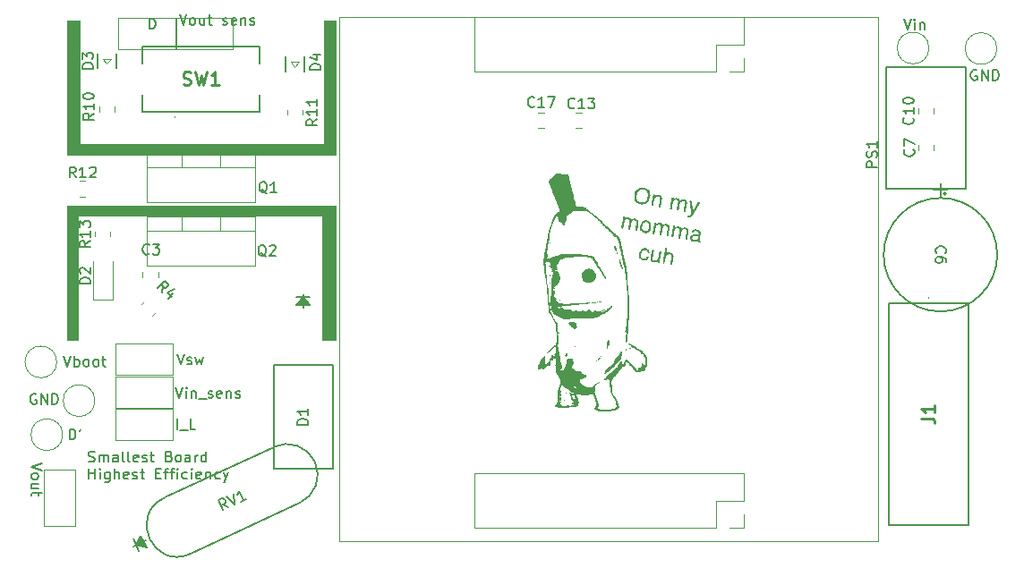
<source format=gto>
%TF.GenerationSoftware,KiCad,Pcbnew,9.0.7*%
%TF.CreationDate,2026-02-20T12:59:29-06:00*%
%TF.ProjectId,Lab2_starter,4c616232-5f73-4746-9172-7465722e6b69,rev?*%
%TF.SameCoordinates,Original*%
%TF.FileFunction,Legend,Top*%
%TF.FilePolarity,Positive*%
%FSLAX46Y46*%
G04 Gerber Fmt 4.6, Leading zero omitted, Abs format (unit mm)*
G04 Created by KiCad (PCBNEW 9.0.7) date 2026-02-20 12:59:29*
%MOMM*%
%LPD*%
G01*
G04 APERTURE LIST*
%ADD10C,0.150000*%
%ADD11C,0.254000*%
%ADD12C,0.000000*%
%ADD13C,0.100000*%
%ADD14C,0.120000*%
%ADD15C,0.152400*%
%ADD16C,0.200000*%
%ADD17C,0.127000*%
G04 APERTURE END LIST*
D10*
X26857560Y-133543456D02*
X27000417Y-133591075D01*
X27000417Y-133591075D02*
X27238512Y-133591075D01*
X27238512Y-133591075D02*
X27333750Y-133543456D01*
X27333750Y-133543456D02*
X27381369Y-133495836D01*
X27381369Y-133495836D02*
X27428988Y-133400598D01*
X27428988Y-133400598D02*
X27428988Y-133305360D01*
X27428988Y-133305360D02*
X27381369Y-133210122D01*
X27381369Y-133210122D02*
X27333750Y-133162503D01*
X27333750Y-133162503D02*
X27238512Y-133114884D01*
X27238512Y-133114884D02*
X27048036Y-133067265D01*
X27048036Y-133067265D02*
X26952798Y-133019646D01*
X26952798Y-133019646D02*
X26905179Y-132972027D01*
X26905179Y-132972027D02*
X26857560Y-132876789D01*
X26857560Y-132876789D02*
X26857560Y-132781551D01*
X26857560Y-132781551D02*
X26905179Y-132686313D01*
X26905179Y-132686313D02*
X26952798Y-132638694D01*
X26952798Y-132638694D02*
X27048036Y-132591075D01*
X27048036Y-132591075D02*
X27286131Y-132591075D01*
X27286131Y-132591075D02*
X27428988Y-132638694D01*
X27857560Y-133591075D02*
X27857560Y-132924408D01*
X27857560Y-133019646D02*
X27905179Y-132972027D01*
X27905179Y-132972027D02*
X28000417Y-132924408D01*
X28000417Y-132924408D02*
X28143274Y-132924408D01*
X28143274Y-132924408D02*
X28238512Y-132972027D01*
X28238512Y-132972027D02*
X28286131Y-133067265D01*
X28286131Y-133067265D02*
X28286131Y-133591075D01*
X28286131Y-133067265D02*
X28333750Y-132972027D01*
X28333750Y-132972027D02*
X28428988Y-132924408D01*
X28428988Y-132924408D02*
X28571845Y-132924408D01*
X28571845Y-132924408D02*
X28667084Y-132972027D01*
X28667084Y-132972027D02*
X28714703Y-133067265D01*
X28714703Y-133067265D02*
X28714703Y-133591075D01*
X29619464Y-133591075D02*
X29619464Y-133067265D01*
X29619464Y-133067265D02*
X29571845Y-132972027D01*
X29571845Y-132972027D02*
X29476607Y-132924408D01*
X29476607Y-132924408D02*
X29286131Y-132924408D01*
X29286131Y-132924408D02*
X29190893Y-132972027D01*
X29619464Y-133543456D02*
X29524226Y-133591075D01*
X29524226Y-133591075D02*
X29286131Y-133591075D01*
X29286131Y-133591075D02*
X29190893Y-133543456D01*
X29190893Y-133543456D02*
X29143274Y-133448217D01*
X29143274Y-133448217D02*
X29143274Y-133352979D01*
X29143274Y-133352979D02*
X29190893Y-133257741D01*
X29190893Y-133257741D02*
X29286131Y-133210122D01*
X29286131Y-133210122D02*
X29524226Y-133210122D01*
X29524226Y-133210122D02*
X29619464Y-133162503D01*
X30238512Y-133591075D02*
X30143274Y-133543456D01*
X30143274Y-133543456D02*
X30095655Y-133448217D01*
X30095655Y-133448217D02*
X30095655Y-132591075D01*
X30762322Y-133591075D02*
X30667084Y-133543456D01*
X30667084Y-133543456D02*
X30619465Y-133448217D01*
X30619465Y-133448217D02*
X30619465Y-132591075D01*
X31524227Y-133543456D02*
X31428989Y-133591075D01*
X31428989Y-133591075D02*
X31238513Y-133591075D01*
X31238513Y-133591075D02*
X31143275Y-133543456D01*
X31143275Y-133543456D02*
X31095656Y-133448217D01*
X31095656Y-133448217D02*
X31095656Y-133067265D01*
X31095656Y-133067265D02*
X31143275Y-132972027D01*
X31143275Y-132972027D02*
X31238513Y-132924408D01*
X31238513Y-132924408D02*
X31428989Y-132924408D01*
X31428989Y-132924408D02*
X31524227Y-132972027D01*
X31524227Y-132972027D02*
X31571846Y-133067265D01*
X31571846Y-133067265D02*
X31571846Y-133162503D01*
X31571846Y-133162503D02*
X31095656Y-133257741D01*
X31952799Y-133543456D02*
X32048037Y-133591075D01*
X32048037Y-133591075D02*
X32238513Y-133591075D01*
X32238513Y-133591075D02*
X32333751Y-133543456D01*
X32333751Y-133543456D02*
X32381370Y-133448217D01*
X32381370Y-133448217D02*
X32381370Y-133400598D01*
X32381370Y-133400598D02*
X32333751Y-133305360D01*
X32333751Y-133305360D02*
X32238513Y-133257741D01*
X32238513Y-133257741D02*
X32095656Y-133257741D01*
X32095656Y-133257741D02*
X32000418Y-133210122D01*
X32000418Y-133210122D02*
X31952799Y-133114884D01*
X31952799Y-133114884D02*
X31952799Y-133067265D01*
X31952799Y-133067265D02*
X32000418Y-132972027D01*
X32000418Y-132972027D02*
X32095656Y-132924408D01*
X32095656Y-132924408D02*
X32238513Y-132924408D01*
X32238513Y-132924408D02*
X32333751Y-132972027D01*
X32667085Y-132924408D02*
X33048037Y-132924408D01*
X32809942Y-132591075D02*
X32809942Y-133448217D01*
X32809942Y-133448217D02*
X32857561Y-133543456D01*
X32857561Y-133543456D02*
X32952799Y-133591075D01*
X32952799Y-133591075D02*
X33048037Y-133591075D01*
X34476609Y-133067265D02*
X34619466Y-133114884D01*
X34619466Y-133114884D02*
X34667085Y-133162503D01*
X34667085Y-133162503D02*
X34714704Y-133257741D01*
X34714704Y-133257741D02*
X34714704Y-133400598D01*
X34714704Y-133400598D02*
X34667085Y-133495836D01*
X34667085Y-133495836D02*
X34619466Y-133543456D01*
X34619466Y-133543456D02*
X34524228Y-133591075D01*
X34524228Y-133591075D02*
X34143276Y-133591075D01*
X34143276Y-133591075D02*
X34143276Y-132591075D01*
X34143276Y-132591075D02*
X34476609Y-132591075D01*
X34476609Y-132591075D02*
X34571847Y-132638694D01*
X34571847Y-132638694D02*
X34619466Y-132686313D01*
X34619466Y-132686313D02*
X34667085Y-132781551D01*
X34667085Y-132781551D02*
X34667085Y-132876789D01*
X34667085Y-132876789D02*
X34619466Y-132972027D01*
X34619466Y-132972027D02*
X34571847Y-133019646D01*
X34571847Y-133019646D02*
X34476609Y-133067265D01*
X34476609Y-133067265D02*
X34143276Y-133067265D01*
X35286133Y-133591075D02*
X35190895Y-133543456D01*
X35190895Y-133543456D02*
X35143276Y-133495836D01*
X35143276Y-133495836D02*
X35095657Y-133400598D01*
X35095657Y-133400598D02*
X35095657Y-133114884D01*
X35095657Y-133114884D02*
X35143276Y-133019646D01*
X35143276Y-133019646D02*
X35190895Y-132972027D01*
X35190895Y-132972027D02*
X35286133Y-132924408D01*
X35286133Y-132924408D02*
X35428990Y-132924408D01*
X35428990Y-132924408D02*
X35524228Y-132972027D01*
X35524228Y-132972027D02*
X35571847Y-133019646D01*
X35571847Y-133019646D02*
X35619466Y-133114884D01*
X35619466Y-133114884D02*
X35619466Y-133400598D01*
X35619466Y-133400598D02*
X35571847Y-133495836D01*
X35571847Y-133495836D02*
X35524228Y-133543456D01*
X35524228Y-133543456D02*
X35428990Y-133591075D01*
X35428990Y-133591075D02*
X35286133Y-133591075D01*
X36476609Y-133591075D02*
X36476609Y-133067265D01*
X36476609Y-133067265D02*
X36428990Y-132972027D01*
X36428990Y-132972027D02*
X36333752Y-132924408D01*
X36333752Y-132924408D02*
X36143276Y-132924408D01*
X36143276Y-132924408D02*
X36048038Y-132972027D01*
X36476609Y-133543456D02*
X36381371Y-133591075D01*
X36381371Y-133591075D02*
X36143276Y-133591075D01*
X36143276Y-133591075D02*
X36048038Y-133543456D01*
X36048038Y-133543456D02*
X36000419Y-133448217D01*
X36000419Y-133448217D02*
X36000419Y-133352979D01*
X36000419Y-133352979D02*
X36048038Y-133257741D01*
X36048038Y-133257741D02*
X36143276Y-133210122D01*
X36143276Y-133210122D02*
X36381371Y-133210122D01*
X36381371Y-133210122D02*
X36476609Y-133162503D01*
X36952800Y-133591075D02*
X36952800Y-132924408D01*
X36952800Y-133114884D02*
X37000419Y-133019646D01*
X37000419Y-133019646D02*
X37048038Y-132972027D01*
X37048038Y-132972027D02*
X37143276Y-132924408D01*
X37143276Y-132924408D02*
X37238514Y-132924408D01*
X38000419Y-133591075D02*
X38000419Y-132591075D01*
X38000419Y-133543456D02*
X37905181Y-133591075D01*
X37905181Y-133591075D02*
X37714705Y-133591075D01*
X37714705Y-133591075D02*
X37619467Y-133543456D01*
X37619467Y-133543456D02*
X37571848Y-133495836D01*
X37571848Y-133495836D02*
X37524229Y-133400598D01*
X37524229Y-133400598D02*
X37524229Y-133114884D01*
X37524229Y-133114884D02*
X37571848Y-133019646D01*
X37571848Y-133019646D02*
X37619467Y-132972027D01*
X37619467Y-132972027D02*
X37714705Y-132924408D01*
X37714705Y-132924408D02*
X37905181Y-132924408D01*
X37905181Y-132924408D02*
X38000419Y-132972027D01*
X26905179Y-135201019D02*
X26905179Y-134201019D01*
X26905179Y-134677209D02*
X27476607Y-134677209D01*
X27476607Y-135201019D02*
X27476607Y-134201019D01*
X27952798Y-135201019D02*
X27952798Y-134534352D01*
X27952798Y-134201019D02*
X27905179Y-134248638D01*
X27905179Y-134248638D02*
X27952798Y-134296257D01*
X27952798Y-134296257D02*
X28000417Y-134248638D01*
X28000417Y-134248638D02*
X27952798Y-134201019D01*
X27952798Y-134201019D02*
X27952798Y-134296257D01*
X28857559Y-134534352D02*
X28857559Y-135343876D01*
X28857559Y-135343876D02*
X28809940Y-135439114D01*
X28809940Y-135439114D02*
X28762321Y-135486733D01*
X28762321Y-135486733D02*
X28667083Y-135534352D01*
X28667083Y-135534352D02*
X28524226Y-135534352D01*
X28524226Y-135534352D02*
X28428988Y-135486733D01*
X28857559Y-135153400D02*
X28762321Y-135201019D01*
X28762321Y-135201019D02*
X28571845Y-135201019D01*
X28571845Y-135201019D02*
X28476607Y-135153400D01*
X28476607Y-135153400D02*
X28428988Y-135105780D01*
X28428988Y-135105780D02*
X28381369Y-135010542D01*
X28381369Y-135010542D02*
X28381369Y-134724828D01*
X28381369Y-134724828D02*
X28428988Y-134629590D01*
X28428988Y-134629590D02*
X28476607Y-134581971D01*
X28476607Y-134581971D02*
X28571845Y-134534352D01*
X28571845Y-134534352D02*
X28762321Y-134534352D01*
X28762321Y-134534352D02*
X28857559Y-134581971D01*
X29333750Y-135201019D02*
X29333750Y-134201019D01*
X29762321Y-135201019D02*
X29762321Y-134677209D01*
X29762321Y-134677209D02*
X29714702Y-134581971D01*
X29714702Y-134581971D02*
X29619464Y-134534352D01*
X29619464Y-134534352D02*
X29476607Y-134534352D01*
X29476607Y-134534352D02*
X29381369Y-134581971D01*
X29381369Y-134581971D02*
X29333750Y-134629590D01*
X30619464Y-135153400D02*
X30524226Y-135201019D01*
X30524226Y-135201019D02*
X30333750Y-135201019D01*
X30333750Y-135201019D02*
X30238512Y-135153400D01*
X30238512Y-135153400D02*
X30190893Y-135058161D01*
X30190893Y-135058161D02*
X30190893Y-134677209D01*
X30190893Y-134677209D02*
X30238512Y-134581971D01*
X30238512Y-134581971D02*
X30333750Y-134534352D01*
X30333750Y-134534352D02*
X30524226Y-134534352D01*
X30524226Y-134534352D02*
X30619464Y-134581971D01*
X30619464Y-134581971D02*
X30667083Y-134677209D01*
X30667083Y-134677209D02*
X30667083Y-134772447D01*
X30667083Y-134772447D02*
X30190893Y-134867685D01*
X31048036Y-135153400D02*
X31143274Y-135201019D01*
X31143274Y-135201019D02*
X31333750Y-135201019D01*
X31333750Y-135201019D02*
X31428988Y-135153400D01*
X31428988Y-135153400D02*
X31476607Y-135058161D01*
X31476607Y-135058161D02*
X31476607Y-135010542D01*
X31476607Y-135010542D02*
X31428988Y-134915304D01*
X31428988Y-134915304D02*
X31333750Y-134867685D01*
X31333750Y-134867685D02*
X31190893Y-134867685D01*
X31190893Y-134867685D02*
X31095655Y-134820066D01*
X31095655Y-134820066D02*
X31048036Y-134724828D01*
X31048036Y-134724828D02*
X31048036Y-134677209D01*
X31048036Y-134677209D02*
X31095655Y-134581971D01*
X31095655Y-134581971D02*
X31190893Y-134534352D01*
X31190893Y-134534352D02*
X31333750Y-134534352D01*
X31333750Y-134534352D02*
X31428988Y-134581971D01*
X31762322Y-134534352D02*
X32143274Y-134534352D01*
X31905179Y-134201019D02*
X31905179Y-135058161D01*
X31905179Y-135058161D02*
X31952798Y-135153400D01*
X31952798Y-135153400D02*
X32048036Y-135201019D01*
X32048036Y-135201019D02*
X32143274Y-135201019D01*
X33238513Y-134677209D02*
X33571846Y-134677209D01*
X33714703Y-135201019D02*
X33238513Y-135201019D01*
X33238513Y-135201019D02*
X33238513Y-134201019D01*
X33238513Y-134201019D02*
X33714703Y-134201019D01*
X34000418Y-134534352D02*
X34381370Y-134534352D01*
X34143275Y-135201019D02*
X34143275Y-134343876D01*
X34143275Y-134343876D02*
X34190894Y-134248638D01*
X34190894Y-134248638D02*
X34286132Y-134201019D01*
X34286132Y-134201019D02*
X34381370Y-134201019D01*
X34571847Y-134534352D02*
X34952799Y-134534352D01*
X34714704Y-135201019D02*
X34714704Y-134343876D01*
X34714704Y-134343876D02*
X34762323Y-134248638D01*
X34762323Y-134248638D02*
X34857561Y-134201019D01*
X34857561Y-134201019D02*
X34952799Y-134201019D01*
X35286133Y-135201019D02*
X35286133Y-134534352D01*
X35286133Y-134201019D02*
X35238514Y-134248638D01*
X35238514Y-134248638D02*
X35286133Y-134296257D01*
X35286133Y-134296257D02*
X35333752Y-134248638D01*
X35333752Y-134248638D02*
X35286133Y-134201019D01*
X35286133Y-134201019D02*
X35286133Y-134296257D01*
X36190894Y-135153400D02*
X36095656Y-135201019D01*
X36095656Y-135201019D02*
X35905180Y-135201019D01*
X35905180Y-135201019D02*
X35809942Y-135153400D01*
X35809942Y-135153400D02*
X35762323Y-135105780D01*
X35762323Y-135105780D02*
X35714704Y-135010542D01*
X35714704Y-135010542D02*
X35714704Y-134724828D01*
X35714704Y-134724828D02*
X35762323Y-134629590D01*
X35762323Y-134629590D02*
X35809942Y-134581971D01*
X35809942Y-134581971D02*
X35905180Y-134534352D01*
X35905180Y-134534352D02*
X36095656Y-134534352D01*
X36095656Y-134534352D02*
X36190894Y-134581971D01*
X36619466Y-135201019D02*
X36619466Y-134534352D01*
X36619466Y-134201019D02*
X36571847Y-134248638D01*
X36571847Y-134248638D02*
X36619466Y-134296257D01*
X36619466Y-134296257D02*
X36667085Y-134248638D01*
X36667085Y-134248638D02*
X36619466Y-134201019D01*
X36619466Y-134201019D02*
X36619466Y-134296257D01*
X37476608Y-135153400D02*
X37381370Y-135201019D01*
X37381370Y-135201019D02*
X37190894Y-135201019D01*
X37190894Y-135201019D02*
X37095656Y-135153400D01*
X37095656Y-135153400D02*
X37048037Y-135058161D01*
X37048037Y-135058161D02*
X37048037Y-134677209D01*
X37048037Y-134677209D02*
X37095656Y-134581971D01*
X37095656Y-134581971D02*
X37190894Y-134534352D01*
X37190894Y-134534352D02*
X37381370Y-134534352D01*
X37381370Y-134534352D02*
X37476608Y-134581971D01*
X37476608Y-134581971D02*
X37524227Y-134677209D01*
X37524227Y-134677209D02*
X37524227Y-134772447D01*
X37524227Y-134772447D02*
X37048037Y-134867685D01*
X37952799Y-134534352D02*
X37952799Y-135201019D01*
X37952799Y-134629590D02*
X38000418Y-134581971D01*
X38000418Y-134581971D02*
X38095656Y-134534352D01*
X38095656Y-134534352D02*
X38238513Y-134534352D01*
X38238513Y-134534352D02*
X38333751Y-134581971D01*
X38333751Y-134581971D02*
X38381370Y-134677209D01*
X38381370Y-134677209D02*
X38381370Y-135201019D01*
X39286132Y-135153400D02*
X39190894Y-135201019D01*
X39190894Y-135201019D02*
X39000418Y-135201019D01*
X39000418Y-135201019D02*
X38905180Y-135153400D01*
X38905180Y-135153400D02*
X38857561Y-135105780D01*
X38857561Y-135105780D02*
X38809942Y-135010542D01*
X38809942Y-135010542D02*
X38809942Y-134724828D01*
X38809942Y-134724828D02*
X38857561Y-134629590D01*
X38857561Y-134629590D02*
X38905180Y-134581971D01*
X38905180Y-134581971D02*
X39000418Y-134534352D01*
X39000418Y-134534352D02*
X39190894Y-134534352D01*
X39190894Y-134534352D02*
X39286132Y-134581971D01*
X39619466Y-134534352D02*
X39857561Y-135201019D01*
X40095656Y-134534352D02*
X39857561Y-135201019D01*
X39857561Y-135201019D02*
X39762323Y-135439114D01*
X39762323Y-135439114D02*
X39714704Y-135486733D01*
X39714704Y-135486733D02*
X39619466Y-135534352D01*
X35466819Y-91225019D02*
X35800152Y-92225019D01*
X35800152Y-92225019D02*
X36133485Y-91225019D01*
X36609676Y-92225019D02*
X36514438Y-92177400D01*
X36514438Y-92177400D02*
X36466819Y-92129780D01*
X36466819Y-92129780D02*
X36419200Y-92034542D01*
X36419200Y-92034542D02*
X36419200Y-91748828D01*
X36419200Y-91748828D02*
X36466819Y-91653590D01*
X36466819Y-91653590D02*
X36514438Y-91605971D01*
X36514438Y-91605971D02*
X36609676Y-91558352D01*
X36609676Y-91558352D02*
X36752533Y-91558352D01*
X36752533Y-91558352D02*
X36847771Y-91605971D01*
X36847771Y-91605971D02*
X36895390Y-91653590D01*
X36895390Y-91653590D02*
X36943009Y-91748828D01*
X36943009Y-91748828D02*
X36943009Y-92034542D01*
X36943009Y-92034542D02*
X36895390Y-92129780D01*
X36895390Y-92129780D02*
X36847771Y-92177400D01*
X36847771Y-92177400D02*
X36752533Y-92225019D01*
X36752533Y-92225019D02*
X36609676Y-92225019D01*
X37800152Y-91558352D02*
X37800152Y-92225019D01*
X37371581Y-91558352D02*
X37371581Y-92082161D01*
X37371581Y-92082161D02*
X37419200Y-92177400D01*
X37419200Y-92177400D02*
X37514438Y-92225019D01*
X37514438Y-92225019D02*
X37657295Y-92225019D01*
X37657295Y-92225019D02*
X37752533Y-92177400D01*
X37752533Y-92177400D02*
X37800152Y-92129780D01*
X38133486Y-91558352D02*
X38514438Y-91558352D01*
X38276343Y-91225019D02*
X38276343Y-92082161D01*
X38276343Y-92082161D02*
X38323962Y-92177400D01*
X38323962Y-92177400D02*
X38419200Y-92225019D01*
X38419200Y-92225019D02*
X38514438Y-92225019D01*
X39562058Y-92177400D02*
X39657296Y-92225019D01*
X39657296Y-92225019D02*
X39847772Y-92225019D01*
X39847772Y-92225019D02*
X39943010Y-92177400D01*
X39943010Y-92177400D02*
X39990629Y-92082161D01*
X39990629Y-92082161D02*
X39990629Y-92034542D01*
X39990629Y-92034542D02*
X39943010Y-91939304D01*
X39943010Y-91939304D02*
X39847772Y-91891685D01*
X39847772Y-91891685D02*
X39704915Y-91891685D01*
X39704915Y-91891685D02*
X39609677Y-91844066D01*
X39609677Y-91844066D02*
X39562058Y-91748828D01*
X39562058Y-91748828D02*
X39562058Y-91701209D01*
X39562058Y-91701209D02*
X39609677Y-91605971D01*
X39609677Y-91605971D02*
X39704915Y-91558352D01*
X39704915Y-91558352D02*
X39847772Y-91558352D01*
X39847772Y-91558352D02*
X39943010Y-91605971D01*
X40800153Y-92177400D02*
X40704915Y-92225019D01*
X40704915Y-92225019D02*
X40514439Y-92225019D01*
X40514439Y-92225019D02*
X40419201Y-92177400D01*
X40419201Y-92177400D02*
X40371582Y-92082161D01*
X40371582Y-92082161D02*
X40371582Y-91701209D01*
X40371582Y-91701209D02*
X40419201Y-91605971D01*
X40419201Y-91605971D02*
X40514439Y-91558352D01*
X40514439Y-91558352D02*
X40704915Y-91558352D01*
X40704915Y-91558352D02*
X40800153Y-91605971D01*
X40800153Y-91605971D02*
X40847772Y-91701209D01*
X40847772Y-91701209D02*
X40847772Y-91796447D01*
X40847772Y-91796447D02*
X40371582Y-91891685D01*
X41276344Y-91558352D02*
X41276344Y-92225019D01*
X41276344Y-91653590D02*
X41323963Y-91605971D01*
X41323963Y-91605971D02*
X41419201Y-91558352D01*
X41419201Y-91558352D02*
X41562058Y-91558352D01*
X41562058Y-91558352D02*
X41657296Y-91605971D01*
X41657296Y-91605971D02*
X41704915Y-91701209D01*
X41704915Y-91701209D02*
X41704915Y-92225019D01*
X42133487Y-92177400D02*
X42228725Y-92225019D01*
X42228725Y-92225019D02*
X42419201Y-92225019D01*
X42419201Y-92225019D02*
X42514439Y-92177400D01*
X42514439Y-92177400D02*
X42562058Y-92082161D01*
X42562058Y-92082161D02*
X42562058Y-92034542D01*
X42562058Y-92034542D02*
X42514439Y-91939304D01*
X42514439Y-91939304D02*
X42419201Y-91891685D01*
X42419201Y-91891685D02*
X42276344Y-91891685D01*
X42276344Y-91891685D02*
X42181106Y-91844066D01*
X42181106Y-91844066D02*
X42133487Y-91748828D01*
X42133487Y-91748828D02*
X42133487Y-91701209D01*
X42133487Y-91701209D02*
X42181106Y-91605971D01*
X42181106Y-91605971D02*
X42276344Y-91558352D01*
X42276344Y-91558352D02*
X42419201Y-91558352D01*
X42419201Y-91558352D02*
X42514439Y-91605971D01*
X26998819Y-112676562D02*
X26522628Y-113009895D01*
X26998819Y-113247990D02*
X25998819Y-113247990D01*
X25998819Y-113247990D02*
X25998819Y-112867038D01*
X25998819Y-112867038D02*
X26046438Y-112771800D01*
X26046438Y-112771800D02*
X26094057Y-112724181D01*
X26094057Y-112724181D02*
X26189295Y-112676562D01*
X26189295Y-112676562D02*
X26332152Y-112676562D01*
X26332152Y-112676562D02*
X26427390Y-112724181D01*
X26427390Y-112724181D02*
X26475009Y-112771800D01*
X26475009Y-112771800D02*
X26522628Y-112867038D01*
X26522628Y-112867038D02*
X26522628Y-113247990D01*
X26998819Y-111724181D02*
X26998819Y-112295609D01*
X26998819Y-112009895D02*
X25998819Y-112009895D01*
X25998819Y-112009895D02*
X26141676Y-112105133D01*
X26141676Y-112105133D02*
X26236914Y-112200371D01*
X26236914Y-112200371D02*
X26284533Y-112295609D01*
X25998819Y-111390847D02*
X25998819Y-110771800D01*
X25998819Y-110771800D02*
X26379771Y-111105133D01*
X26379771Y-111105133D02*
X26379771Y-110962276D01*
X26379771Y-110962276D02*
X26427390Y-110867038D01*
X26427390Y-110867038D02*
X26475009Y-110819419D01*
X26475009Y-110819419D02*
X26570247Y-110771800D01*
X26570247Y-110771800D02*
X26808342Y-110771800D01*
X26808342Y-110771800D02*
X26903580Y-110819419D01*
X26903580Y-110819419D02*
X26951200Y-110867038D01*
X26951200Y-110867038D02*
X26998819Y-110962276D01*
X26998819Y-110962276D02*
X26998819Y-111247990D01*
X26998819Y-111247990D02*
X26951200Y-111343228D01*
X26951200Y-111343228D02*
X26903580Y-111390847D01*
X40104872Y-137879830D02*
X39601523Y-137589128D01*
X39586982Y-138121326D02*
X39164364Y-137215018D01*
X39164364Y-137215018D02*
X39509624Y-137054021D01*
X39509624Y-137054021D02*
X39616064Y-137056929D01*
X39616064Y-137056929D02*
X39679346Y-137079962D01*
X39679346Y-137079962D02*
X39762753Y-137146152D01*
X39762753Y-137146152D02*
X39823127Y-137275625D01*
X39823127Y-137275625D02*
X39820219Y-137382065D01*
X39820219Y-137382065D02*
X39797186Y-137445347D01*
X39797186Y-137445347D02*
X39730995Y-137528754D01*
X39730995Y-137528754D02*
X39385735Y-137689751D01*
X39941199Y-136852774D02*
X40665920Y-137618209D01*
X40665920Y-137618209D02*
X40545404Y-136571029D01*
X41744858Y-137115092D02*
X41226968Y-137356588D01*
X41485913Y-137235840D02*
X41063295Y-136329532D01*
X41063295Y-136329532D02*
X41037354Y-136499254D01*
X41037354Y-136499254D02*
X40991288Y-136625819D01*
X40991288Y-136625819D02*
X40925098Y-136709226D01*
X33778792Y-117541610D02*
X33879807Y-116969191D01*
X33374731Y-117137549D02*
X34081838Y-116430443D01*
X34081838Y-116430443D02*
X34351212Y-116699817D01*
X34351212Y-116699817D02*
X34384884Y-116800832D01*
X34384884Y-116800832D02*
X34384884Y-116868175D01*
X34384884Y-116868175D02*
X34351212Y-116969191D01*
X34351212Y-116969191D02*
X34250197Y-117070206D01*
X34250197Y-117070206D02*
X34149181Y-117103878D01*
X34149181Y-117103878D02*
X34081838Y-117103878D01*
X34081838Y-117103878D02*
X33980823Y-117070206D01*
X33980823Y-117070206D02*
X33711449Y-116800832D01*
X34856288Y-117676297D02*
X34384884Y-118147702D01*
X34957303Y-117238565D02*
X34283868Y-117575282D01*
X34283868Y-117575282D02*
X34721601Y-118013015D01*
X27277219Y-96350599D02*
X26277219Y-96350599D01*
X26277219Y-96350599D02*
X26277219Y-96112504D01*
X26277219Y-96112504D02*
X26324838Y-95969647D01*
X26324838Y-95969647D02*
X26420076Y-95874409D01*
X26420076Y-95874409D02*
X26515314Y-95826790D01*
X26515314Y-95826790D02*
X26705790Y-95779171D01*
X26705790Y-95779171D02*
X26848647Y-95779171D01*
X26848647Y-95779171D02*
X27039123Y-95826790D01*
X27039123Y-95826790D02*
X27134361Y-95874409D01*
X27134361Y-95874409D02*
X27229600Y-95969647D01*
X27229600Y-95969647D02*
X27277219Y-96112504D01*
X27277219Y-96112504D02*
X27277219Y-96350599D01*
X26277219Y-95445837D02*
X26277219Y-94826790D01*
X26277219Y-94826790D02*
X26658171Y-95160123D01*
X26658171Y-95160123D02*
X26658171Y-95017266D01*
X26658171Y-95017266D02*
X26705790Y-94922028D01*
X26705790Y-94922028D02*
X26753409Y-94874409D01*
X26753409Y-94874409D02*
X26848647Y-94826790D01*
X26848647Y-94826790D02*
X27086742Y-94826790D01*
X27086742Y-94826790D02*
X27181980Y-94874409D01*
X27181980Y-94874409D02*
X27229600Y-94922028D01*
X27229600Y-94922028D02*
X27277219Y-95017266D01*
X27277219Y-95017266D02*
X27277219Y-95302980D01*
X27277219Y-95302980D02*
X27229600Y-95398218D01*
X27229600Y-95398218D02*
X27181980Y-95445837D01*
X22439980Y-133731190D02*
X21439980Y-134064523D01*
X21439980Y-134064523D02*
X22439980Y-134397856D01*
X21439980Y-134874047D02*
X21487600Y-134778809D01*
X21487600Y-134778809D02*
X21535219Y-134731190D01*
X21535219Y-134731190D02*
X21630457Y-134683571D01*
X21630457Y-134683571D02*
X21916171Y-134683571D01*
X21916171Y-134683571D02*
X22011409Y-134731190D01*
X22011409Y-134731190D02*
X22059028Y-134778809D01*
X22059028Y-134778809D02*
X22106647Y-134874047D01*
X22106647Y-134874047D02*
X22106647Y-135016904D01*
X22106647Y-135016904D02*
X22059028Y-135112142D01*
X22059028Y-135112142D02*
X22011409Y-135159761D01*
X22011409Y-135159761D02*
X21916171Y-135207380D01*
X21916171Y-135207380D02*
X21630457Y-135207380D01*
X21630457Y-135207380D02*
X21535219Y-135159761D01*
X21535219Y-135159761D02*
X21487600Y-135112142D01*
X21487600Y-135112142D02*
X21439980Y-135016904D01*
X21439980Y-135016904D02*
X21439980Y-134874047D01*
X22106647Y-136064523D02*
X21439980Y-136064523D01*
X22106647Y-135635952D02*
X21582838Y-135635952D01*
X21582838Y-135635952D02*
X21487600Y-135683571D01*
X21487600Y-135683571D02*
X21439980Y-135778809D01*
X21439980Y-135778809D02*
X21439980Y-135921666D01*
X21439980Y-135921666D02*
X21487600Y-136016904D01*
X21487600Y-136016904D02*
X21535219Y-136064523D01*
X22106647Y-136397857D02*
X22106647Y-136778809D01*
X22439980Y-136540714D02*
X21582838Y-136540714D01*
X21582838Y-136540714D02*
X21487600Y-136588333D01*
X21487600Y-136588333D02*
X21439980Y-136683571D01*
X21439980Y-136683571D02*
X21439980Y-136778809D01*
X104804380Y-101013457D02*
X104852000Y-101061076D01*
X104852000Y-101061076D02*
X104899619Y-101203933D01*
X104899619Y-101203933D02*
X104899619Y-101299171D01*
X104899619Y-101299171D02*
X104852000Y-101442028D01*
X104852000Y-101442028D02*
X104756761Y-101537266D01*
X104756761Y-101537266D02*
X104661523Y-101584885D01*
X104661523Y-101584885D02*
X104471047Y-101632504D01*
X104471047Y-101632504D02*
X104328190Y-101632504D01*
X104328190Y-101632504D02*
X104137714Y-101584885D01*
X104137714Y-101584885D02*
X104042476Y-101537266D01*
X104042476Y-101537266D02*
X103947238Y-101442028D01*
X103947238Y-101442028D02*
X103899619Y-101299171D01*
X103899619Y-101299171D02*
X103899619Y-101203933D01*
X103899619Y-101203933D02*
X103947238Y-101061076D01*
X103947238Y-101061076D02*
X103994857Y-101013457D01*
X104899619Y-100061076D02*
X104899619Y-100632504D01*
X104899619Y-100346790D02*
X103899619Y-100346790D01*
X103899619Y-100346790D02*
X104042476Y-100442028D01*
X104042476Y-100442028D02*
X104137714Y-100537266D01*
X104137714Y-100537266D02*
X104185333Y-100632504D01*
X103899619Y-99442028D02*
X103899619Y-99346790D01*
X103899619Y-99346790D02*
X103947238Y-99251552D01*
X103947238Y-99251552D02*
X103994857Y-99203933D01*
X103994857Y-99203933D02*
X104090095Y-99156314D01*
X104090095Y-99156314D02*
X104280571Y-99108695D01*
X104280571Y-99108695D02*
X104518666Y-99108695D01*
X104518666Y-99108695D02*
X104709142Y-99156314D01*
X104709142Y-99156314D02*
X104804380Y-99203933D01*
X104804380Y-99203933D02*
X104852000Y-99251552D01*
X104852000Y-99251552D02*
X104899619Y-99346790D01*
X104899619Y-99346790D02*
X104899619Y-99442028D01*
X104899619Y-99442028D02*
X104852000Y-99537266D01*
X104852000Y-99537266D02*
X104804380Y-99584885D01*
X104804380Y-99584885D02*
X104709142Y-99632504D01*
X104709142Y-99632504D02*
X104518666Y-99680123D01*
X104518666Y-99680123D02*
X104280571Y-99680123D01*
X104280571Y-99680123D02*
X104090095Y-99632504D01*
X104090095Y-99632504D02*
X103994857Y-99584885D01*
X103994857Y-99584885D02*
X103947238Y-99537266D01*
X103947238Y-99537266D02*
X103899619Y-99442028D01*
X47622619Y-130062194D02*
X46622619Y-130062194D01*
X46622619Y-130062194D02*
X46622619Y-129824099D01*
X46622619Y-129824099D02*
X46670238Y-129681242D01*
X46670238Y-129681242D02*
X46765476Y-129586004D01*
X46765476Y-129586004D02*
X46860714Y-129538385D01*
X46860714Y-129538385D02*
X47051190Y-129490766D01*
X47051190Y-129490766D02*
X47194047Y-129490766D01*
X47194047Y-129490766D02*
X47384523Y-129538385D01*
X47384523Y-129538385D02*
X47479761Y-129586004D01*
X47479761Y-129586004D02*
X47575000Y-129681242D01*
X47575000Y-129681242D02*
X47622619Y-129824099D01*
X47622619Y-129824099D02*
X47622619Y-130062194D01*
X47622619Y-128538385D02*
X47622619Y-129109813D01*
X47622619Y-128824099D02*
X46622619Y-128824099D01*
X46622619Y-128824099D02*
X46765476Y-128919337D01*
X46765476Y-128919337D02*
X46860714Y-129014575D01*
X46860714Y-129014575D02*
X46908333Y-129109813D01*
X27023219Y-116704199D02*
X26023219Y-116704199D01*
X26023219Y-116704199D02*
X26023219Y-116466104D01*
X26023219Y-116466104D02*
X26070838Y-116323247D01*
X26070838Y-116323247D02*
X26166076Y-116228009D01*
X26166076Y-116228009D02*
X26261314Y-116180390D01*
X26261314Y-116180390D02*
X26451790Y-116132771D01*
X26451790Y-116132771D02*
X26594647Y-116132771D01*
X26594647Y-116132771D02*
X26785123Y-116180390D01*
X26785123Y-116180390D02*
X26880361Y-116228009D01*
X26880361Y-116228009D02*
X26975600Y-116323247D01*
X26975600Y-116323247D02*
X27023219Y-116466104D01*
X27023219Y-116466104D02*
X27023219Y-116704199D01*
X26118457Y-115751818D02*
X26070838Y-115704199D01*
X26070838Y-115704199D02*
X26023219Y-115608961D01*
X26023219Y-115608961D02*
X26023219Y-115370866D01*
X26023219Y-115370866D02*
X26070838Y-115275628D01*
X26070838Y-115275628D02*
X26118457Y-115228009D01*
X26118457Y-115228009D02*
X26213695Y-115180390D01*
X26213695Y-115180390D02*
X26308933Y-115180390D01*
X26308933Y-115180390D02*
X26451790Y-115228009D01*
X26451790Y-115228009D02*
X27023219Y-115799437D01*
X27023219Y-115799437D02*
X27023219Y-115180390D01*
X43745161Y-108164162D02*
X43649923Y-108116543D01*
X43649923Y-108116543D02*
X43554685Y-108021305D01*
X43554685Y-108021305D02*
X43411828Y-107878447D01*
X43411828Y-107878447D02*
X43316590Y-107830828D01*
X43316590Y-107830828D02*
X43221352Y-107830828D01*
X43268971Y-108068924D02*
X43173733Y-108021305D01*
X43173733Y-108021305D02*
X43078495Y-107926066D01*
X43078495Y-107926066D02*
X43030876Y-107735590D01*
X43030876Y-107735590D02*
X43030876Y-107402257D01*
X43030876Y-107402257D02*
X43078495Y-107211781D01*
X43078495Y-107211781D02*
X43173733Y-107116543D01*
X43173733Y-107116543D02*
X43268971Y-107068924D01*
X43268971Y-107068924D02*
X43459447Y-107068924D01*
X43459447Y-107068924D02*
X43554685Y-107116543D01*
X43554685Y-107116543D02*
X43649923Y-107211781D01*
X43649923Y-107211781D02*
X43697542Y-107402257D01*
X43697542Y-107402257D02*
X43697542Y-107735590D01*
X43697542Y-107735590D02*
X43649923Y-107926066D01*
X43649923Y-107926066D02*
X43554685Y-108021305D01*
X43554685Y-108021305D02*
X43459447Y-108068924D01*
X43459447Y-108068924D02*
X43268971Y-108068924D01*
X44649923Y-108068924D02*
X44078495Y-108068924D01*
X44364209Y-108068924D02*
X44364209Y-107068924D01*
X44364209Y-107068924D02*
X44268971Y-107211781D01*
X44268971Y-107211781D02*
X44173733Y-107307019D01*
X44173733Y-107307019D02*
X44078495Y-107354638D01*
X104880580Y-104027266D02*
X104928200Y-104074885D01*
X104928200Y-104074885D02*
X104975819Y-104217742D01*
X104975819Y-104217742D02*
X104975819Y-104312980D01*
X104975819Y-104312980D02*
X104928200Y-104455837D01*
X104928200Y-104455837D02*
X104832961Y-104551075D01*
X104832961Y-104551075D02*
X104737723Y-104598694D01*
X104737723Y-104598694D02*
X104547247Y-104646313D01*
X104547247Y-104646313D02*
X104404390Y-104646313D01*
X104404390Y-104646313D02*
X104213914Y-104598694D01*
X104213914Y-104598694D02*
X104118676Y-104551075D01*
X104118676Y-104551075D02*
X104023438Y-104455837D01*
X104023438Y-104455837D02*
X103975819Y-104312980D01*
X103975819Y-104312980D02*
X103975819Y-104217742D01*
X103975819Y-104217742D02*
X104023438Y-104074885D01*
X104023438Y-104074885D02*
X104071057Y-104027266D01*
X103975819Y-103693932D02*
X103975819Y-103027266D01*
X103975819Y-103027266D02*
X104975819Y-103455837D01*
D11*
X105628718Y-129455332D02*
X106535861Y-129455332D01*
X106535861Y-129455332D02*
X106717289Y-129515809D01*
X106717289Y-129515809D02*
X106838242Y-129636761D01*
X106838242Y-129636761D02*
X106898718Y-129818190D01*
X106898718Y-129818190D02*
X106898718Y-129939142D01*
X106898718Y-128185332D02*
X106898718Y-128911047D01*
X106898718Y-128548190D02*
X105628718Y-128548190D01*
X105628718Y-128548190D02*
X105810146Y-128669142D01*
X105810146Y-128669142D02*
X105931099Y-128790094D01*
X105931099Y-128790094D02*
X105991575Y-128911047D01*
D10*
X43643561Y-114158562D02*
X43548323Y-114110943D01*
X43548323Y-114110943D02*
X43453085Y-114015705D01*
X43453085Y-114015705D02*
X43310228Y-113872847D01*
X43310228Y-113872847D02*
X43214990Y-113825228D01*
X43214990Y-113825228D02*
X43119752Y-113825228D01*
X43167371Y-114063324D02*
X43072133Y-114015705D01*
X43072133Y-114015705D02*
X42976895Y-113920466D01*
X42976895Y-113920466D02*
X42929276Y-113729990D01*
X42929276Y-113729990D02*
X42929276Y-113396657D01*
X42929276Y-113396657D02*
X42976895Y-113206181D01*
X42976895Y-113206181D02*
X43072133Y-113110943D01*
X43072133Y-113110943D02*
X43167371Y-113063324D01*
X43167371Y-113063324D02*
X43357847Y-113063324D01*
X43357847Y-113063324D02*
X43453085Y-113110943D01*
X43453085Y-113110943D02*
X43548323Y-113206181D01*
X43548323Y-113206181D02*
X43595942Y-113396657D01*
X43595942Y-113396657D02*
X43595942Y-113729990D01*
X43595942Y-113729990D02*
X43548323Y-113920466D01*
X43548323Y-113920466D02*
X43453085Y-114015705D01*
X43453085Y-114015705D02*
X43357847Y-114063324D01*
X43357847Y-114063324D02*
X43167371Y-114063324D01*
X43976895Y-113158562D02*
X44024514Y-113110943D01*
X44024514Y-113110943D02*
X44119752Y-113063324D01*
X44119752Y-113063324D02*
X44357847Y-113063324D01*
X44357847Y-113063324D02*
X44453085Y-113110943D01*
X44453085Y-113110943D02*
X44500704Y-113158562D01*
X44500704Y-113158562D02*
X44548323Y-113253800D01*
X44548323Y-113253800D02*
X44548323Y-113349038D01*
X44548323Y-113349038D02*
X44500704Y-113491895D01*
X44500704Y-113491895D02*
X43929276Y-114063324D01*
X43929276Y-114063324D02*
X44548323Y-114063324D01*
X27353419Y-100600298D02*
X26877228Y-100933631D01*
X27353419Y-101171726D02*
X26353419Y-101171726D01*
X26353419Y-101171726D02*
X26353419Y-100790774D01*
X26353419Y-100790774D02*
X26401038Y-100695536D01*
X26401038Y-100695536D02*
X26448657Y-100647917D01*
X26448657Y-100647917D02*
X26543895Y-100600298D01*
X26543895Y-100600298D02*
X26686752Y-100600298D01*
X26686752Y-100600298D02*
X26781990Y-100647917D01*
X26781990Y-100647917D02*
X26829609Y-100695536D01*
X26829609Y-100695536D02*
X26877228Y-100790774D01*
X26877228Y-100790774D02*
X26877228Y-101171726D01*
X27353419Y-99647917D02*
X27353419Y-100219345D01*
X27353419Y-99933631D02*
X26353419Y-99933631D01*
X26353419Y-99933631D02*
X26496276Y-100028869D01*
X26496276Y-100028869D02*
X26591514Y-100124107D01*
X26591514Y-100124107D02*
X26639133Y-100219345D01*
X26353419Y-99028869D02*
X26353419Y-98933631D01*
X26353419Y-98933631D02*
X26401038Y-98838393D01*
X26401038Y-98838393D02*
X26448657Y-98790774D01*
X26448657Y-98790774D02*
X26543895Y-98743155D01*
X26543895Y-98743155D02*
X26734371Y-98695536D01*
X26734371Y-98695536D02*
X26972466Y-98695536D01*
X26972466Y-98695536D02*
X27162942Y-98743155D01*
X27162942Y-98743155D02*
X27258180Y-98790774D01*
X27258180Y-98790774D02*
X27305800Y-98838393D01*
X27305800Y-98838393D02*
X27353419Y-98933631D01*
X27353419Y-98933631D02*
X27353419Y-99028869D01*
X27353419Y-99028869D02*
X27305800Y-99124107D01*
X27305800Y-99124107D02*
X27258180Y-99171726D01*
X27258180Y-99171726D02*
X27162942Y-99219345D01*
X27162942Y-99219345D02*
X26972466Y-99266964D01*
X26972466Y-99266964D02*
X26734371Y-99266964D01*
X26734371Y-99266964D02*
X26543895Y-99219345D01*
X26543895Y-99219345D02*
X26448657Y-99171726D01*
X26448657Y-99171726D02*
X26401038Y-99124107D01*
X26401038Y-99124107D02*
X26353419Y-99028869D01*
X72836394Y-100054580D02*
X72788775Y-100102200D01*
X72788775Y-100102200D02*
X72645918Y-100149819D01*
X72645918Y-100149819D02*
X72550680Y-100149819D01*
X72550680Y-100149819D02*
X72407823Y-100102200D01*
X72407823Y-100102200D02*
X72312585Y-100006961D01*
X72312585Y-100006961D02*
X72264966Y-99911723D01*
X72264966Y-99911723D02*
X72217347Y-99721247D01*
X72217347Y-99721247D02*
X72217347Y-99578390D01*
X72217347Y-99578390D02*
X72264966Y-99387914D01*
X72264966Y-99387914D02*
X72312585Y-99292676D01*
X72312585Y-99292676D02*
X72407823Y-99197438D01*
X72407823Y-99197438D02*
X72550680Y-99149819D01*
X72550680Y-99149819D02*
X72645918Y-99149819D01*
X72645918Y-99149819D02*
X72788775Y-99197438D01*
X72788775Y-99197438D02*
X72836394Y-99245057D01*
X73788775Y-100149819D02*
X73217347Y-100149819D01*
X73503061Y-100149819D02*
X73503061Y-99149819D01*
X73503061Y-99149819D02*
X73407823Y-99292676D01*
X73407823Y-99292676D02*
X73312585Y-99387914D01*
X73312585Y-99387914D02*
X73217347Y-99435533D01*
X74122109Y-99149819D02*
X74741156Y-99149819D01*
X74741156Y-99149819D02*
X74407823Y-99530771D01*
X74407823Y-99530771D02*
X74550680Y-99530771D01*
X74550680Y-99530771D02*
X74645918Y-99578390D01*
X74645918Y-99578390D02*
X74693537Y-99626009D01*
X74693537Y-99626009D02*
X74741156Y-99721247D01*
X74741156Y-99721247D02*
X74741156Y-99959342D01*
X74741156Y-99959342D02*
X74693537Y-100054580D01*
X74693537Y-100054580D02*
X74645918Y-100102200D01*
X74645918Y-100102200D02*
X74550680Y-100149819D01*
X74550680Y-100149819D02*
X74264966Y-100149819D01*
X74264966Y-100149819D02*
X74169728Y-100102200D01*
X74169728Y-100102200D02*
X74122109Y-100054580D01*
X110871095Y-96505038D02*
X110775857Y-96457419D01*
X110775857Y-96457419D02*
X110633000Y-96457419D01*
X110633000Y-96457419D02*
X110490143Y-96505038D01*
X110490143Y-96505038D02*
X110394905Y-96600276D01*
X110394905Y-96600276D02*
X110347286Y-96695514D01*
X110347286Y-96695514D02*
X110299667Y-96885990D01*
X110299667Y-96885990D02*
X110299667Y-97028847D01*
X110299667Y-97028847D02*
X110347286Y-97219323D01*
X110347286Y-97219323D02*
X110394905Y-97314561D01*
X110394905Y-97314561D02*
X110490143Y-97409800D01*
X110490143Y-97409800D02*
X110633000Y-97457419D01*
X110633000Y-97457419D02*
X110728238Y-97457419D01*
X110728238Y-97457419D02*
X110871095Y-97409800D01*
X110871095Y-97409800D02*
X110918714Y-97362180D01*
X110918714Y-97362180D02*
X110918714Y-97028847D01*
X110918714Y-97028847D02*
X110728238Y-97028847D01*
X111347286Y-97457419D02*
X111347286Y-96457419D01*
X111347286Y-96457419D02*
X111918714Y-97457419D01*
X111918714Y-97457419D02*
X111918714Y-96457419D01*
X112394905Y-97457419D02*
X112394905Y-96457419D01*
X112394905Y-96457419D02*
X112633000Y-96457419D01*
X112633000Y-96457419D02*
X112775857Y-96505038D01*
X112775857Y-96505038D02*
X112871095Y-96600276D01*
X112871095Y-96600276D02*
X112918714Y-96695514D01*
X112918714Y-96695514D02*
X112966333Y-96885990D01*
X112966333Y-96885990D02*
X112966333Y-97028847D01*
X112966333Y-97028847D02*
X112918714Y-97219323D01*
X112918714Y-97219323D02*
X112871095Y-97314561D01*
X112871095Y-97314561D02*
X112775857Y-97409800D01*
X112775857Y-97409800D02*
X112633000Y-97457419D01*
X112633000Y-97457419D02*
X112394905Y-97457419D01*
X48816419Y-96478599D02*
X47816419Y-96478599D01*
X47816419Y-96478599D02*
X47816419Y-96240504D01*
X47816419Y-96240504D02*
X47864038Y-96097647D01*
X47864038Y-96097647D02*
X47959276Y-96002409D01*
X47959276Y-96002409D02*
X48054514Y-95954790D01*
X48054514Y-95954790D02*
X48244990Y-95907171D01*
X48244990Y-95907171D02*
X48387847Y-95907171D01*
X48387847Y-95907171D02*
X48578323Y-95954790D01*
X48578323Y-95954790D02*
X48673561Y-96002409D01*
X48673561Y-96002409D02*
X48768800Y-96097647D01*
X48768800Y-96097647D02*
X48816419Y-96240504D01*
X48816419Y-96240504D02*
X48816419Y-96478599D01*
X48149752Y-95050028D02*
X48816419Y-95050028D01*
X47768800Y-95288123D02*
X48483085Y-95526218D01*
X48483085Y-95526218D02*
X48483085Y-94907171D01*
X35256886Y-130502819D02*
X35256886Y-129502819D01*
X35494981Y-130598057D02*
X36256885Y-130598057D01*
X36971171Y-130502819D02*
X36494981Y-130502819D01*
X36494981Y-130502819D02*
X36494981Y-129502819D01*
X35106362Y-126531019D02*
X35439695Y-127531019D01*
X35439695Y-127531019D02*
X35773028Y-126531019D01*
X36106362Y-127531019D02*
X36106362Y-126864352D01*
X36106362Y-126531019D02*
X36058743Y-126578638D01*
X36058743Y-126578638D02*
X36106362Y-126626257D01*
X36106362Y-126626257D02*
X36153981Y-126578638D01*
X36153981Y-126578638D02*
X36106362Y-126531019D01*
X36106362Y-126531019D02*
X36106362Y-126626257D01*
X36582552Y-126864352D02*
X36582552Y-127531019D01*
X36582552Y-126959590D02*
X36630171Y-126911971D01*
X36630171Y-126911971D02*
X36725409Y-126864352D01*
X36725409Y-126864352D02*
X36868266Y-126864352D01*
X36868266Y-126864352D02*
X36963504Y-126911971D01*
X36963504Y-126911971D02*
X37011123Y-127007209D01*
X37011123Y-127007209D02*
X37011123Y-127531019D01*
X37249219Y-127626257D02*
X38011123Y-127626257D01*
X38201600Y-127483400D02*
X38296838Y-127531019D01*
X38296838Y-127531019D02*
X38487314Y-127531019D01*
X38487314Y-127531019D02*
X38582552Y-127483400D01*
X38582552Y-127483400D02*
X38630171Y-127388161D01*
X38630171Y-127388161D02*
X38630171Y-127340542D01*
X38630171Y-127340542D02*
X38582552Y-127245304D01*
X38582552Y-127245304D02*
X38487314Y-127197685D01*
X38487314Y-127197685D02*
X38344457Y-127197685D01*
X38344457Y-127197685D02*
X38249219Y-127150066D01*
X38249219Y-127150066D02*
X38201600Y-127054828D01*
X38201600Y-127054828D02*
X38201600Y-127007209D01*
X38201600Y-127007209D02*
X38249219Y-126911971D01*
X38249219Y-126911971D02*
X38344457Y-126864352D01*
X38344457Y-126864352D02*
X38487314Y-126864352D01*
X38487314Y-126864352D02*
X38582552Y-126911971D01*
X39439695Y-127483400D02*
X39344457Y-127531019D01*
X39344457Y-127531019D02*
X39153981Y-127531019D01*
X39153981Y-127531019D02*
X39058743Y-127483400D01*
X39058743Y-127483400D02*
X39011124Y-127388161D01*
X39011124Y-127388161D02*
X39011124Y-127007209D01*
X39011124Y-127007209D02*
X39058743Y-126911971D01*
X39058743Y-126911971D02*
X39153981Y-126864352D01*
X39153981Y-126864352D02*
X39344457Y-126864352D01*
X39344457Y-126864352D02*
X39439695Y-126911971D01*
X39439695Y-126911971D02*
X39487314Y-127007209D01*
X39487314Y-127007209D02*
X39487314Y-127102447D01*
X39487314Y-127102447D02*
X39011124Y-127197685D01*
X39915886Y-126864352D02*
X39915886Y-127531019D01*
X39915886Y-126959590D02*
X39963505Y-126911971D01*
X39963505Y-126911971D02*
X40058743Y-126864352D01*
X40058743Y-126864352D02*
X40201600Y-126864352D01*
X40201600Y-126864352D02*
X40296838Y-126911971D01*
X40296838Y-126911971D02*
X40344457Y-127007209D01*
X40344457Y-127007209D02*
X40344457Y-127531019D01*
X40773029Y-127483400D02*
X40868267Y-127531019D01*
X40868267Y-127531019D02*
X41058743Y-127531019D01*
X41058743Y-127531019D02*
X41153981Y-127483400D01*
X41153981Y-127483400D02*
X41201600Y-127388161D01*
X41201600Y-127388161D02*
X41201600Y-127340542D01*
X41201600Y-127340542D02*
X41153981Y-127245304D01*
X41153981Y-127245304D02*
X41058743Y-127197685D01*
X41058743Y-127197685D02*
X40915886Y-127197685D01*
X40915886Y-127197685D02*
X40820648Y-127150066D01*
X40820648Y-127150066D02*
X40773029Y-127054828D01*
X40773029Y-127054828D02*
X40773029Y-127007209D01*
X40773029Y-127007209D02*
X40820648Y-126911971D01*
X40820648Y-126911971D02*
X40915886Y-126864352D01*
X40915886Y-126864352D02*
X41058743Y-126864352D01*
X41058743Y-126864352D02*
X41153981Y-126911971D01*
X35238095Y-123354819D02*
X35571428Y-124354819D01*
X35571428Y-124354819D02*
X35904761Y-123354819D01*
X36190476Y-124307200D02*
X36285714Y-124354819D01*
X36285714Y-124354819D02*
X36476190Y-124354819D01*
X36476190Y-124354819D02*
X36571428Y-124307200D01*
X36571428Y-124307200D02*
X36619047Y-124211961D01*
X36619047Y-124211961D02*
X36619047Y-124164342D01*
X36619047Y-124164342D02*
X36571428Y-124069104D01*
X36571428Y-124069104D02*
X36476190Y-124021485D01*
X36476190Y-124021485D02*
X36333333Y-124021485D01*
X36333333Y-124021485D02*
X36238095Y-123973866D01*
X36238095Y-123973866D02*
X36190476Y-123878628D01*
X36190476Y-123878628D02*
X36190476Y-123831009D01*
X36190476Y-123831009D02*
X36238095Y-123735771D01*
X36238095Y-123735771D02*
X36333333Y-123688152D01*
X36333333Y-123688152D02*
X36476190Y-123688152D01*
X36476190Y-123688152D02*
X36571428Y-123735771D01*
X36952381Y-123688152D02*
X37142857Y-124354819D01*
X37142857Y-124354819D02*
X37333333Y-123878628D01*
X37333333Y-123878628D02*
X37523809Y-124354819D01*
X37523809Y-124354819D02*
X37714285Y-123688152D01*
X25646142Y-106671924D02*
X25312809Y-106195733D01*
X25074714Y-106671924D02*
X25074714Y-105671924D01*
X25074714Y-105671924D02*
X25455666Y-105671924D01*
X25455666Y-105671924D02*
X25550904Y-105719543D01*
X25550904Y-105719543D02*
X25598523Y-105767162D01*
X25598523Y-105767162D02*
X25646142Y-105862400D01*
X25646142Y-105862400D02*
X25646142Y-106005257D01*
X25646142Y-106005257D02*
X25598523Y-106100495D01*
X25598523Y-106100495D02*
X25550904Y-106148114D01*
X25550904Y-106148114D02*
X25455666Y-106195733D01*
X25455666Y-106195733D02*
X25074714Y-106195733D01*
X26598523Y-106671924D02*
X26027095Y-106671924D01*
X26312809Y-106671924D02*
X26312809Y-105671924D01*
X26312809Y-105671924D02*
X26217571Y-105814781D01*
X26217571Y-105814781D02*
X26122333Y-105910019D01*
X26122333Y-105910019D02*
X26027095Y-105957638D01*
X26979476Y-105767162D02*
X27027095Y-105719543D01*
X27027095Y-105719543D02*
X27122333Y-105671924D01*
X27122333Y-105671924D02*
X27360428Y-105671924D01*
X27360428Y-105671924D02*
X27455666Y-105719543D01*
X27455666Y-105719543D02*
X27503285Y-105767162D01*
X27503285Y-105767162D02*
X27550904Y-105862400D01*
X27550904Y-105862400D02*
X27550904Y-105957638D01*
X27550904Y-105957638D02*
X27503285Y-106100495D01*
X27503285Y-106100495D02*
X26931857Y-106671924D01*
X26931857Y-106671924D02*
X27550904Y-106671924D01*
X48478819Y-101155362D02*
X48002628Y-101488695D01*
X48478819Y-101726790D02*
X47478819Y-101726790D01*
X47478819Y-101726790D02*
X47478819Y-101345838D01*
X47478819Y-101345838D02*
X47526438Y-101250600D01*
X47526438Y-101250600D02*
X47574057Y-101202981D01*
X47574057Y-101202981D02*
X47669295Y-101155362D01*
X47669295Y-101155362D02*
X47812152Y-101155362D01*
X47812152Y-101155362D02*
X47907390Y-101202981D01*
X47907390Y-101202981D02*
X47955009Y-101250600D01*
X47955009Y-101250600D02*
X48002628Y-101345838D01*
X48002628Y-101345838D02*
X48002628Y-101726790D01*
X48478819Y-100202981D02*
X48478819Y-100774409D01*
X48478819Y-100488695D02*
X47478819Y-100488695D01*
X47478819Y-100488695D02*
X47621676Y-100583933D01*
X47621676Y-100583933D02*
X47716914Y-100679171D01*
X47716914Y-100679171D02*
X47764533Y-100774409D01*
X48478819Y-99250600D02*
X48478819Y-99822028D01*
X48478819Y-99536314D02*
X47478819Y-99536314D01*
X47478819Y-99536314D02*
X47621676Y-99631552D01*
X47621676Y-99631552D02*
X47716914Y-99726790D01*
X47716914Y-99726790D02*
X47764533Y-99822028D01*
X104005191Y-91682219D02*
X104338524Y-92682219D01*
X104338524Y-92682219D02*
X104671857Y-91682219D01*
X105005191Y-92682219D02*
X105005191Y-92015552D01*
X105005191Y-91682219D02*
X104957572Y-91729838D01*
X104957572Y-91729838D02*
X105005191Y-91777457D01*
X105005191Y-91777457D02*
X105052810Y-91729838D01*
X105052810Y-91729838D02*
X105005191Y-91682219D01*
X105005191Y-91682219D02*
X105005191Y-91777457D01*
X105481381Y-92015552D02*
X105481381Y-92682219D01*
X105481381Y-92110790D02*
X105529000Y-92063171D01*
X105529000Y-92063171D02*
X105624238Y-92015552D01*
X105624238Y-92015552D02*
X105767095Y-92015552D01*
X105767095Y-92015552D02*
X105862333Y-92063171D01*
X105862333Y-92063171D02*
X105909952Y-92158409D01*
X105909952Y-92158409D02*
X105909952Y-92682219D01*
X32599333Y-113861685D02*
X32551714Y-113909305D01*
X32551714Y-113909305D02*
X32408857Y-113956924D01*
X32408857Y-113956924D02*
X32313619Y-113956924D01*
X32313619Y-113956924D02*
X32170762Y-113909305D01*
X32170762Y-113909305D02*
X32075524Y-113814066D01*
X32075524Y-113814066D02*
X32027905Y-113718828D01*
X32027905Y-113718828D02*
X31980286Y-113528352D01*
X31980286Y-113528352D02*
X31980286Y-113385495D01*
X31980286Y-113385495D02*
X32027905Y-113195019D01*
X32027905Y-113195019D02*
X32075524Y-113099781D01*
X32075524Y-113099781D02*
X32170762Y-113004543D01*
X32170762Y-113004543D02*
X32313619Y-112956924D01*
X32313619Y-112956924D02*
X32408857Y-112956924D01*
X32408857Y-112956924D02*
X32551714Y-113004543D01*
X32551714Y-113004543D02*
X32599333Y-113052162D01*
X32932667Y-112956924D02*
X33551714Y-112956924D01*
X33551714Y-112956924D02*
X33218381Y-113337876D01*
X33218381Y-113337876D02*
X33361238Y-113337876D01*
X33361238Y-113337876D02*
X33456476Y-113385495D01*
X33456476Y-113385495D02*
X33504095Y-113433114D01*
X33504095Y-113433114D02*
X33551714Y-113528352D01*
X33551714Y-113528352D02*
X33551714Y-113766447D01*
X33551714Y-113766447D02*
X33504095Y-113861685D01*
X33504095Y-113861685D02*
X33456476Y-113909305D01*
X33456476Y-113909305D02*
X33361238Y-113956924D01*
X33361238Y-113956924D02*
X33075524Y-113956924D01*
X33075524Y-113956924D02*
X32980286Y-113909305D01*
X32980286Y-113909305D02*
X32932667Y-113861685D01*
X101445219Y-105709885D02*
X100445219Y-105709885D01*
X100445219Y-105709885D02*
X100445219Y-105328933D01*
X100445219Y-105328933D02*
X100492838Y-105233695D01*
X100492838Y-105233695D02*
X100540457Y-105186076D01*
X100540457Y-105186076D02*
X100635695Y-105138457D01*
X100635695Y-105138457D02*
X100778552Y-105138457D01*
X100778552Y-105138457D02*
X100873790Y-105186076D01*
X100873790Y-105186076D02*
X100921409Y-105233695D01*
X100921409Y-105233695D02*
X100969028Y-105328933D01*
X100969028Y-105328933D02*
X100969028Y-105709885D01*
X101397600Y-104757504D02*
X101445219Y-104614647D01*
X101445219Y-104614647D02*
X101445219Y-104376552D01*
X101445219Y-104376552D02*
X101397600Y-104281314D01*
X101397600Y-104281314D02*
X101349980Y-104233695D01*
X101349980Y-104233695D02*
X101254742Y-104186076D01*
X101254742Y-104186076D02*
X101159504Y-104186076D01*
X101159504Y-104186076D02*
X101064266Y-104233695D01*
X101064266Y-104233695D02*
X101016647Y-104281314D01*
X101016647Y-104281314D02*
X100969028Y-104376552D01*
X100969028Y-104376552D02*
X100921409Y-104567028D01*
X100921409Y-104567028D02*
X100873790Y-104662266D01*
X100873790Y-104662266D02*
X100826171Y-104709885D01*
X100826171Y-104709885D02*
X100730933Y-104757504D01*
X100730933Y-104757504D02*
X100635695Y-104757504D01*
X100635695Y-104757504D02*
X100540457Y-104709885D01*
X100540457Y-104709885D02*
X100492838Y-104662266D01*
X100492838Y-104662266D02*
X100445219Y-104567028D01*
X100445219Y-104567028D02*
X100445219Y-104328933D01*
X100445219Y-104328933D02*
X100492838Y-104186076D01*
X101445219Y-103233695D02*
X101445219Y-103805123D01*
X101445219Y-103519409D02*
X100445219Y-103519409D01*
X100445219Y-103519409D02*
X100588076Y-103614647D01*
X100588076Y-103614647D02*
X100683314Y-103709885D01*
X100683314Y-103709885D02*
X100730933Y-103805123D01*
X69019142Y-99910934D02*
X68971523Y-99958554D01*
X68971523Y-99958554D02*
X68828666Y-100006173D01*
X68828666Y-100006173D02*
X68733428Y-100006173D01*
X68733428Y-100006173D02*
X68590571Y-99958554D01*
X68590571Y-99958554D02*
X68495333Y-99863315D01*
X68495333Y-99863315D02*
X68447714Y-99768077D01*
X68447714Y-99768077D02*
X68400095Y-99577601D01*
X68400095Y-99577601D02*
X68400095Y-99434744D01*
X68400095Y-99434744D02*
X68447714Y-99244268D01*
X68447714Y-99244268D02*
X68495333Y-99149030D01*
X68495333Y-99149030D02*
X68590571Y-99053792D01*
X68590571Y-99053792D02*
X68733428Y-99006173D01*
X68733428Y-99006173D02*
X68828666Y-99006173D01*
X68828666Y-99006173D02*
X68971523Y-99053792D01*
X68971523Y-99053792D02*
X69019142Y-99101411D01*
X69971523Y-100006173D02*
X69400095Y-100006173D01*
X69685809Y-100006173D02*
X69685809Y-99006173D01*
X69685809Y-99006173D02*
X69590571Y-99149030D01*
X69590571Y-99149030D02*
X69495333Y-99244268D01*
X69495333Y-99244268D02*
X69400095Y-99291887D01*
X70304857Y-99006173D02*
X70971523Y-99006173D01*
X70971523Y-99006173D02*
X70542952Y-100006173D01*
X32605695Y-92606019D02*
X32605695Y-91606019D01*
X32605695Y-91606019D02*
X32843790Y-91606019D01*
X32843790Y-91606019D02*
X32986647Y-91653638D01*
X32986647Y-91653638D02*
X33081885Y-91748876D01*
X33081885Y-91748876D02*
X33129504Y-91844114D01*
X33129504Y-91844114D02*
X33177123Y-92034590D01*
X33177123Y-92034590D02*
X33177123Y-92177447D01*
X33177123Y-92177447D02*
X33129504Y-92367923D01*
X33129504Y-92367923D02*
X33081885Y-92463161D01*
X33081885Y-92463161D02*
X32986647Y-92558400D01*
X32986647Y-92558400D02*
X32843790Y-92606019D01*
X32843790Y-92606019D02*
X32605695Y-92606019D01*
X24523809Y-123554819D02*
X24857142Y-124554819D01*
X24857142Y-124554819D02*
X25190475Y-123554819D01*
X25523809Y-124554819D02*
X25523809Y-123554819D01*
X25523809Y-123935771D02*
X25619047Y-123888152D01*
X25619047Y-123888152D02*
X25809523Y-123888152D01*
X25809523Y-123888152D02*
X25904761Y-123935771D01*
X25904761Y-123935771D02*
X25952380Y-123983390D01*
X25952380Y-123983390D02*
X25999999Y-124078628D01*
X25999999Y-124078628D02*
X25999999Y-124364342D01*
X25999999Y-124364342D02*
X25952380Y-124459580D01*
X25952380Y-124459580D02*
X25904761Y-124507200D01*
X25904761Y-124507200D02*
X25809523Y-124554819D01*
X25809523Y-124554819D02*
X25619047Y-124554819D01*
X25619047Y-124554819D02*
X25523809Y-124507200D01*
X26571428Y-124554819D02*
X26476190Y-124507200D01*
X26476190Y-124507200D02*
X26428571Y-124459580D01*
X26428571Y-124459580D02*
X26380952Y-124364342D01*
X26380952Y-124364342D02*
X26380952Y-124078628D01*
X26380952Y-124078628D02*
X26428571Y-123983390D01*
X26428571Y-123983390D02*
X26476190Y-123935771D01*
X26476190Y-123935771D02*
X26571428Y-123888152D01*
X26571428Y-123888152D02*
X26714285Y-123888152D01*
X26714285Y-123888152D02*
X26809523Y-123935771D01*
X26809523Y-123935771D02*
X26857142Y-123983390D01*
X26857142Y-123983390D02*
X26904761Y-124078628D01*
X26904761Y-124078628D02*
X26904761Y-124364342D01*
X26904761Y-124364342D02*
X26857142Y-124459580D01*
X26857142Y-124459580D02*
X26809523Y-124507200D01*
X26809523Y-124507200D02*
X26714285Y-124554819D01*
X26714285Y-124554819D02*
X26571428Y-124554819D01*
X27476190Y-124554819D02*
X27380952Y-124507200D01*
X27380952Y-124507200D02*
X27333333Y-124459580D01*
X27333333Y-124459580D02*
X27285714Y-124364342D01*
X27285714Y-124364342D02*
X27285714Y-124078628D01*
X27285714Y-124078628D02*
X27333333Y-123983390D01*
X27333333Y-123983390D02*
X27380952Y-123935771D01*
X27380952Y-123935771D02*
X27476190Y-123888152D01*
X27476190Y-123888152D02*
X27619047Y-123888152D01*
X27619047Y-123888152D02*
X27714285Y-123935771D01*
X27714285Y-123935771D02*
X27761904Y-123983390D01*
X27761904Y-123983390D02*
X27809523Y-124078628D01*
X27809523Y-124078628D02*
X27809523Y-124364342D01*
X27809523Y-124364342D02*
X27761904Y-124459580D01*
X27761904Y-124459580D02*
X27714285Y-124507200D01*
X27714285Y-124507200D02*
X27619047Y-124554819D01*
X27619047Y-124554819D02*
X27476190Y-124554819D01*
X28095238Y-123888152D02*
X28476190Y-123888152D01*
X28238095Y-123554819D02*
X28238095Y-124411961D01*
X28238095Y-124411961D02*
X28285714Y-124507200D01*
X28285714Y-124507200D02*
X28380952Y-124554819D01*
X28380952Y-124554819D02*
X28476190Y-124554819D01*
X25052400Y-131468019D02*
X25052400Y-130468019D01*
X25052400Y-130468019D02*
X25290495Y-130468019D01*
X25290495Y-130468019D02*
X25433352Y-130515638D01*
X25433352Y-130515638D02*
X25528590Y-130610876D01*
X25528590Y-130610876D02*
X25576209Y-130706114D01*
X25576209Y-130706114D02*
X25623828Y-130896590D01*
X25623828Y-130896590D02*
X25623828Y-131039447D01*
X25623828Y-131039447D02*
X25576209Y-131229923D01*
X25576209Y-131229923D02*
X25528590Y-131325161D01*
X25528590Y-131325161D02*
X25433352Y-131420400D01*
X25433352Y-131420400D02*
X25290495Y-131468019D01*
X25290495Y-131468019D02*
X25052400Y-131468019D01*
X26100019Y-130468019D02*
X26004781Y-130658495D01*
X21894895Y-127188238D02*
X21799657Y-127140619D01*
X21799657Y-127140619D02*
X21656800Y-127140619D01*
X21656800Y-127140619D02*
X21513943Y-127188238D01*
X21513943Y-127188238D02*
X21418705Y-127283476D01*
X21418705Y-127283476D02*
X21371086Y-127378714D01*
X21371086Y-127378714D02*
X21323467Y-127569190D01*
X21323467Y-127569190D02*
X21323467Y-127712047D01*
X21323467Y-127712047D02*
X21371086Y-127902523D01*
X21371086Y-127902523D02*
X21418705Y-127997761D01*
X21418705Y-127997761D02*
X21513943Y-128093000D01*
X21513943Y-128093000D02*
X21656800Y-128140619D01*
X21656800Y-128140619D02*
X21752038Y-128140619D01*
X21752038Y-128140619D02*
X21894895Y-128093000D01*
X21894895Y-128093000D02*
X21942514Y-128045380D01*
X21942514Y-128045380D02*
X21942514Y-127712047D01*
X21942514Y-127712047D02*
X21752038Y-127712047D01*
X22371086Y-128140619D02*
X22371086Y-127140619D01*
X22371086Y-127140619D02*
X22942514Y-128140619D01*
X22942514Y-128140619D02*
X22942514Y-127140619D01*
X23418705Y-128140619D02*
X23418705Y-127140619D01*
X23418705Y-127140619D02*
X23656800Y-127140619D01*
X23656800Y-127140619D02*
X23799657Y-127188238D01*
X23799657Y-127188238D02*
X23894895Y-127283476D01*
X23894895Y-127283476D02*
X23942514Y-127378714D01*
X23942514Y-127378714D02*
X23990133Y-127569190D01*
X23990133Y-127569190D02*
X23990133Y-127712047D01*
X23990133Y-127712047D02*
X23942514Y-127902523D01*
X23942514Y-127902523D02*
X23894895Y-127997761D01*
X23894895Y-127997761D02*
X23799657Y-128093000D01*
X23799657Y-128093000D02*
X23656800Y-128140619D01*
X23656800Y-128140619D02*
X23418705Y-128140619D01*
D11*
X35806666Y-97866347D02*
X35988095Y-97926823D01*
X35988095Y-97926823D02*
X36290476Y-97926823D01*
X36290476Y-97926823D02*
X36411428Y-97866347D01*
X36411428Y-97866347D02*
X36471904Y-97805870D01*
X36471904Y-97805870D02*
X36532381Y-97684918D01*
X36532381Y-97684918D02*
X36532381Y-97563966D01*
X36532381Y-97563966D02*
X36471904Y-97443013D01*
X36471904Y-97443013D02*
X36411428Y-97382537D01*
X36411428Y-97382537D02*
X36290476Y-97322061D01*
X36290476Y-97322061D02*
X36048571Y-97261585D01*
X36048571Y-97261585D02*
X35927619Y-97201108D01*
X35927619Y-97201108D02*
X35867142Y-97140632D01*
X35867142Y-97140632D02*
X35806666Y-97019680D01*
X35806666Y-97019680D02*
X35806666Y-96898727D01*
X35806666Y-96898727D02*
X35867142Y-96777775D01*
X35867142Y-96777775D02*
X35927619Y-96717299D01*
X35927619Y-96717299D02*
X36048571Y-96656823D01*
X36048571Y-96656823D02*
X36350952Y-96656823D01*
X36350952Y-96656823D02*
X36532381Y-96717299D01*
X36955714Y-96656823D02*
X37258095Y-97926823D01*
X37258095Y-97926823D02*
X37500000Y-97019680D01*
X37500000Y-97019680D02*
X37741905Y-97926823D01*
X37741905Y-97926823D02*
X38044286Y-96656823D01*
X39193334Y-97926823D02*
X38467619Y-97926823D01*
X38830476Y-97926823D02*
X38830476Y-96656823D01*
X38830476Y-96656823D02*
X38709524Y-96838251D01*
X38709524Y-96838251D02*
X38588572Y-96959204D01*
X38588572Y-96959204D02*
X38467619Y-97019680D01*
D10*
X107082419Y-113809483D02*
X107034800Y-113761864D01*
X107034800Y-113761864D02*
X106987180Y-113619007D01*
X106987180Y-113619007D02*
X106987180Y-113523769D01*
X106987180Y-113523769D02*
X107034800Y-113380912D01*
X107034800Y-113380912D02*
X107130038Y-113285674D01*
X107130038Y-113285674D02*
X107225276Y-113238055D01*
X107225276Y-113238055D02*
X107415752Y-113190436D01*
X107415752Y-113190436D02*
X107558609Y-113190436D01*
X107558609Y-113190436D02*
X107749085Y-113238055D01*
X107749085Y-113238055D02*
X107844323Y-113285674D01*
X107844323Y-113285674D02*
X107939561Y-113380912D01*
X107939561Y-113380912D02*
X107987180Y-113523769D01*
X107987180Y-113523769D02*
X107987180Y-113619007D01*
X107987180Y-113619007D02*
X107939561Y-113761864D01*
X107939561Y-113761864D02*
X107891942Y-113809483D01*
X107987180Y-114666626D02*
X107987180Y-114476150D01*
X107987180Y-114476150D02*
X107939561Y-114380912D01*
X107939561Y-114380912D02*
X107891942Y-114333293D01*
X107891942Y-114333293D02*
X107749085Y-114238055D01*
X107749085Y-114238055D02*
X107558609Y-114190436D01*
X107558609Y-114190436D02*
X107177657Y-114190436D01*
X107177657Y-114190436D02*
X107082419Y-114238055D01*
X107082419Y-114238055D02*
X107034800Y-114285674D01*
X107034800Y-114285674D02*
X106987180Y-114380912D01*
X106987180Y-114380912D02*
X106987180Y-114571388D01*
X106987180Y-114571388D02*
X107034800Y-114666626D01*
X107034800Y-114666626D02*
X107082419Y-114714245D01*
X107082419Y-114714245D02*
X107177657Y-114761864D01*
X107177657Y-114761864D02*
X107415752Y-114761864D01*
X107415752Y-114761864D02*
X107510990Y-114714245D01*
X107510990Y-114714245D02*
X107558609Y-114666626D01*
X107558609Y-114666626D02*
X107606228Y-114571388D01*
X107606228Y-114571388D02*
X107606228Y-114380912D01*
X107606228Y-114380912D02*
X107558609Y-114285674D01*
X107558609Y-114285674D02*
X107510990Y-114238055D01*
X107510990Y-114238055D02*
X107415752Y-114190436D01*
D12*
%TO.C,G\u002A\u002A\u002A*%
G36*
X71334110Y-118938218D02*
G01*
X71330567Y-118953564D01*
X71316902Y-118955427D01*
X71295655Y-118945982D01*
X71299693Y-118938218D01*
X71330327Y-118935129D01*
X71334110Y-118938218D01*
G37*
G36*
X71960205Y-126913974D02*
G01*
X72007635Y-126928255D01*
X72033628Y-126953548D01*
X72030037Y-126976207D01*
X72001574Y-126983273D01*
X71972628Y-126972117D01*
X71973926Y-126959413D01*
X71966172Y-126933928D01*
X71943183Y-126922381D01*
X71926863Y-126914083D01*
X71959613Y-126913929D01*
X71960205Y-126913974D01*
G37*
G36*
X72323609Y-127021992D02*
G01*
X72310702Y-127034899D01*
X72297796Y-127021992D01*
X72310702Y-127009086D01*
X72323609Y-127021992D01*
G37*
G36*
X72050705Y-127055997D02*
G01*
X72075190Y-127101131D01*
X72073606Y-127128390D01*
X72044058Y-127162260D01*
X72005248Y-127146755D01*
X71990397Y-127110685D01*
X71990080Y-127064997D01*
X72003478Y-127036301D01*
X72008690Y-127034899D01*
X72050705Y-127055997D01*
G37*
G36*
X71881411Y-127691043D02*
G01*
X71896089Y-127723624D01*
X71885249Y-127764384D01*
X71857736Y-127783476D01*
X71825852Y-127764732D01*
X71818865Y-127755414D01*
X71817724Y-127717028D01*
X71846188Y-127689207D01*
X71881411Y-127691043D01*
G37*
G36*
X71779208Y-127737226D02*
G01*
X71776044Y-127761231D01*
X71761827Y-127780662D01*
X71744957Y-127761127D01*
X71735486Y-127723126D01*
X71740231Y-127712924D01*
X71765750Y-127708685D01*
X71779208Y-127737226D01*
G37*
G36*
X72226810Y-127792193D02*
G01*
X72230053Y-127801615D01*
X72194544Y-127805213D01*
X72157899Y-127801157D01*
X72162278Y-127792193D01*
X72215126Y-127788784D01*
X72226810Y-127792193D01*
G37*
G36*
X79213750Y-107610705D02*
G01*
X79334906Y-107612294D01*
X79422442Y-107619363D01*
X79494327Y-107635531D01*
X79568535Y-107664417D01*
X79633903Y-107695324D01*
X79727068Y-107747089D01*
X79806984Y-107802537D01*
X79856780Y-107849920D01*
X79857668Y-107851144D01*
X79913930Y-107953239D01*
X79961195Y-108080570D01*
X79993282Y-108212019D01*
X80004009Y-108326466D01*
X80002884Y-108347316D01*
X79961866Y-108591411D01*
X79886017Y-108798930D01*
X79773832Y-108972727D01*
X79623808Y-109115654D01*
X79581826Y-109145802D01*
X79492466Y-109184769D01*
X79370143Y-109209514D01*
X79231801Y-109219038D01*
X79094382Y-109212342D01*
X78974826Y-109188428D01*
X78957552Y-109182599D01*
X78780128Y-109094742D01*
X78643565Y-108975588D01*
X78548328Y-108825987D01*
X78494883Y-108646789D01*
X78485660Y-108475346D01*
X78712448Y-108475346D01*
X78714317Y-108598065D01*
X78721382Y-108683024D01*
X78735950Y-108744007D01*
X78760324Y-108794797D01*
X78767917Y-108807044D01*
X78864917Y-108913382D01*
X78992941Y-108989140D01*
X79138955Y-109030645D01*
X79289923Y-109034229D01*
X79432811Y-108996218D01*
X79435432Y-108995038D01*
X79559240Y-108910914D01*
X79657639Y-108784333D01*
X79728728Y-108618804D01*
X79770606Y-108417834D01*
X79775923Y-108366770D01*
X79781721Y-108265255D01*
X79775038Y-108190909D01*
X79751618Y-108119937D01*
X79719891Y-108053381D01*
X79668514Y-107964594D01*
X79612741Y-107905507D01*
X79532877Y-107856511D01*
X79511363Y-107845747D01*
X79343869Y-107787099D01*
X79186292Y-107777837D01*
X79042700Y-107816658D01*
X78917162Y-107902258D01*
X78813748Y-108033332D01*
X78789795Y-108077044D01*
X78752549Y-108155860D01*
X78729564Y-108223900D01*
X78717482Y-108298458D01*
X78712946Y-108396825D01*
X78712448Y-108475346D01*
X78485660Y-108475346D01*
X78483696Y-108438844D01*
X78492844Y-108333958D01*
X78540332Y-108116605D01*
X78624080Y-107934426D01*
X78745782Y-107784253D01*
X78820020Y-107721213D01*
X78966594Y-107610610D01*
X79213750Y-107610705D01*
G37*
G36*
X80329618Y-108245766D02*
G01*
X80345901Y-108247854D01*
X80403919Y-108269660D01*
X80424236Y-108314014D01*
X80435581Y-108354968D01*
X80461589Y-108368940D01*
X80513596Y-108357233D01*
X80578147Y-108331683D01*
X80692212Y-108305225D01*
X80815013Y-108311259D01*
X80931389Y-108345709D01*
X81026182Y-108404497D01*
X81075883Y-108465550D01*
X81100184Y-108553341D01*
X81103889Y-108684908D01*
X81087144Y-108856746D01*
X81051171Y-109060193D01*
X81028183Y-109176825D01*
X81010003Y-109280146D01*
X80998985Y-109356134D01*
X80996780Y-109384146D01*
X80978623Y-109454824D01*
X80933707Y-109498119D01*
X80876361Y-109507093D01*
X80820917Y-109474805D01*
X80817568Y-109470929D01*
X80807909Y-109456961D01*
X80802047Y-109438026D01*
X80800782Y-109407761D01*
X80804913Y-109359802D01*
X80815240Y-109287787D01*
X80832562Y-109185351D01*
X80857678Y-109046132D01*
X80891386Y-108863766D01*
X80898932Y-108823157D01*
X80916039Y-108691765D01*
X80908597Y-108598264D01*
X80873942Y-108533784D01*
X80809410Y-108489459D01*
X80797051Y-108484027D01*
X80714038Y-108459263D01*
X80636924Y-108464914D01*
X80609280Y-108472387D01*
X80538684Y-108499908D01*
X80481499Y-108539834D01*
X80434820Y-108598566D01*
X80395742Y-108682500D01*
X80361358Y-108798035D01*
X80328764Y-108951571D01*
X80295054Y-109149504D01*
X80291461Y-109172297D01*
X80274577Y-109271154D01*
X80258890Y-109329828D01*
X80239168Y-109359358D01*
X80210183Y-109370784D01*
X80196576Y-109372581D01*
X80138806Y-109374896D01*
X80101395Y-109362772D01*
X80082616Y-109328913D01*
X80080741Y-109266020D01*
X80094044Y-109166795D01*
X80117743Y-109039494D01*
X80145513Y-108897512D01*
X80174208Y-108750511D01*
X80199732Y-108619497D01*
X80212695Y-108552785D01*
X80237998Y-108422163D01*
X80256292Y-108334043D01*
X80271089Y-108280384D01*
X80285900Y-108253145D01*
X80304239Y-108244286D01*
X80329618Y-108245766D01*
G37*
G36*
X73820763Y-109804716D02*
G01*
X73807857Y-109817622D01*
X73794950Y-109804716D01*
X73807857Y-109791809D01*
X73820763Y-109804716D01*
G37*
G36*
X82106739Y-108552785D02*
G01*
X82166426Y-108563312D01*
X82195349Y-108603265D01*
X82199391Y-108617317D01*
X82210545Y-108659266D01*
X82225738Y-108676520D01*
X82259021Y-108671340D01*
X82324443Y-108645986D01*
X82339649Y-108639881D01*
X82477732Y-108606908D01*
X82602188Y-108622925D01*
X82710500Y-108687415D01*
X82745874Y-108723338D01*
X82830030Y-108820125D01*
X82933863Y-108761768D01*
X83018921Y-108723448D01*
X83096526Y-108715440D01*
X83140984Y-108720861D01*
X83286832Y-108761876D01*
X83388010Y-108828233D01*
X83438771Y-108903650D01*
X83457882Y-108957700D01*
X83468608Y-109014902D01*
X83470429Y-109083925D01*
X83462828Y-109173437D01*
X83445288Y-109292106D01*
X83417291Y-109448601D01*
X83401142Y-109533679D01*
X83372909Y-109678673D01*
X83351232Y-109780673D01*
X83333327Y-109847458D01*
X83316408Y-109886808D01*
X83297689Y-109906503D01*
X83274384Y-109914322D01*
X83264353Y-109915726D01*
X83202108Y-109907228D01*
X83166610Y-109884008D01*
X83148361Y-109844772D01*
X83149656Y-109784379D01*
X83161861Y-109721371D01*
X83186342Y-109604434D01*
X83211041Y-109470711D01*
X83233766Y-109334041D01*
X83252323Y-109208261D01*
X83264516Y-109107211D01*
X83268242Y-109050348D01*
X83256940Y-108983288D01*
X83213205Y-108939520D01*
X83192167Y-108927736D01*
X83076626Y-108890000D01*
X82973268Y-108901618D01*
X82884388Y-108962320D01*
X82882668Y-108964146D01*
X82852381Y-109001887D01*
X82827149Y-109048601D01*
X82804804Y-109112220D01*
X82783181Y-109200678D01*
X82760113Y-109321907D01*
X82733434Y-109483841D01*
X82723620Y-109546586D01*
X82708357Y-109637550D01*
X82693752Y-109712467D01*
X82685372Y-109746636D01*
X82651749Y-109780321D01*
X82594377Y-109792419D01*
X82536652Y-109782379D01*
X82502446Y-109750946D01*
X82500315Y-109705067D01*
X82510074Y-109615433D01*
X82530718Y-109488274D01*
X82561239Y-109329823D01*
X82598817Y-109154413D01*
X82616980Y-109043163D01*
X82621585Y-108942535D01*
X82612404Y-108868327D01*
X82603244Y-108847045D01*
X82541062Y-108796165D01*
X82453156Y-108774304D01*
X82356941Y-108782121D01*
X82269834Y-108820276D01*
X82252521Y-108833757D01*
X82215326Y-108873161D01*
X82183337Y-108925486D01*
X82154653Y-108997349D01*
X82127369Y-109095368D01*
X82099585Y-109226160D01*
X82069397Y-109396345D01*
X82042278Y-109565040D01*
X82023521Y-109642717D01*
X81992142Y-109677686D01*
X81937690Y-109678816D01*
X81914329Y-109673642D01*
X81875861Y-109656179D01*
X81854461Y-109622016D01*
X81849431Y-109562929D01*
X81860075Y-109470694D01*
X81885693Y-109337086D01*
X81885754Y-109336795D01*
X81907716Y-109226793D01*
X81933412Y-109090485D01*
X81958228Y-108952510D01*
X81964865Y-108914167D01*
X81989136Y-108772028D01*
X82007073Y-108672933D01*
X82021708Y-108609160D01*
X82036074Y-108572982D01*
X82053203Y-108556676D01*
X82076128Y-108552518D01*
X82106739Y-108552785D01*
G37*
G36*
X83803120Y-108867436D02*
G01*
X83841560Y-108871817D01*
X83871261Y-108882066D01*
X83894418Y-108904748D01*
X83913228Y-108946428D01*
X83929885Y-109013669D01*
X83946587Y-109113036D01*
X83965530Y-109251093D01*
X83986547Y-109415741D01*
X84004593Y-109545770D01*
X84022931Y-109656067D01*
X84039757Y-109737174D01*
X84053265Y-109779637D01*
X84056772Y-109783589D01*
X84079249Y-109767335D01*
X84114509Y-109720732D01*
X84152611Y-109659784D01*
X84183616Y-109600498D01*
X84197581Y-109558878D01*
X84197664Y-109556743D01*
X84209564Y-109529054D01*
X84241725Y-109466807D01*
X84288744Y-109380239D01*
X84327114Y-109311519D01*
X84383946Y-109210732D01*
X84432737Y-109124101D01*
X84466926Y-109063280D01*
X84478142Y-109043232D01*
X84518164Y-109011153D01*
X84579078Y-108996324D01*
X84639085Y-109000368D01*
X84676383Y-109024909D01*
X84677949Y-109028354D01*
X84671760Y-109067752D01*
X84640969Y-109141884D01*
X84589383Y-109242382D01*
X84545025Y-109320399D01*
X84478934Y-109433056D01*
X84416829Y-109539527D01*
X84366829Y-109625860D01*
X84342336Y-109668686D01*
X84212614Y-109893789D01*
X84101694Y-110075577D01*
X84006721Y-110217598D01*
X83924837Y-110323400D01*
X83853184Y-110396531D01*
X83788906Y-110440539D01*
X83729146Y-110458971D01*
X83705117Y-110459953D01*
X83630313Y-110454463D01*
X83572501Y-110445379D01*
X83571627Y-110445154D01*
X83537562Y-110413950D01*
X83526732Y-110360244D01*
X83541201Y-110308619D01*
X83558705Y-110291184D01*
X83607226Y-110278732D01*
X83661664Y-110278669D01*
X83723513Y-110270508D01*
X83785436Y-110226467D01*
X83810104Y-110200979D01*
X83857746Y-110136055D01*
X83882840Y-110063324D01*
X83886870Y-109970709D01*
X83871322Y-109846133D01*
X83860780Y-109788879D01*
X83846298Y-109711199D01*
X83827179Y-109604058D01*
X83805135Y-109477584D01*
X83781877Y-109341904D01*
X83759115Y-109207142D01*
X83738562Y-109083427D01*
X83721929Y-108980884D01*
X83710926Y-108909639D01*
X83707247Y-108880342D01*
X83729819Y-108868776D01*
X83785907Y-108866338D01*
X83803120Y-108867436D01*
G37*
G36*
X77552466Y-110380446D02*
G01*
X77586360Y-110416865D01*
X77589463Y-110434572D01*
X77596475Y-110480365D01*
X77623717Y-110495428D01*
X77680494Y-110481427D01*
X77731911Y-110460077D01*
X77840554Y-110425706D01*
X77944821Y-110426289D01*
X77950240Y-110427125D01*
X78040638Y-110452984D01*
X78118659Y-110495044D01*
X78170255Y-110544117D01*
X78183162Y-110579456D01*
X78199128Y-110622959D01*
X78246287Y-110626082D01*
X78317128Y-110592673D01*
X78437896Y-110547040D01*
X78567761Y-110544087D01*
X78692711Y-110580704D01*
X78798735Y-110653782D01*
X78844832Y-110709795D01*
X78865276Y-110746652D01*
X78875966Y-110787637D01*
X78877457Y-110845164D01*
X78870308Y-110931646D01*
X78859086Y-111027237D01*
X78837295Y-111195562D01*
X78814288Y-111359128D01*
X78792003Y-111505019D01*
X78772379Y-111620320D01*
X78762633Y-111669705D01*
X78738243Y-111714108D01*
X78682404Y-111727723D01*
X78676278Y-111727785D01*
X78612080Y-111716179D01*
X78573180Y-111692467D01*
X78559156Y-111656054D01*
X78562937Y-111593837D01*
X78582238Y-111505323D01*
X78611438Y-111375588D01*
X78636914Y-111236087D01*
X78657211Y-111098384D01*
X78670873Y-110974044D01*
X78676447Y-110874631D01*
X78672476Y-110811711D01*
X78670403Y-110804507D01*
X78623544Y-110744784D01*
X78546727Y-110711182D01*
X78455092Y-110704698D01*
X78363779Y-110726325D01*
X78287928Y-110777059D01*
X78285868Y-110779236D01*
X78258348Y-110814262D01*
X78235454Y-110859232D01*
X78214972Y-110922428D01*
X78194688Y-111012133D01*
X78172388Y-111136629D01*
X78146313Y-111301221D01*
X78120315Y-111449104D01*
X78093235Y-111549783D01*
X78061920Y-111607641D01*
X78023220Y-111627057D01*
X77973983Y-111612414D01*
X77938838Y-111589663D01*
X77910566Y-111561597D01*
X77903547Y-111523498D01*
X77915439Y-111457477D01*
X77919409Y-111441238D01*
X77939706Y-111350395D01*
X77962667Y-111233284D01*
X77985878Y-111104126D01*
X78006921Y-110977141D01*
X78023380Y-110866549D01*
X78032838Y-110786570D01*
X78034123Y-110766199D01*
X78014867Y-110683961D01*
X77959682Y-110625096D01*
X77880353Y-110593265D01*
X77788665Y-110592125D01*
X77696403Y-110625334D01*
X77660543Y-110650220D01*
X77611977Y-110714767D01*
X77566028Y-110822684D01*
X77525123Y-110965715D01*
X77491689Y-111135606D01*
X77470934Y-111295196D01*
X77453310Y-111412671D01*
X77426771Y-111483655D01*
X77387576Y-111513025D01*
X77331986Y-111505655D01*
X77314919Y-111498566D01*
X77287779Y-111486582D01*
X77269751Y-111473869D01*
X77260590Y-111451852D01*
X77260051Y-111411953D01*
X77267886Y-111345597D01*
X77283851Y-111244207D01*
X77304105Y-111121179D01*
X77325734Y-110995614D01*
X77351588Y-110854419D01*
X77371250Y-110752610D01*
X77389982Y-110648927D01*
X77403432Y-110555624D01*
X77408766Y-110492427D01*
X77408771Y-110491187D01*
X77421186Y-110426324D01*
X77446252Y-110386536D01*
X77498512Y-110367905D01*
X77552466Y-110380446D01*
G37*
G36*
X79663594Y-110735952D02*
G01*
X79803669Y-110786784D01*
X79926214Y-110868159D01*
X80001919Y-110951864D01*
X80041805Y-111015021D01*
X80064727Y-111072758D01*
X80075195Y-111143382D01*
X80077725Y-111245198D01*
X80077711Y-111259312D01*
X80057565Y-111456198D01*
X79999704Y-111624841D01*
X79906583Y-111761231D01*
X79780653Y-111861358D01*
X79682918Y-111904911D01*
X79596380Y-111927219D01*
X79515780Y-111928877D01*
X79419351Y-111909178D01*
X79370110Y-111894741D01*
X79243765Y-111830518D01*
X79138049Y-111728713D01*
X79061697Y-111601915D01*
X79023447Y-111462711D01*
X79023324Y-111458574D01*
X79220589Y-111458574D01*
X79247972Y-111574518D01*
X79312035Y-111666235D01*
X79406651Y-111726011D01*
X79518886Y-111749729D01*
X79635806Y-111733271D01*
X79683564Y-111713199D01*
X79763259Y-111645498D01*
X79825384Y-111542103D01*
X79867000Y-111416827D01*
X79885170Y-111283484D01*
X79876953Y-111155890D01*
X79839412Y-111047858D01*
X79828741Y-111030711D01*
X79743676Y-110947594D01*
X79636651Y-110903348D01*
X79521309Y-110899612D01*
X79411292Y-110938030D01*
X79361511Y-110974490D01*
X79294902Y-111064084D01*
X79247072Y-111185938D01*
X79221231Y-111323088D01*
X79220589Y-111458574D01*
X79023324Y-111458574D01*
X79021350Y-111392216D01*
X79039626Y-111243881D01*
X79073662Y-111097769D01*
X79102357Y-111015217D01*
X79152071Y-110936733D01*
X79230392Y-110853441D01*
X79319197Y-110782476D01*
X79388015Y-110745161D01*
X79520279Y-110720474D01*
X79663594Y-110735952D01*
G37*
G36*
X80503877Y-110916714D02*
G01*
X80547340Y-110950390D01*
X80557958Y-110979699D01*
X80573365Y-111022620D01*
X80617822Y-111024591D01*
X80683491Y-110989102D01*
X80778953Y-110951510D01*
X80889831Y-110952692D01*
X81001652Y-110989333D01*
X81099940Y-111058114D01*
X81130335Y-111091492D01*
X81158244Y-111122417D01*
X81186924Y-111132753D01*
X81233134Y-111123457D01*
X81298119Y-111101044D01*
X81430960Y-111064446D01*
X81541334Y-111061736D01*
X81645583Y-111092757D01*
X81656052Y-111097590D01*
X81727084Y-111139944D01*
X81778125Y-111194069D01*
X81810174Y-111266381D01*
X81824231Y-111363299D01*
X81821294Y-111491240D01*
X81802364Y-111656620D01*
X81772275Y-111843943D01*
X81749815Y-111971535D01*
X81729881Y-112081953D01*
X81714424Y-112164578D01*
X81705399Y-112208790D01*
X81704628Y-112211779D01*
X81675318Y-112234121D01*
X81619822Y-112243295D01*
X81562103Y-112238395D01*
X81526124Y-112218519D01*
X81526117Y-112218507D01*
X81521801Y-112180884D01*
X81526993Y-112110048D01*
X81536718Y-112044270D01*
X81577601Y-111805291D01*
X81607044Y-111613778D01*
X81624955Y-111470464D01*
X81631238Y-111376079D01*
X81627680Y-111335805D01*
X81585206Y-111279534D01*
X81509349Y-111242403D01*
X81416561Y-111230074D01*
X81348509Y-111239733D01*
X81303882Y-111253459D01*
X81267375Y-111271134D01*
X81236975Y-111298393D01*
X81210666Y-111340867D01*
X81186435Y-111404192D01*
X81162267Y-111494000D01*
X81136147Y-111615926D01*
X81106062Y-111775601D01*
X81069996Y-111978660D01*
X81056308Y-112056901D01*
X81038699Y-112115844D01*
X81004500Y-112138393D01*
X80972752Y-112140793D01*
X80921194Y-112136952D01*
X80887919Y-112120351D01*
X80871532Y-112083369D01*
X80870639Y-112018386D01*
X80883845Y-111917783D01*
X80907656Y-111785060D01*
X80940783Y-111607691D01*
X80964542Y-111473730D01*
X80979480Y-111375919D01*
X80986144Y-111307000D01*
X80985082Y-111259718D01*
X80976840Y-111226813D01*
X80961966Y-111201028D01*
X80952580Y-111188987D01*
X80895145Y-111145805D01*
X80819519Y-111118850D01*
X80816089Y-111118274D01*
X80746166Y-111116264D01*
X80682675Y-111140776D01*
X80630151Y-111177139D01*
X80577140Y-111223413D01*
X80541608Y-111274242D01*
X80514829Y-111345984D01*
X80492562Y-111435047D01*
X80466380Y-111559673D01*
X80439451Y-111702728D01*
X80419374Y-111822243D01*
X80401347Y-111926313D01*
X80384079Y-111989195D01*
X80363575Y-112021108D01*
X80337365Y-112032062D01*
X80275946Y-112023401D01*
X80238628Y-112004450D01*
X80217043Y-111985990D01*
X80205950Y-111962578D01*
X80205559Y-111923465D01*
X80216083Y-111857899D01*
X80237734Y-111755131D01*
X80244116Y-111725986D01*
X80272850Y-111586393D01*
X80303532Y-111423532D01*
X80330991Y-111265268D01*
X80339598Y-111211525D01*
X80358886Y-111097771D01*
X80378007Y-111002957D01*
X80394416Y-110938795D01*
X80403394Y-110917856D01*
X80448115Y-110902756D01*
X80503877Y-110916714D01*
G37*
G36*
X76840146Y-112443263D02*
G01*
X76840885Y-112449026D01*
X76822122Y-112483985D01*
X76815072Y-112489268D01*
X76792974Y-112483417D01*
X76789259Y-112464979D01*
X76802736Y-112429661D01*
X76815072Y-112424736D01*
X76840146Y-112443263D01*
G37*
G36*
X82288265Y-111224724D02*
G01*
X82328474Y-111263661D01*
X82334398Y-111282510D01*
X82352299Y-111328119D01*
X82392278Y-111335479D01*
X82461478Y-111305624D01*
X82468121Y-111301870D01*
X82544523Y-111273337D01*
X82608396Y-111264065D01*
X82686650Y-111276102D01*
X82774071Y-111308160D01*
X82853548Y-111351702D01*
X82907966Y-111398188D01*
X82920396Y-111419754D01*
X82947258Y-111460418D01*
X82995691Y-111464799D01*
X83073644Y-111433468D01*
X83078229Y-111431094D01*
X83185715Y-111398865D01*
X83310104Y-111396699D01*
X83426439Y-111424446D01*
X83446006Y-111433303D01*
X83535063Y-111496812D01*
X83590422Y-111584696D01*
X83613526Y-111702207D01*
X83605819Y-111854596D01*
X83589166Y-111954187D01*
X83568609Y-112061123D01*
X83551001Y-112158081D01*
X83539810Y-112225899D01*
X83539066Y-112231138D01*
X83520005Y-112367284D01*
X83504655Y-112460651D01*
X83489712Y-112519610D01*
X83471877Y-112552531D01*
X83447846Y-112567784D01*
X83414318Y-112573737D01*
X83403486Y-112574809D01*
X83332577Y-112569908D01*
X83304547Y-112543697D01*
X83303706Y-112505771D01*
X83311244Y-112426829D01*
X83325930Y-112316575D01*
X83346532Y-112184717D01*
X83360264Y-112104668D01*
X83386747Y-111952631D01*
X83404269Y-111842696D01*
X83413369Y-111766219D01*
X83414589Y-111714558D01*
X83408469Y-111679071D01*
X83395550Y-111651113D01*
X83389270Y-111641123D01*
X83321235Y-111581336D01*
X83225692Y-111555814D01*
X83116486Y-111567916D01*
X83103767Y-111571842D01*
X83052975Y-111597339D01*
X83011213Y-111641183D01*
X82975824Y-111710035D01*
X82944152Y-111810557D01*
X82913538Y-111949412D01*
X82882344Y-112127010D01*
X82860655Y-112247333D01*
X82838538Y-112348508D01*
X82818594Y-112419860D01*
X82803504Y-112450664D01*
X82757371Y-112459585D01*
X82695824Y-112453050D01*
X82646605Y-112435206D01*
X82636492Y-112425685D01*
X82635020Y-112390497D01*
X82646586Y-112328836D01*
X82649180Y-112319061D01*
X82674301Y-112214021D01*
X82698908Y-112087054D01*
X82721246Y-111950682D01*
X82739558Y-111817424D01*
X82752088Y-111699798D01*
X82757078Y-111610324D01*
X82754565Y-111567922D01*
X82732433Y-111506133D01*
X82687031Y-111468919D01*
X82639793Y-111450446D01*
X82564685Y-111432064D01*
X82507748Y-111438859D01*
X82472940Y-111454256D01*
X82409713Y-111495110D01*
X82358632Y-111549763D01*
X82316832Y-111625349D01*
X82281444Y-111729001D01*
X82249603Y-111867850D01*
X82218440Y-112049031D01*
X82209096Y-112110676D01*
X82191090Y-112210315D01*
X82170884Y-112288539D01*
X82151995Y-112332617D01*
X82146420Y-112337593D01*
X82101689Y-112337615D01*
X82043768Y-112322077D01*
X81993645Y-112294266D01*
X81984033Y-112256095D01*
X81988280Y-112237132D01*
X81997708Y-112193784D01*
X82013810Y-112108856D01*
X82034897Y-111991713D01*
X82059279Y-111851718D01*
X82082419Y-111715266D01*
X82108398Y-111565881D01*
X82133149Y-111434023D01*
X82154926Y-111328201D01*
X82171986Y-111256925D01*
X82182104Y-111229087D01*
X82231561Y-111210424D01*
X82288265Y-111224724D01*
G37*
G36*
X70516698Y-112644147D02*
G01*
X70503792Y-112657053D01*
X70490885Y-112644147D01*
X70503792Y-112631240D01*
X70516698Y-112644147D01*
G37*
G36*
X84452209Y-111589860D02*
G01*
X84587850Y-111637005D01*
X84693740Y-111708767D01*
X84719732Y-111736904D01*
X84753434Y-111814636D01*
X84763791Y-111928752D01*
X84750572Y-112069474D01*
X84729972Y-112167636D01*
X84706935Y-112276750D01*
X84686895Y-112401496D01*
X84678810Y-112469249D01*
X84671917Y-112559039D01*
X84675087Y-112611710D01*
X84691066Y-112641248D01*
X84715884Y-112658140D01*
X84755318Y-112702344D01*
X84755864Y-112757521D01*
X84719517Y-112803117D01*
X84700946Y-112812138D01*
X84637568Y-112814194D01*
X84567466Y-112791870D01*
X84508357Y-112752412D01*
X84474251Y-112708658D01*
X84473084Y-112704961D01*
X84440993Y-112665665D01*
X84379735Y-112663286D01*
X84300845Y-112695773D01*
X84202637Y-112727563D01*
X84086192Y-112729890D01*
X83968969Y-112705995D01*
X83868426Y-112659119D01*
X83809836Y-112604638D01*
X83756592Y-112491028D01*
X83750390Y-112430099D01*
X83942644Y-112430099D01*
X83984077Y-112504346D01*
X84010448Y-112528653D01*
X84070922Y-112564918D01*
X84140495Y-112576393D01*
X84202579Y-112573176D01*
X84292436Y-112556362D01*
X84371922Y-112528083D01*
X84391879Y-112517004D01*
X84447727Y-112462708D01*
X84494774Y-112388537D01*
X84499325Y-112378311D01*
X84523668Y-112292689D01*
X84508842Y-112238917D01*
X84451979Y-112213102D01*
X84375372Y-112209917D01*
X84272389Y-112213445D01*
X84167318Y-112216114D01*
X84153425Y-112216371D01*
X84053829Y-112236397D01*
X83982308Y-112285666D01*
X83943650Y-112353719D01*
X83942644Y-112430099D01*
X83750390Y-112430099D01*
X83743995Y-112367280D01*
X83773692Y-112251381D01*
X83776930Y-112244923D01*
X83827406Y-112168285D01*
X83892121Y-112115362D01*
X83980586Y-112082364D01*
X84102312Y-112065500D01*
X84238222Y-112061022D01*
X84380389Y-112057686D01*
X84478588Y-112047705D01*
X84540324Y-112028413D01*
X84573102Y-111997144D01*
X84584428Y-111951230D01*
X84584788Y-111937880D01*
X84561878Y-111859729D01*
X84501693Y-111797166D01*
X84417046Y-111753283D01*
X84320754Y-111731173D01*
X84225630Y-111733929D01*
X84144491Y-111764643D01*
X84093678Y-111819369D01*
X84043480Y-111871389D01*
X83986727Y-111882663D01*
X83933520Y-111874794D01*
X83914937Y-111841627D01*
X83913650Y-111816433D01*
X83935547Y-111714623D01*
X84001171Y-111640158D01*
X84110420Y-111593103D01*
X84263190Y-111573522D01*
X84301044Y-111572907D01*
X84452209Y-111589860D01*
G37*
G36*
X70512912Y-112830706D02*
G01*
X70516698Y-112849127D01*
X70508191Y-112886423D01*
X70485840Y-112875243D01*
X70479081Y-112865341D01*
X70482318Y-112832188D01*
X70490464Y-112825098D01*
X70512912Y-112830706D01*
G37*
G36*
X76660194Y-113069051D02*
G01*
X76673246Y-113105505D01*
X76706500Y-113167335D01*
X76730323Y-113206092D01*
X76771056Y-113271179D01*
X76797555Y-113316685D01*
X76802893Y-113328191D01*
X76806687Y-113358375D01*
X76814422Y-113425971D01*
X76824509Y-113517064D01*
X76825740Y-113528344D01*
X76838520Y-113621460D01*
X76853227Y-113692731D01*
X76866895Y-113728125D01*
X76868201Y-113729222D01*
X76880726Y-113761501D01*
X76877424Y-113776294D01*
X76876531Y-113823540D01*
X76890819Y-113878719D01*
X76904542Y-113929276D01*
X76890815Y-113947012D01*
X76882193Y-113947703D01*
X76853642Y-113925261D01*
X76832009Y-113870862D01*
X76831205Y-113867038D01*
X76819172Y-113781954D01*
X76817536Y-113754106D01*
X76840885Y-113754106D01*
X76853792Y-113767012D01*
X76866698Y-113754106D01*
X76853792Y-113741199D01*
X76840885Y-113754106D01*
X76817536Y-113754106D01*
X76815072Y-113712160D01*
X76806755Y-113661503D01*
X76786956Y-113644401D01*
X76746282Y-113629491D01*
X76703050Y-113575223D01*
X76661774Y-113493378D01*
X76626967Y-113395737D01*
X76603144Y-113294082D01*
X76594819Y-113200193D01*
X76598921Y-113153668D01*
X76615080Y-113097453D01*
X76635877Y-113058044D01*
X76653500Y-113046229D01*
X76660194Y-113069051D01*
G37*
G36*
X76992283Y-114032055D02*
G01*
X76989133Y-114068295D01*
X76978465Y-114101429D01*
X76965408Y-114086178D01*
X76957850Y-114069202D01*
X76948318Y-114023689D01*
X76953855Y-114006821D01*
X76979377Y-114001084D01*
X76992283Y-114032055D01*
G37*
G36*
X70512401Y-114058972D02*
G01*
X70516698Y-114065706D01*
X70500637Y-114093709D01*
X70477979Y-114119176D01*
X70448314Y-114142781D01*
X70439604Y-114122139D01*
X70439259Y-114104425D01*
X70454971Y-114060939D01*
X70477979Y-114050955D01*
X70512401Y-114058972D01*
G37*
G36*
X79570440Y-113347683D02*
G01*
X79709811Y-113404233D01*
X79800619Y-113470163D01*
X79857136Y-113528897D01*
X79887995Y-113592379D01*
X79904459Y-113683885D01*
X79904592Y-113685041D01*
X79920279Y-113822480D01*
X79833475Y-113814106D01*
X79771988Y-113800996D01*
X79741854Y-113766136D01*
X79729024Y-113718727D01*
X79686696Y-113614849D01*
X79608559Y-113547706D01*
X79496063Y-113516427D01*
X79409543Y-113514608D01*
X79345165Y-113537085D01*
X79311761Y-113560431D01*
X79224711Y-113654240D01*
X79162924Y-113771417D01*
X79127303Y-113900848D01*
X79118755Y-114031417D01*
X79138185Y-114152008D01*
X79186500Y-114251508D01*
X79250609Y-114310987D01*
X79363076Y-114356825D01*
X79466288Y-114352272D01*
X79558703Y-114297484D01*
X79578519Y-114277520D01*
X79625003Y-114222407D01*
X79651863Y-114182392D01*
X79654503Y-114174268D01*
X79677212Y-114161004D01*
X79733045Y-114154379D01*
X79744849Y-114154207D01*
X79810002Y-114164551D01*
X79834920Y-114198435D01*
X79820554Y-114260143D01*
X79783708Y-114328681D01*
X79694900Y-114427801D01*
X79576933Y-114491776D01*
X79440373Y-114518435D01*
X79295785Y-114505607D01*
X79163162Y-114456222D01*
X79047351Y-114367341D01*
X78968313Y-114244819D01*
X78927606Y-114092766D01*
X78926788Y-113915293D01*
X78935083Y-113854532D01*
X78984115Y-113683956D01*
X79064678Y-113543919D01*
X79170181Y-113437347D01*
X79294035Y-113367166D01*
X79429651Y-113336303D01*
X79570440Y-113347683D01*
G37*
G36*
X80294471Y-113515001D02*
G01*
X80330643Y-113529372D01*
X80336534Y-113565857D01*
X80330182Y-113648169D01*
X80312063Y-113772097D01*
X80288779Y-113901694D01*
X80256274Y-114077790D01*
X80235138Y-114211005D01*
X80225393Y-114308822D01*
X80227059Y-114378723D01*
X80240157Y-114428190D01*
X80264707Y-114464706D01*
X80290403Y-114487903D01*
X80386259Y-114533424D01*
X80493829Y-114538634D01*
X80594013Y-114503855D01*
X80623809Y-114482284D01*
X80669776Y-114432509D01*
X80708604Y-114365067D01*
X80742284Y-114273244D01*
X80772804Y-114150324D01*
X80802156Y-113989593D01*
X80832329Y-113784337D01*
X80833747Y-113773879D01*
X80857800Y-113677903D01*
X80900142Y-113627607D01*
X80964768Y-113619065D01*
X80986762Y-113623459D01*
X81011624Y-113629141D01*
X81029496Y-113636528D01*
X81040148Y-113652423D01*
X81043348Y-113683628D01*
X81038863Y-113736948D01*
X81026461Y-113819187D01*
X81005912Y-113937146D01*
X80976982Y-114097630D01*
X80969113Y-114141301D01*
X80946175Y-114271093D01*
X80925772Y-114390758D01*
X80910229Y-114486398D01*
X80902197Y-114541403D01*
X80887721Y-114644407D01*
X80872467Y-114706215D01*
X80851534Y-114737093D01*
X80820019Y-114747307D01*
X80803598Y-114747907D01*
X80738019Y-114724369D01*
X80710248Y-114689827D01*
X80684855Y-114642817D01*
X80673019Y-114623392D01*
X80648104Y-114628501D01*
X80595375Y-114651724D01*
X80581362Y-114658807D01*
X80505406Y-114686050D01*
X80412119Y-114692906D01*
X80344739Y-114688798D01*
X80222960Y-114667120D01*
X80136808Y-114622576D01*
X80072323Y-114546664D01*
X80051962Y-114510479D01*
X80036641Y-114480355D01*
X80025436Y-114452257D01*
X80018936Y-114419917D01*
X80017731Y-114377068D01*
X80022410Y-114317442D01*
X80033562Y-114234772D01*
X80051778Y-114122789D01*
X80077646Y-113975227D01*
X80111757Y-113785818D01*
X80129172Y-113689573D01*
X80147182Y-113599215D01*
X80164727Y-113547877D01*
X80188895Y-113523505D01*
X80226773Y-113514051D01*
X80232823Y-113513318D01*
X80294471Y-113515001D01*
G37*
G36*
X81548529Y-113296254D02*
G01*
X81552915Y-113298208D01*
X81582325Y-113314756D01*
X81599347Y-113337995D01*
X81603889Y-113376946D01*
X81595857Y-113440627D01*
X81575160Y-113538056D01*
X81549325Y-113646754D01*
X81528393Y-113749750D01*
X81527525Y-113809418D01*
X81548109Y-113830559D01*
X81591534Y-113817976D01*
X81597891Y-113814671D01*
X81724922Y-113771058D01*
X81861303Y-113764418D01*
X81990852Y-113793271D01*
X82097386Y-113856134D01*
X82102647Y-113860912D01*
X82146675Y-113907950D01*
X82176963Y-113959113D01*
X82193827Y-114022026D01*
X82197582Y-114104311D01*
X82188544Y-114213592D01*
X82167029Y-114357493D01*
X82133350Y-114543637D01*
X82131330Y-114554309D01*
X82109729Y-114670823D01*
X82091412Y-114774352D01*
X82078897Y-114850419D01*
X82075207Y-114876972D01*
X82058828Y-114924718D01*
X82013549Y-114945780D01*
X81986550Y-114949412D01*
X81925220Y-114947581D01*
X81889607Y-114932231D01*
X81889137Y-114931523D01*
X81886957Y-114897117D01*
X81893095Y-114823199D01*
X81906339Y-114720998D01*
X81923380Y-114613859D01*
X81954266Y-114432950D01*
X81976501Y-114295676D01*
X81990266Y-114194810D01*
X81995745Y-114123121D01*
X81993121Y-114073383D01*
X81982577Y-114038366D01*
X81964294Y-114010840D01*
X81939300Y-113984422D01*
X81890350Y-113942796D01*
X81840457Y-113925356D01*
X81767580Y-113925777D01*
X81742589Y-113927990D01*
X81617523Y-113959280D01*
X81527505Y-114023821D01*
X81477070Y-114118284D01*
X81475609Y-114123980D01*
X81464420Y-114176003D01*
X81446582Y-114265986D01*
X81424594Y-114381078D01*
X81402003Y-114502683D01*
X81345255Y-114812439D01*
X81267816Y-114812439D01*
X81224174Y-114806153D01*
X81196111Y-114782842D01*
X81182942Y-114735832D01*
X81183985Y-114658446D01*
X81198555Y-114544008D01*
X81224785Y-114392269D01*
X81252286Y-114240572D01*
X81282328Y-114071562D01*
X81309924Y-113913396D01*
X81319520Y-113857358D01*
X81340660Y-113738974D01*
X81361563Y-113632186D01*
X81379150Y-113552277D01*
X81386582Y-113524390D01*
X81404230Y-113441252D01*
X81409788Y-113375155D01*
X81426658Y-113307957D01*
X81474360Y-113280875D01*
X81548529Y-113296254D01*
G37*
G36*
X70327403Y-114988828D02*
G01*
X70330492Y-115019462D01*
X70327403Y-115023245D01*
X70312057Y-115019702D01*
X70310194Y-115006037D01*
X70319639Y-114984790D01*
X70327403Y-114988828D01*
G37*
G36*
X77119033Y-114381858D02*
G01*
X77125204Y-114405884D01*
X77135481Y-114470566D01*
X77160609Y-114551324D01*
X77193290Y-114629696D01*
X77226228Y-114687219D01*
X77243028Y-114704017D01*
X77269017Y-114747164D01*
X77280144Y-114837740D01*
X77280527Y-114858895D01*
X77288581Y-114951530D01*
X77308489Y-115024086D01*
X77319247Y-115043237D01*
X77349127Y-115096517D01*
X77357145Y-115128973D01*
X77374090Y-115175338D01*
X77395865Y-115203322D01*
X77419501Y-115246140D01*
X77432672Y-115304920D01*
X77433532Y-115359905D01*
X77420231Y-115391340D01*
X77413626Y-115393232D01*
X77385951Y-115374391D01*
X77344624Y-115327949D01*
X77336187Y-115316838D01*
X77298555Y-115256773D01*
X77280090Y-115209319D01*
X77279706Y-115204629D01*
X77263867Y-115160613D01*
X77228080Y-115109289D01*
X77190946Y-115055362D01*
X77176454Y-115013577D01*
X77166280Y-114969432D01*
X77140604Y-114900184D01*
X77126431Y-114867584D01*
X77086012Y-114721024D01*
X77083244Y-114636683D01*
X77083181Y-114565819D01*
X77075312Y-114522223D01*
X77068735Y-114515590D01*
X77053742Y-114493141D01*
X77047391Y-114439059D01*
X77047389Y-114438151D01*
X77058933Y-114376671D01*
X77086109Y-114360712D01*
X77119033Y-114381858D01*
G37*
G36*
X71291089Y-115406138D02*
G01*
X71278182Y-115419045D01*
X71265276Y-115406138D01*
X71278182Y-115393232D01*
X71291089Y-115406138D01*
G37*
G36*
X70588638Y-115711236D02*
G01*
X70607453Y-115744649D01*
X70605236Y-115757539D01*
X70570465Y-115779672D01*
X70534948Y-115758361D01*
X70525606Y-115740594D01*
X70520247Y-115697677D01*
X70525792Y-115685290D01*
X70554579Y-115685230D01*
X70588638Y-115711236D01*
G37*
G36*
X70560858Y-115880950D02*
G01*
X70554256Y-115915945D01*
X70527937Y-115980032D01*
X70503612Y-115995783D01*
X70483649Y-115961835D01*
X70482406Y-115957294D01*
X70482139Y-115902235D01*
X70498309Y-115878545D01*
X70545294Y-115859294D01*
X70560858Y-115880950D01*
G37*
G36*
X75929250Y-116395099D02*
G01*
X75932328Y-116435442D01*
X75927212Y-116444574D01*
X75915480Y-116436876D01*
X75913655Y-116410695D01*
X75919959Y-116383151D01*
X75929250Y-116395099D01*
G37*
G36*
X74252583Y-115290937D02*
G01*
X74341603Y-115311845D01*
X74376375Y-115321799D01*
X74507386Y-115381776D01*
X74634331Y-115477757D01*
X74743639Y-115596411D01*
X74821737Y-115724409D01*
X74842544Y-115779672D01*
X74868689Y-115953421D01*
X74846900Y-116124371D01*
X74780653Y-116285024D01*
X74673425Y-116427880D01*
X74528694Y-116545442D01*
X74472399Y-116577880D01*
X74388948Y-116604248D01*
X74274001Y-116618518D01*
X74146396Y-116620075D01*
X74024969Y-116608302D01*
X73962735Y-116594533D01*
X73887397Y-116573137D01*
X73834768Y-116559042D01*
X73820763Y-116555936D01*
X73784410Y-116535233D01*
X73729159Y-116485628D01*
X73666856Y-116419696D01*
X73609347Y-116350010D01*
X73568478Y-116289142D01*
X73567233Y-116286836D01*
X73506950Y-116122333D01*
X73496875Y-115952790D01*
X73536328Y-115781890D01*
X73624633Y-115613312D01*
X73711609Y-115502585D01*
X73789232Y-115422994D01*
X73858534Y-115372775D01*
X73940219Y-115338604D01*
X73988548Y-115324360D01*
X74097258Y-115297055D01*
X74178202Y-115285960D01*
X74252583Y-115290937D01*
G37*
G36*
X70538383Y-116629945D02*
G01*
X70542511Y-116659593D01*
X70531408Y-116700704D01*
X70516698Y-116709695D01*
X70497459Y-116687559D01*
X70490885Y-116643639D01*
X70499079Y-116599721D01*
X70516698Y-116593537D01*
X70538383Y-116629945D01*
G37*
G36*
X71256671Y-118138015D02*
G01*
X71259761Y-118168649D01*
X71256671Y-118172432D01*
X71241325Y-118168889D01*
X71239463Y-118155224D01*
X71248907Y-118133977D01*
X71256671Y-118138015D01*
G37*
G36*
X71469891Y-118239273D02*
G01*
X71473716Y-118251377D01*
X71455549Y-118275524D01*
X71444676Y-118280417D01*
X71422655Y-118272297D01*
X71424026Y-118259766D01*
X71446636Y-118233010D01*
X71469891Y-118239273D01*
G37*
G36*
X75041598Y-118432117D02*
G01*
X75046881Y-118439167D01*
X75041029Y-118461265D01*
X75022592Y-118464980D01*
X74987274Y-118451503D01*
X74982349Y-118439167D01*
X75000875Y-118414093D01*
X75006638Y-118413354D01*
X75041598Y-118432117D01*
G37*
G36*
X75355298Y-118433856D02*
G01*
X75356637Y-118445620D01*
X75335352Y-118470087D01*
X75284306Y-118478098D01*
X75222711Y-118469532D01*
X75173087Y-118446790D01*
X75149258Y-118425091D01*
X75162743Y-118415529D01*
X75220578Y-118413355D01*
X75222639Y-118413354D01*
X75290330Y-118413354D01*
X75333797Y-118413354D01*
X75337278Y-118413354D01*
X75355298Y-118433856D01*
G37*
G36*
X71610151Y-118431264D02*
G01*
X71626132Y-118466809D01*
X71609603Y-118489896D01*
X71602368Y-118490793D01*
X71567160Y-118472131D01*
X71563227Y-118466763D01*
X71564461Y-118436123D01*
X71591750Y-118422786D01*
X71610151Y-118431264D01*
G37*
G36*
X74596417Y-118465503D02*
G01*
X74669338Y-118482712D01*
X74760672Y-118488126D01*
X74787673Y-118486839D01*
X74857163Y-118484963D01*
X74899199Y-118490872D01*
X74904910Y-118496152D01*
X74880304Y-118528608D01*
X74810232Y-118552227D01*
X74700310Y-118565639D01*
X74609757Y-118568232D01*
X74506594Y-118566136D01*
X74445884Y-118558682D01*
X74418582Y-118544117D01*
X74414463Y-118530421D01*
X74436413Y-118482414D01*
X74491425Y-118455460D01*
X74563235Y-118455358D01*
X74596417Y-118465503D01*
G37*
G36*
X72490993Y-120334589D02*
G01*
X72582954Y-120347126D01*
X72689063Y-120360406D01*
X72723495Y-120364442D01*
X72804953Y-120378151D01*
X72866973Y-120396417D01*
X72884689Y-120406018D01*
X72934541Y-120422290D01*
X72968797Y-120419325D01*
X73010677Y-120415305D01*
X73021708Y-120422732D01*
X73031961Y-120560900D01*
X73041593Y-120659463D01*
X73051851Y-120730404D01*
X73055740Y-120750544D01*
X73058966Y-120804957D01*
X73037756Y-120855568D01*
X72984457Y-120920145D01*
X72981177Y-120923669D01*
X72928954Y-120978308D01*
X72893429Y-121013042D01*
X72884694Y-121019683D01*
X72860485Y-121007826D01*
X72830503Y-120990957D01*
X72773929Y-120950234D01*
X72733704Y-120914303D01*
X72680418Y-120876799D01*
X72639818Y-120864731D01*
X72575974Y-120842852D01*
X72514397Y-120791933D01*
X72476797Y-120730759D01*
X72474541Y-120721724D01*
X72443463Y-120678195D01*
X72405847Y-120663561D01*
X72349435Y-120633053D01*
X72322857Y-120592575D01*
X72295988Y-120545626D01*
X72272622Y-120530021D01*
X72247094Y-120512497D01*
X72249801Y-120469997D01*
X72276442Y-120417628D01*
X72316756Y-120374993D01*
X72380756Y-120337581D01*
X72452451Y-120330302D01*
X72490993Y-120334589D01*
G37*
G36*
X71368528Y-121394756D02*
G01*
X71355621Y-121407663D01*
X71342715Y-121394756D01*
X71355621Y-121381850D01*
X71368528Y-121394756D01*
G37*
G36*
X72882744Y-122591940D02*
G01*
X72891272Y-122647737D01*
X72891495Y-122659594D01*
X72889353Y-122724956D01*
X72880215Y-122747416D01*
X72860015Y-122735614D01*
X72857078Y-122732731D01*
X72842934Y-122695769D01*
X72840443Y-122640914D01*
X72848397Y-122591097D01*
X72865589Y-122569249D01*
X72865682Y-122569248D01*
X72882744Y-122591940D01*
G37*
G36*
X78172770Y-122819009D02*
G01*
X78203096Y-122834415D01*
X78186606Y-122848455D01*
X78168368Y-122855891D01*
X78090855Y-122875434D01*
X78033714Y-122869526D01*
X78017079Y-122855945D01*
X78025410Y-122834003D01*
X78066673Y-122817610D01*
X78122187Y-122811200D01*
X78172770Y-122819009D01*
G37*
G36*
X76042864Y-122033833D02*
G01*
X76057753Y-122082401D01*
X76053462Y-122104818D01*
X76059262Y-122126886D01*
X76076970Y-122130427D01*
X76122037Y-122153509D01*
X76156075Y-122211875D01*
X76169615Y-122289210D01*
X76169615Y-122290061D01*
X76156242Y-122348109D01*
X76122757Y-122423563D01*
X76105888Y-122453090D01*
X76066957Y-122528142D01*
X76044009Y-122595201D01*
X76041488Y-122614421D01*
X76031125Y-122659773D01*
X76014869Y-122672500D01*
X75996263Y-122694806D01*
X75989056Y-122744777D01*
X75974967Y-122816105D01*
X75939807Y-122866029D01*
X75906454Y-122879004D01*
X75882989Y-122872799D01*
X75882861Y-122872551D01*
X75872146Y-122827468D01*
X75862067Y-122750679D01*
X75854802Y-122662081D01*
X75852475Y-122595061D01*
X75859488Y-122425669D01*
X75883935Y-122294515D01*
X75928244Y-122190442D01*
X75946773Y-122161382D01*
X75988078Y-122094375D01*
X76012708Y-122040162D01*
X76015654Y-122025788D01*
X76022253Y-122006898D01*
X76042864Y-122033833D01*
G37*
G36*
X77759690Y-122923830D02*
G01*
X77793076Y-122947168D01*
X77795967Y-122956339D01*
X77778211Y-122992199D01*
X77739430Y-123033731D01*
X77701353Y-123058654D01*
X77695173Y-123059695D01*
X77659961Y-123044068D01*
X77658297Y-123042487D01*
X77642019Y-122998637D01*
X77648134Y-122945183D01*
X77667133Y-122917581D01*
X77709161Y-122911396D01*
X77759690Y-122923830D01*
G37*
G36*
X72122066Y-123296475D02*
G01*
X72159605Y-123308438D01*
X72176352Y-123340062D01*
X72179462Y-123406347D01*
X72179279Y-123416396D01*
X72164741Y-123512889D01*
X72120739Y-123583863D01*
X72114608Y-123590186D01*
X72052296Y-123652498D01*
X71983564Y-123594867D01*
X71936024Y-123543374D01*
X71924738Y-123486700D01*
X71928768Y-123451878D01*
X71964063Y-123368077D01*
X72029942Y-123312184D01*
X72112440Y-123295428D01*
X72122066Y-123296475D01*
G37*
G36*
X75371653Y-123518738D02*
G01*
X75384725Y-123562922D01*
X75384900Y-123630000D01*
X75343284Y-123668099D01*
X75271837Y-123678812D01*
X75230785Y-123672318D01*
X75231784Y-123644539D01*
X75237180Y-123633746D01*
X75275154Y-123581319D01*
X75314308Y-123540503D01*
X75352989Y-123509546D01*
X75371653Y-123518738D01*
G37*
G36*
X75199570Y-123697403D02*
G01*
X75268479Y-123709249D01*
X75290808Y-123729994D01*
X75264158Y-123757316D01*
X75262505Y-123758253D01*
X75224014Y-123800258D01*
X75204149Y-123846662D01*
X75173434Y-123899496D01*
X75139533Y-123911525D01*
X75094150Y-123935431D01*
X75072310Y-123982510D01*
X75055854Y-124022782D01*
X75042040Y-124022518D01*
X75041624Y-124021460D01*
X75023206Y-124004860D01*
X74991337Y-124027914D01*
X74938973Y-124063544D01*
X74899704Y-124050595D01*
X74890613Y-124038340D01*
X74889590Y-123998763D01*
X74933946Y-123967685D01*
X74969442Y-123957670D01*
X75007798Y-123935014D01*
X75013252Y-123912357D01*
X75020238Y-123870944D01*
X75028627Y-123862264D01*
X75055105Y-123830072D01*
X75087528Y-123772975D01*
X75089195Y-123769553D01*
X75126525Y-123714193D01*
X75175773Y-123696874D01*
X75199570Y-123697403D01*
G37*
G36*
X77277375Y-123127634D02*
G01*
X77359601Y-123144079D01*
X77353939Y-123300990D01*
X77347345Y-123394130D01*
X77331415Y-123454483D01*
X77299395Y-123500820D01*
X77272588Y-123527032D01*
X77224932Y-123575000D01*
X77210501Y-123613949D01*
X77223103Y-123668205D01*
X77230996Y-123690456D01*
X77250811Y-123760979D01*
X77245657Y-123807151D01*
X77232930Y-123828777D01*
X77199252Y-123884658D01*
X77187070Y-123912359D01*
X77154961Y-123951188D01*
X77103927Y-123983174D01*
X77051108Y-124021284D01*
X76987639Y-124086835D01*
X76944137Y-124142462D01*
X76893166Y-124210381D01*
X76852174Y-124257267D01*
X76832977Y-124271698D01*
X76804226Y-124289937D01*
X76756733Y-124334318D01*
X76736659Y-124355572D01*
X76690843Y-124413663D01*
X76683454Y-124448069D01*
X76692941Y-124458429D01*
X76702359Y-124474518D01*
X76671273Y-124479015D01*
X76630408Y-124497974D01*
X76559387Y-124552229D01*
X76462241Y-124638397D01*
X76343002Y-124753091D01*
X76332722Y-124763305D01*
X76193738Y-124897278D01*
X76085187Y-124992166D01*
X76007682Y-125047457D01*
X75973168Y-125062149D01*
X75869886Y-125101168D01*
X75807977Y-125167231D01*
X75801122Y-125182815D01*
X75764504Y-125221097D01*
X75736899Y-125227988D01*
X75681284Y-125242368D01*
X75661563Y-125256050D01*
X75630055Y-125269073D01*
X75614057Y-125252651D01*
X75616208Y-125215651D01*
X75636956Y-125197493D01*
X75668670Y-125155519D01*
X75672143Y-125137642D01*
X75705113Y-125137642D01*
X75719051Y-125171994D01*
X75730926Y-125176362D01*
X75753827Y-125155455D01*
X75756739Y-125137642D01*
X75742801Y-125103291D01*
X75730926Y-125098923D01*
X75708025Y-125119830D01*
X75705113Y-125137642D01*
X75672143Y-125137642D01*
X75679300Y-125100801D01*
X75692255Y-125035675D01*
X75718019Y-124995671D01*
X75750545Y-124957019D01*
X75756739Y-124938146D01*
X75775191Y-124905900D01*
X75819738Y-124863208D01*
X75821271Y-124861994D01*
X75866988Y-124811579D01*
X75885804Y-124762389D01*
X75908911Y-124710162D01*
X75967717Y-124672587D01*
X76037190Y-124660102D01*
X76083278Y-124638971D01*
X76096966Y-124602023D01*
X76128878Y-124545662D01*
X76195560Y-124499225D01*
X76275921Y-124449663D01*
X76360296Y-124382143D01*
X76437827Y-124307445D01*
X76497657Y-124236348D01*
X76528927Y-124179629D01*
X76531129Y-124166100D01*
X76544939Y-124100501D01*
X76580978Y-124009048D01*
X76631160Y-123907676D01*
X76687399Y-123812318D01*
X76741610Y-123738908D01*
X76755155Y-123724622D01*
X76848043Y-123640506D01*
X76936931Y-123570686D01*
X77008633Y-123525226D01*
X77027260Y-123516921D01*
X77052835Y-123502346D01*
X77071573Y-123473344D01*
X77087640Y-123418762D01*
X77105200Y-123327445D01*
X77111248Y-123292012D01*
X77138886Y-123191931D01*
X77183090Y-123137393D01*
X77248625Y-123123682D01*
X77277375Y-123127634D01*
G37*
G36*
X75335126Y-125907731D02*
G01*
X75338216Y-125938365D01*
X75335126Y-125942148D01*
X75319781Y-125938605D01*
X75317918Y-125924939D01*
X75327362Y-125903692D01*
X75335126Y-125907731D01*
G37*
G36*
X76686007Y-128390081D02*
G01*
X76673101Y-128402988D01*
X76660194Y-128390081D01*
X76673101Y-128377175D01*
X76686007Y-128390081D01*
G37*
G36*
X71397570Y-106288137D02*
G01*
X71513039Y-106305686D01*
X71563893Y-106317832D01*
X71646228Y-106335612D01*
X71761243Y-106352884D01*
X71890036Y-106367026D01*
X71956011Y-106372259D01*
X72076527Y-106381242D01*
X72156578Y-106390769D01*
X72207260Y-106403896D01*
X72239672Y-106423677D01*
X72264913Y-106453167D01*
X72268531Y-106458279D01*
X72297759Y-106512482D01*
X72321432Y-106587783D01*
X72341657Y-106693487D01*
X72360543Y-106838897D01*
X72365863Y-106887846D01*
X72384647Y-106990140D01*
X72415380Y-107091407D01*
X72427344Y-107120163D01*
X72455585Y-107198801D01*
X72483537Y-107305581D01*
X72505083Y-107417012D01*
X72524547Y-107526005D01*
X72547157Y-107627419D01*
X72568099Y-107699711D01*
X72568558Y-107700955D01*
X72593140Y-107774871D01*
X72622726Y-107874766D01*
X72645649Y-107959086D01*
X72675068Y-108071556D01*
X72705630Y-108186733D01*
X72724275Y-108255935D01*
X72747665Y-108348828D01*
X72774683Y-108466393D01*
X72798531Y-108578598D01*
X72846046Y-108807241D01*
X72889761Y-109004466D01*
X72928659Y-109166223D01*
X72961726Y-109288461D01*
X72987946Y-109367127D01*
X73003421Y-109396079D01*
X73039352Y-109408735D01*
X73116549Y-109422264D01*
X73224686Y-109435580D01*
X73353440Y-109447600D01*
X73492487Y-109457237D01*
X73631502Y-109463408D01*
X73648765Y-109463892D01*
X73753911Y-109468364D01*
X73821476Y-109477626D01*
X73865495Y-109495470D01*
X73900004Y-109525686D01*
X73907113Y-109533679D01*
X73960376Y-109586879D01*
X74034559Y-109651554D01*
X74079112Y-109687110D01*
X74162910Y-109754692D01*
X74259232Y-109837154D01*
X74325614Y-109896842D01*
X74405628Y-109966049D01*
X74483760Y-110025745D01*
X74536293Y-110059104D01*
X74607921Y-110107106D01*
X74664819Y-110162078D01*
X74724174Y-110219445D01*
X74789710Y-110263530D01*
X74845316Y-110300822D01*
X74921829Y-110362607D01*
X75004035Y-110436488D01*
X75015789Y-110447725D01*
X75088256Y-110515070D01*
X75147696Y-110565631D01*
X75183743Y-110590728D01*
X75188100Y-110592012D01*
X75212920Y-110609228D01*
X75268250Y-110657104D01*
X75347906Y-110729985D01*
X75445706Y-110822214D01*
X75554762Y-110927447D01*
X75663800Y-111033156D01*
X75759993Y-111125217D01*
X75837352Y-111197994D01*
X75889887Y-111245853D01*
X75911610Y-111263161D01*
X75911617Y-111263161D01*
X75935223Y-111279725D01*
X75986002Y-111323317D01*
X76053878Y-111385218D01*
X76068390Y-111398814D01*
X76145337Y-111470680D01*
X76213564Y-111533463D01*
X76259340Y-111574536D01*
X76261988Y-111576821D01*
X76323671Y-111634157D01*
X76391344Y-111703767D01*
X76454952Y-111774368D01*
X76504437Y-111834675D01*
X76529745Y-111873407D01*
X76531129Y-111878804D01*
X76552374Y-111907163D01*
X76579748Y-111920428D01*
X76600578Y-111928201D01*
X76623709Y-111941118D01*
X76655306Y-111964272D01*
X76701534Y-112002755D01*
X76768558Y-112061659D01*
X76862542Y-112146077D01*
X76963676Y-112237571D01*
X77051798Y-112320361D01*
X77108735Y-112383894D01*
X77143683Y-112441076D01*
X77165840Y-112504813D01*
X77172016Y-112529937D01*
X77190058Y-112624874D01*
X77200880Y-112714203D01*
X77202267Y-112745450D01*
X77209545Y-112828554D01*
X77229036Y-112945179D01*
X77257228Y-113079675D01*
X77290608Y-113216390D01*
X77325662Y-113339673D01*
X77354185Y-113422296D01*
X77382357Y-113512052D01*
X77410069Y-113630767D01*
X77432231Y-113755981D01*
X77436052Y-113783678D01*
X77451903Y-113891716D01*
X77468823Y-113983638D01*
X77483973Y-114044730D01*
X77488807Y-114057058D01*
X77507637Y-114119221D01*
X77512024Y-114163800D01*
X77519215Y-114225219D01*
X77537431Y-114309906D01*
X77548626Y-114351294D01*
X77591017Y-114498392D01*
X77620591Y-114605820D01*
X77639740Y-114683244D01*
X77650855Y-114740328D01*
X77656318Y-114786626D01*
X77666582Y-114850588D01*
X77687660Y-114943607D01*
X77714768Y-115044756D01*
X77742084Y-115154607D01*
X77761803Y-115263515D01*
X77769297Y-115341606D01*
X77776839Y-115444466D01*
X77792709Y-115548887D01*
X77796340Y-115565743D01*
X77804689Y-115622627D01*
X77814250Y-115722066D01*
X77824365Y-115855020D01*
X77834377Y-116012451D01*
X77843627Y-116185322D01*
X77847493Y-116268615D01*
X77856205Y-116446761D01*
X77866014Y-116614769D01*
X77876252Y-116763322D01*
X77886252Y-116883105D01*
X77895345Y-116964802D01*
X77898962Y-116986653D01*
X77910803Y-117065015D01*
X77922506Y-117177600D01*
X77932434Y-117307028D01*
X77937245Y-117393740D01*
X77942707Y-117502686D01*
X77949126Y-117606731D01*
X77957323Y-117715083D01*
X77968117Y-117836950D01*
X77982330Y-117981539D01*
X78000783Y-118158060D01*
X78024297Y-118375718D01*
X78026996Y-118400447D01*
X78034154Y-118470442D01*
X78039385Y-118536859D01*
X78042509Y-118605759D01*
X78043347Y-118683207D01*
X78041719Y-118775263D01*
X78037444Y-118887991D01*
X78030343Y-119027453D01*
X78020235Y-119199711D01*
X78006941Y-119410827D01*
X77990281Y-119666864D01*
X77988691Y-119691098D01*
X77981561Y-119809519D01*
X77973670Y-119956109D01*
X77966246Y-120107448D01*
X77962924Y-120181545D01*
X77956346Y-120300630D01*
X77948009Y-120402755D01*
X77939087Y-120475526D01*
X77932353Y-120504207D01*
X77926323Y-120540368D01*
X77919609Y-120620197D01*
X77912659Y-120735751D01*
X77905924Y-120879085D01*
X77899851Y-121042256D01*
X77897348Y-121123720D01*
X77887252Y-121392584D01*
X77873793Y-121612896D01*
X77857049Y-121783642D01*
X77838368Y-121898110D01*
X77817457Y-122004719D01*
X77802316Y-122102876D01*
X77796026Y-122172406D01*
X77795997Y-122175600D01*
X77789101Y-122235224D01*
X77763033Y-122257819D01*
X77744936Y-122259492D01*
X77693363Y-122239257D01*
X77656762Y-122201413D01*
X77638282Y-122163916D01*
X77632664Y-122119399D01*
X77639956Y-122053045D01*
X77657549Y-121962642D01*
X77677281Y-121848222D01*
X77695193Y-121708828D01*
X77707960Y-121571088D01*
X77709631Y-121545611D01*
X77715469Y-121434201D01*
X77715880Y-121364791D01*
X77709568Y-121327920D01*
X77695236Y-121314128D01*
X77677782Y-121313294D01*
X77646308Y-121304374D01*
X77629943Y-121262793D01*
X77624593Y-121214266D01*
X77623495Y-121152614D01*
X77632754Y-121138975D01*
X77641759Y-121149734D01*
X77656563Y-121156727D01*
X77664547Y-121117433D01*
X77666506Y-121053104D01*
X77671953Y-120947978D01*
X77685198Y-120842473D01*
X77691947Y-120807881D01*
X77711154Y-120703161D01*
X77731709Y-120555625D01*
X77752886Y-120374037D01*
X77773958Y-120167165D01*
X77794199Y-119943777D01*
X77812884Y-119712638D01*
X77829286Y-119482515D01*
X77842679Y-119262176D01*
X77852337Y-119060387D01*
X77857534Y-118885914D01*
X77858217Y-118800549D01*
X77856549Y-118690177D01*
X77852373Y-118548593D01*
X77846086Y-118382912D01*
X77838084Y-118200250D01*
X77828762Y-118007723D01*
X77818517Y-117812446D01*
X77807746Y-117621535D01*
X77796845Y-117442105D01*
X77786209Y-117281272D01*
X77776235Y-117146152D01*
X77767320Y-117043860D01*
X77759859Y-116981511D01*
X77756053Y-116965893D01*
X77752120Y-116954263D01*
X77748043Y-116928425D01*
X77743365Y-116882474D01*
X77737627Y-116810505D01*
X77730371Y-116706613D01*
X77721139Y-116564892D01*
X77709472Y-116379437D01*
X77705132Y-116309594D01*
X77691323Y-116116627D01*
X77676283Y-115968797D01*
X77659079Y-115859616D01*
X77638779Y-115782596D01*
X77624567Y-115748812D01*
X77607579Y-115694138D01*
X77590048Y-115602273D01*
X77574395Y-115487568D01*
X77565767Y-115400336D01*
X77543211Y-115208007D01*
X77511441Y-115065353D01*
X77489221Y-115006037D01*
X77456363Y-114915343D01*
X77437153Y-114824978D01*
X77435151Y-114796669D01*
X77426979Y-114727218D01*
X77405877Y-114628403D01*
X77376087Y-114519546D01*
X77370052Y-114500132D01*
X77338645Y-114384620D01*
X77315687Y-114268619D01*
X77305644Y-114175214D01*
X77305519Y-114166710D01*
X77298538Y-114072898D01*
X77274753Y-114014299D01*
X77256066Y-113994273D01*
X77222613Y-113949110D01*
X77216239Y-113883571D01*
X77219304Y-113853018D01*
X77219124Y-113773103D01*
X77205253Y-113670875D01*
X77181783Y-113564866D01*
X77152807Y-113473609D01*
X77122830Y-113416128D01*
X77101969Y-113368223D01*
X77088501Y-113296071D01*
X77087493Y-113283680D01*
X77077738Y-113198337D01*
X77058751Y-113081111D01*
X77033378Y-112945736D01*
X77004462Y-112805945D01*
X76974851Y-112675471D01*
X76947388Y-112568048D01*
X76924920Y-112497407D01*
X76924239Y-112495722D01*
X76891354Y-112434729D01*
X76857805Y-112401171D01*
X76849318Y-112398923D01*
X76813382Y-112377826D01*
X76785210Y-112335810D01*
X76740239Y-112273643D01*
X76686673Y-112254141D01*
X76645080Y-112271691D01*
X76616831Y-112282148D01*
X76598160Y-112249130D01*
X76594394Y-112235277D01*
X76567267Y-112185928D01*
X76511776Y-112118849D01*
X76439903Y-112048515D01*
X76439496Y-112048155D01*
X76373426Y-111985612D01*
X76328578Y-111934736D01*
X76313766Y-111905656D01*
X76314285Y-111904323D01*
X76310782Y-111883570D01*
X76304807Y-111882663D01*
X76274322Y-111866147D01*
X76221400Y-111824407D01*
X76158817Y-111769154D01*
X76099347Y-111712099D01*
X76055765Y-111664953D01*
X76040682Y-111640532D01*
X76022229Y-111610544D01*
X75979868Y-111569563D01*
X75933096Y-111534545D01*
X75904558Y-111522139D01*
X75879996Y-111505229D01*
X75827772Y-111460899D01*
X75757192Y-111397766D01*
X75677560Y-111324449D01*
X75598181Y-111249564D01*
X75528362Y-111181730D01*
X75477407Y-111129564D01*
X75462461Y-111112716D01*
X75426840Y-111070823D01*
X75376822Y-111013173D01*
X75369544Y-111004863D01*
X75309656Y-110933333D01*
X75254548Y-110862659D01*
X75253385Y-110861081D01*
X75211302Y-110813569D01*
X75141334Y-110744479D01*
X75055292Y-110665238D01*
X75008162Y-110623851D01*
X74904883Y-110534520D01*
X74797593Y-110441348D01*
X74704604Y-110360249D01*
X74678387Y-110337275D01*
X74605968Y-110275975D01*
X74546004Y-110229307D01*
X74511257Y-110207194D01*
X74510900Y-110207068D01*
X74476452Y-110186890D01*
X74414090Y-110143326D01*
X74336285Y-110085148D01*
X74323006Y-110074890D01*
X74239563Y-110013441D01*
X74164821Y-109964165D01*
X74113557Y-109936727D01*
X74109751Y-109935382D01*
X74065439Y-109912207D01*
X74053080Y-109893322D01*
X74030628Y-109876470D01*
X73976471Y-109869252D01*
X73975003Y-109869248D01*
X73910836Y-109856903D01*
X73875346Y-109812134D01*
X73872588Y-109805238D01*
X73846647Y-109760495D01*
X73807944Y-109756958D01*
X73789334Y-109763022D01*
X73743971Y-109791990D01*
X73730418Y-109818324D01*
X73723563Y-109836222D01*
X73698834Y-109849625D01*
X73649985Y-109859186D01*
X73570768Y-109865557D01*
X73454936Y-109869391D01*
X73296244Y-109871339D01*
X73219031Y-109871738D01*
X73064394Y-109871001D01*
X72952881Y-109866891D01*
X72876054Y-109858636D01*
X72825475Y-109845465D01*
X72802210Y-109833597D01*
X72753814Y-109808615D01*
X72716472Y-109818226D01*
X72687632Y-109841145D01*
X72647530Y-109885263D01*
X72633365Y-109916676D01*
X72613556Y-109949828D01*
X72565873Y-109993828D01*
X72507929Y-110035111D01*
X72457341Y-110060112D01*
X72443974Y-110062520D01*
X72414863Y-110070215D01*
X72372865Y-110097438D01*
X72307858Y-110151219D01*
X72276232Y-110179004D01*
X72220059Y-110218322D01*
X72159104Y-110250721D01*
X72106865Y-110285089D01*
X72097431Y-110327585D01*
X72099156Y-110335354D01*
X72105200Y-110409676D01*
X72096613Y-110510047D01*
X72076886Y-110619181D01*
X72049509Y-110719793D01*
X72017973Y-110794597D01*
X72001964Y-110816689D01*
X71962811Y-110875787D01*
X71927868Y-110960391D01*
X71916024Y-111002702D01*
X71889646Y-111089205D01*
X71856686Y-111161558D01*
X71841047Y-111184581D01*
X71795679Y-111221149D01*
X71749054Y-111237043D01*
X71716410Y-111230508D01*
X71712983Y-111199791D01*
X71713169Y-111199301D01*
X71706761Y-111156281D01*
X71688497Y-111139288D01*
X71650571Y-111100589D01*
X71642820Y-111080526D01*
X71614522Y-110982252D01*
X71572574Y-110933393D01*
X71547479Y-110927581D01*
X71506483Y-110916750D01*
X71497593Y-110902507D01*
X71475353Y-110879794D01*
X71421070Y-110857738D01*
X71413700Y-110855735D01*
X71356313Y-110834057D01*
X71331960Y-110796692D01*
X71325998Y-110742081D01*
X71314889Y-110662323D01*
X71293275Y-110596142D01*
X71292302Y-110594280D01*
X71274655Y-110531122D01*
X71277802Y-110489958D01*
X71277555Y-110441946D01*
X71263570Y-110423174D01*
X71248329Y-110400801D01*
X71265060Y-110385642D01*
X71287685Y-110347001D01*
X71287175Y-110324958D01*
X71275218Y-110298547D01*
X71246820Y-110302781D01*
X71213650Y-110320489D01*
X71143312Y-110358351D01*
X71092388Y-110383248D01*
X71037762Y-110420920D01*
X70988144Y-110486193D01*
X70937720Y-110587941D01*
X70904943Y-110669451D01*
X70871488Y-110756451D01*
X70842585Y-110830252D01*
X70829358Y-110863049D01*
X70810478Y-110914966D01*
X70783581Y-110996567D01*
X70760819Y-111069553D01*
X70732398Y-111156209D01*
X70706185Y-111224588D01*
X70690644Y-111255331D01*
X70674039Y-111304408D01*
X70672407Y-111345676D01*
X70674412Y-111419151D01*
X70659536Y-111468774D01*
X70619950Y-111521281D01*
X70582505Y-111578999D01*
X70568324Y-111627223D01*
X70561938Y-111676587D01*
X70545435Y-111755869D01*
X70528753Y-111823324D01*
X70503798Y-111938448D01*
X70484744Y-112063257D01*
X70479204Y-112120537D01*
X70471129Y-112205579D01*
X70460775Y-112270053D01*
X70453368Y-112293725D01*
X70453047Y-112333393D01*
X70469098Y-112369964D01*
X70487003Y-112422782D01*
X70472442Y-112454906D01*
X70455508Y-112503207D01*
X70453979Y-112571841D01*
X70454131Y-112573161D01*
X70454136Y-112629934D01*
X70440917Y-112656737D01*
X70438755Y-112657053D01*
X70415015Y-112636787D01*
X70413446Y-112626077D01*
X70402511Y-112610297D01*
X70390321Y-112619624D01*
X70379407Y-112653602D01*
X70367227Y-112725823D01*
X70355155Y-112822973D01*
X70344566Y-112931738D01*
X70336833Y-113038802D01*
X70333330Y-113130851D01*
X70333652Y-113168798D01*
X70324173Y-113239150D01*
X70309937Y-113277046D01*
X70292137Y-113333837D01*
X70280997Y-113412783D01*
X70280021Y-113429987D01*
X70274149Y-113495215D01*
X70264419Y-113531809D01*
X70260790Y-113534680D01*
X70252645Y-113558034D01*
X70249380Y-113618874D01*
X70250601Y-113703325D01*
X70255917Y-113797517D01*
X70264933Y-113887578D01*
X70272126Y-113934797D01*
X70293018Y-114011812D01*
X70320845Y-114071329D01*
X70326993Y-114079489D01*
X70351015Y-114134840D01*
X70324955Y-114189929D01*
X70257759Y-114240925D01*
X70206225Y-114276948D01*
X70181504Y-114305201D01*
X70181129Y-114307534D01*
X70202247Y-114331309D01*
X70247304Y-114344263D01*
X70288857Y-114340579D01*
X70298785Y-114332475D01*
X70333115Y-114314344D01*
X70375728Y-114309086D01*
X70447479Y-114297555D01*
X70540418Y-114268665D01*
X70631078Y-114230965D01*
X70695995Y-114193005D01*
X70697389Y-114191878D01*
X70721153Y-114176448D01*
X70756666Y-114163038D01*
X70812734Y-114149734D01*
X70898160Y-114134618D01*
X71021748Y-114115777D01*
X71097491Y-114104806D01*
X71214202Y-114085422D01*
X71289227Y-114065254D01*
X71332427Y-114040648D01*
X71352815Y-114010240D01*
X71386633Y-113982063D01*
X71430727Y-113973516D01*
X71485438Y-113964489D01*
X71509890Y-113948688D01*
X71542414Y-113934846D01*
X71609010Y-113926412D01*
X71659839Y-113925105D01*
X71753588Y-113920377D01*
X71837791Y-113906970D01*
X71867108Y-113898307D01*
X71930744Y-113885325D01*
X72036808Y-113876732D01*
X72176298Y-113872422D01*
X72340211Y-113872288D01*
X72519545Y-113876221D01*
X72705299Y-113884116D01*
X72888471Y-113895864D01*
X73060058Y-113911358D01*
X73072186Y-113912666D01*
X73219632Y-113928322D01*
X73361728Y-113942623D01*
X73484325Y-113954197D01*
X73573273Y-113961671D01*
X73588446Y-113962728D01*
X73708205Y-113973630D01*
X73853273Y-113991669D01*
X74012526Y-114014940D01*
X74174841Y-114041533D01*
X74329093Y-114069543D01*
X74464160Y-114097061D01*
X74568918Y-114122181D01*
X74627420Y-114140879D01*
X74665011Y-114179571D01*
X74672593Y-114211177D01*
X74689969Y-114259930D01*
X74733728Y-114322236D01*
X74756485Y-114347083D01*
X74811125Y-114413637D01*
X74873725Y-114506923D01*
X74930723Y-114606731D01*
X75015043Y-114769779D01*
X75079460Y-114892899D01*
X75127446Y-114982192D01*
X75162471Y-115043760D01*
X75188008Y-115083707D01*
X75207527Y-115108133D01*
X75224502Y-115123142D01*
X75224529Y-115123162D01*
X75259844Y-115172955D01*
X75266292Y-115204933D01*
X75284540Y-115260454D01*
X75317918Y-115302886D01*
X75356609Y-115348134D01*
X75369544Y-115379728D01*
X75384124Y-115416610D01*
X75421190Y-115476444D01*
X75446265Y-115511245D01*
X75491336Y-115576786D01*
X75519298Y-115628922D01*
X75523704Y-115644909D01*
X75537378Y-115674955D01*
X75544857Y-115677175D01*
X75568223Y-115698170D01*
X75599295Y-115749821D01*
X75604771Y-115761067D01*
X75641108Y-115830413D01*
X75692326Y-115919026D01*
X75728378Y-115977602D01*
X75777957Y-116070585D01*
X75814960Y-116166967D01*
X75827135Y-116219310D01*
X75834481Y-116286356D01*
X75828881Y-116312673D01*
X75805426Y-116308529D01*
X75788597Y-116299923D01*
X75753146Y-116265424D01*
X75702788Y-116196890D01*
X75645965Y-116106329D01*
X75618681Y-116058214D01*
X75558634Y-115952018D01*
X75499016Y-115852422D01*
X75449754Y-115775824D01*
X75435738Y-115756052D01*
X75394676Y-115694684D01*
X75371471Y-115647945D01*
X75369544Y-115638504D01*
X75352320Y-115605040D01*
X75308549Y-115552305D01*
X75279198Y-115522297D01*
X75226505Y-115467254D01*
X75193948Y-115425597D01*
X75188853Y-115413717D01*
X75175043Y-115382820D01*
X75139252Y-115324275D01*
X75100546Y-115267068D01*
X75036260Y-115168676D01*
X74972484Y-115060326D01*
X74946196Y-115011102D01*
X74897611Y-114924407D01*
X74846446Y-114846883D01*
X74821545Y-114815489D01*
X74775536Y-114756035D01*
X74720134Y-114673244D01*
X74685499Y-114616121D01*
X74622768Y-114518296D01*
X74549587Y-114419073D01*
X74513097Y-114375305D01*
X74447886Y-114309671D01*
X74391481Y-114276488D01*
X74324568Y-114264913D01*
X74315749Y-114264493D01*
X74221670Y-114250411D01*
X74125496Y-114221261D01*
X74113862Y-114216364D01*
X74002877Y-114185623D01*
X73846716Y-114170858D01*
X73799595Y-114169715D01*
X73689166Y-114166462D01*
X73619417Y-114158514D01*
X73579463Y-114143705D01*
X73559542Y-114121941D01*
X73521672Y-114082984D01*
X73469432Y-114085919D01*
X73407046Y-114121541D01*
X73327135Y-114154055D01*
X73208616Y-114170083D01*
X73188345Y-114170906D01*
X73089987Y-114176501D01*
X72963130Y-114187396D01*
X72830379Y-114201567D01*
X72788243Y-114206730D01*
X72658561Y-114222022D01*
X72527154Y-114235500D01*
X72416648Y-114244900D01*
X72388141Y-114246749D01*
X72202532Y-114257890D01*
X72058845Y-114268707D01*
X71947418Y-114281009D01*
X71858592Y-114296602D01*
X71782706Y-114317292D01*
X71710099Y-114344887D01*
X71631111Y-114381193D01*
X71607298Y-114392791D01*
X71513777Y-114442316D01*
X71441166Y-114487743D01*
X71399927Y-114522184D01*
X71394341Y-114533074D01*
X71382964Y-114574252D01*
X71353563Y-114643389D01*
X71323786Y-114703592D01*
X71285488Y-114781192D01*
X71259541Y-114842363D01*
X71252442Y-114867898D01*
X71233484Y-114903546D01*
X71188831Y-114948451D01*
X71187479Y-114949553D01*
X71123304Y-115001563D01*
X71183668Y-115083284D01*
X71226059Y-115161326D01*
X71232540Y-115224373D01*
X71205056Y-115263520D01*
X71145550Y-115269862D01*
X71143052Y-115269407D01*
X71095317Y-115263126D01*
X71090015Y-115275704D01*
X71107388Y-115299066D01*
X71152604Y-115331281D01*
X71182149Y-115335493D01*
X71222895Y-115346896D01*
X71232482Y-115360966D01*
X71221310Y-115387258D01*
X71192139Y-115393232D01*
X71144996Y-115407032D01*
X71129944Y-115424938D01*
X71098963Y-115449903D01*
X71059071Y-115457204D01*
X71007715Y-115470249D01*
X70987523Y-115491157D01*
X70993753Y-115513262D01*
X71037893Y-115509085D01*
X71106288Y-115507681D01*
X71175938Y-115525034D01*
X71234749Y-115545750D01*
X71271181Y-115552379D01*
X71271729Y-115552278D01*
X71287533Y-115570129D01*
X71291089Y-115598213D01*
X71302942Y-115647628D01*
X71316902Y-115664268D01*
X71338776Y-115700767D01*
X71342715Y-115729042D01*
X71363264Y-115781385D01*
X71387887Y-115803070D01*
X71416024Y-115844418D01*
X71436204Y-115924672D01*
X71447978Y-116031659D01*
X71450900Y-116153209D01*
X71444523Y-116277151D01*
X71428399Y-116391311D01*
X71411891Y-116456360D01*
X71380461Y-116540909D01*
X71348038Y-116606958D01*
X71327999Y-116633758D01*
X71296460Y-116672721D01*
X71291089Y-116690913D01*
X71271699Y-116728946D01*
X71221520Y-116785557D01*
X71152540Y-116850418D01*
X71076745Y-116913203D01*
X71006122Y-116963585D01*
X70952659Y-116991236D01*
X70939703Y-116993638D01*
X70890666Y-117010041D01*
X70878969Y-117049521D01*
X70906645Y-117097491D01*
X70923253Y-117111596D01*
X70951920Y-117138268D01*
X70945392Y-117163935D01*
X70913094Y-117196779D01*
X70868069Y-117228294D01*
X70838297Y-117230854D01*
X70829308Y-117238117D01*
X70835197Y-117277581D01*
X70847794Y-117333621D01*
X70851915Y-117361474D01*
X70873904Y-117377225D01*
X70903893Y-117380834D01*
X70945839Y-117391643D01*
X70955519Y-117406647D01*
X70964986Y-117461697D01*
X70998848Y-117505289D01*
X71030755Y-117555346D01*
X71013108Y-117594902D01*
X70998007Y-117605415D01*
X70952837Y-117655077D01*
X70924092Y-117730705D01*
X70913018Y-117816108D01*
X70920864Y-117895094D01*
X70948880Y-117951470D01*
X70970218Y-117965886D01*
X71002022Y-117997573D01*
X71033591Y-118057435D01*
X71037364Y-118067340D01*
X71063337Y-118125055D01*
X71086495Y-118154322D01*
X71089770Y-118155224D01*
X71108329Y-118173823D01*
X71106569Y-118210519D01*
X71086078Y-118236661D01*
X71085243Y-118236965D01*
X71071129Y-118264994D01*
X71074795Y-118301535D01*
X71113309Y-118355045D01*
X71191273Y-118398289D01*
X71265276Y-118418926D01*
X71296514Y-118447021D01*
X71316902Y-118503699D01*
X71333077Y-118557730D01*
X71368829Y-118578348D01*
X71413700Y-118580889D01*
X71470837Y-118584264D01*
X71497361Y-118592817D01*
X71497593Y-118593795D01*
X71520608Y-118602033D01*
X71578482Y-118607186D01*
X71607298Y-118607898D01*
X71684627Y-118609290D01*
X71793537Y-118612155D01*
X71914025Y-118615950D01*
X71949320Y-118617185D01*
X72060471Y-118619060D01*
X72206718Y-118618500D01*
X72371603Y-118615720D01*
X72538663Y-118610932D01*
X72594645Y-118608820D01*
X72760425Y-118602215D01*
X72931532Y-118595568D01*
X73090872Y-118589533D01*
X73221350Y-118584764D01*
X73255069Y-118583582D01*
X73374681Y-118576634D01*
X73485108Y-118565278D01*
X73569010Y-118551487D01*
X73593374Y-118545052D01*
X73700052Y-118529040D01*
X73748214Y-118539371D01*
X73815118Y-118550225D01*
X73848731Y-118540541D01*
X73893015Y-118529104D01*
X73973068Y-118521644D01*
X74073260Y-118518196D01*
X74177961Y-118518799D01*
X74271540Y-118523489D01*
X74338367Y-118532304D01*
X74358720Y-118539329D01*
X74353513Y-118553250D01*
X74306205Y-118569889D01*
X74226136Y-118587606D01*
X74122649Y-118604759D01*
X74005083Y-118619708D01*
X73882781Y-118630812D01*
X73815534Y-118634747D01*
X73718851Y-118642629D01*
X73637580Y-118655488D01*
X73592967Y-118669065D01*
X73519258Y-118682316D01*
X73462903Y-118672494D01*
X73372551Y-118664860D01*
X73305320Y-118687852D01*
X73239835Y-118709051D01*
X73137371Y-118729498D01*
X73012567Y-118747498D01*
X72880061Y-118761356D01*
X72754493Y-118769379D01*
X72650501Y-118769871D01*
X72617361Y-118767488D01*
X72539639Y-118765626D01*
X72478941Y-118775273D01*
X72468966Y-118779551D01*
X72428779Y-118788652D01*
X72347685Y-118797311D01*
X72236401Y-118804694D01*
X72105645Y-118809965D01*
X72065213Y-118810988D01*
X71916351Y-118815172D01*
X71810221Y-118820931D01*
X71737929Y-118829436D01*
X71690581Y-118841857D01*
X71659284Y-118859366D01*
X71652175Y-118865349D01*
X71608395Y-118915973D01*
X71607939Y-118947129D01*
X71639564Y-118955427D01*
X71672779Y-118976407D01*
X71678284Y-118998449D01*
X71686196Y-119026652D01*
X71695549Y-119024205D01*
X71724378Y-119025618D01*
X71764207Y-119054301D01*
X71797403Y-119094567D01*
X71807349Y-119123672D01*
X71824115Y-119138153D01*
X71877699Y-119147974D01*
X71973032Y-119153653D01*
X72112433Y-119155700D01*
X72246553Y-119157019D01*
X72342143Y-119161494D01*
X72412290Y-119171220D01*
X72470079Y-119188291D01*
X72528596Y-119214801D01*
X72549741Y-119225687D01*
X72622878Y-119267295D01*
X72674410Y-119302941D01*
X72690393Y-119320108D01*
X72716054Y-119331285D01*
X72761222Y-119322292D01*
X72802067Y-119301015D01*
X72815546Y-119278710D01*
X72835160Y-119257975D01*
X72887212Y-119247482D01*
X72953513Y-119247355D01*
X73015875Y-119257723D01*
X73054550Y-119277047D01*
X73115070Y-119305131D01*
X73218325Y-119314590D01*
X73358807Y-119305188D01*
X73440021Y-119293550D01*
X73521530Y-119285172D01*
X73560107Y-119293288D01*
X73562633Y-119299391D01*
X73570682Y-119314739D01*
X73586616Y-119296085D01*
X73597562Y-119261095D01*
X73616529Y-119206200D01*
X73646833Y-119167843D01*
X73661750Y-119161931D01*
X73682697Y-119183402D01*
X73708115Y-119235472D01*
X73709610Y-119239370D01*
X73742261Y-119296264D01*
X73792416Y-119315984D01*
X73812778Y-119316809D01*
X73888326Y-119330270D01*
X73940998Y-119354830D01*
X73980141Y-119377188D01*
X73999091Y-119362893D01*
X74010137Y-119318568D01*
X74045884Y-119253537D01*
X74114489Y-119198190D01*
X74197299Y-119165646D01*
X74232837Y-119161931D01*
X74282652Y-119181461D01*
X74343347Y-119229540D01*
X74399316Y-119290402D01*
X74434955Y-119348283D01*
X74440276Y-119371498D01*
X74459044Y-119410667D01*
X74498349Y-119419251D01*
X74529123Y-119396671D01*
X74562610Y-119383027D01*
X74593062Y-119386222D01*
X74633873Y-119382848D01*
X74651116Y-119339582D01*
X74672764Y-119293121D01*
X74729266Y-119266377D01*
X74749744Y-119261685D01*
X74821921Y-119255837D01*
X74864054Y-119280921D01*
X74885923Y-119325641D01*
X74897080Y-119337312D01*
X74926020Y-119343023D01*
X74981464Y-119342815D01*
X75072132Y-119336729D01*
X75182400Y-119327059D01*
X75270365Y-119320242D01*
X75318764Y-119322217D01*
X75339312Y-119335823D01*
X75343723Y-119363897D01*
X75343731Y-119366142D01*
X75357570Y-119407918D01*
X75406986Y-119420053D01*
X75409073Y-119420061D01*
X75464048Y-119406390D01*
X75489274Y-119381342D01*
X75523154Y-119347013D01*
X75542559Y-119342622D01*
X75591005Y-119329276D01*
X75645522Y-119297019D01*
X75691416Y-119257520D01*
X75713994Y-119222452D01*
X75710835Y-119208954D01*
X75669430Y-119195734D01*
X75613465Y-119204365D01*
X75566200Y-119228168D01*
X75550235Y-119255075D01*
X75528952Y-119280896D01*
X75462548Y-119290799D01*
X75446983Y-119290996D01*
X75373098Y-119285838D01*
X75349333Y-119269916D01*
X75375659Y-119242552D01*
X75443199Y-119207104D01*
X75516489Y-119182324D01*
X75599374Y-119167086D01*
X75676967Y-119162309D01*
X75734384Y-119168912D01*
X75756739Y-119187744D01*
X75773505Y-119212174D01*
X75811650Y-119207801D01*
X75852940Y-119178933D01*
X75865981Y-119161931D01*
X75903737Y-119121392D01*
X75930733Y-119110305D01*
X75960901Y-119094738D01*
X75963243Y-119085528D01*
X75985570Y-119063609D01*
X76041626Y-119038079D01*
X76068249Y-119029291D01*
X76176611Y-118976209D01*
X76247980Y-118890450D01*
X76286435Y-118766998D01*
X76287575Y-118759695D01*
X76302633Y-118689579D01*
X76320837Y-118641905D01*
X76337099Y-118624830D01*
X76346332Y-118646510D01*
X76346964Y-118664473D01*
X76349858Y-118714629D01*
X76357675Y-118795140D01*
X76364937Y-118857585D01*
X76373837Y-118941355D01*
X76371191Y-118989048D01*
X76352811Y-119015686D01*
X76315222Y-119035966D01*
X76266282Y-119064919D01*
X76247186Y-119088635D01*
X76227865Y-119110054D01*
X76224410Y-119110305D01*
X76194310Y-119126676D01*
X76141108Y-119168790D01*
X76098362Y-119207104D01*
X75982528Y-119309662D01*
X75871566Y-119392338D01*
X75742832Y-119471423D01*
X75689970Y-119500949D01*
X75608456Y-119546813D01*
X75543956Y-119585162D01*
X75511828Y-119606671D01*
X75384042Y-119706293D01*
X75248925Y-119795488D01*
X75115838Y-119869520D01*
X74994144Y-119923650D01*
X74893202Y-119953142D01*
X74825269Y-119954079D01*
X74765797Y-119951645D01*
X74691150Y-119963892D01*
X74687421Y-119964898D01*
X74641799Y-119970754D01*
X74551071Y-119976640D01*
X74421756Y-119982337D01*
X74260373Y-119987628D01*
X74073441Y-119992297D01*
X73867480Y-119996126D01*
X73674885Y-119998636D01*
X73380036Y-120002477D01*
X73130873Y-120007578D01*
X72921465Y-120014332D01*
X72745880Y-120023130D01*
X72598187Y-120034364D01*
X72472453Y-120048425D01*
X72362747Y-120065704D01*
X72263137Y-120086593D01*
X72233944Y-120093721D01*
X72048789Y-120115381D01*
X71849950Y-120093497D01*
X71648984Y-120029557D01*
X71613674Y-120013789D01*
X71458180Y-119937844D01*
X71302414Y-119855901D01*
X71156338Y-119773714D01*
X71029915Y-119697039D01*
X70933109Y-119631628D01*
X70886088Y-119593568D01*
X70827989Y-119518127D01*
X70817081Y-119497500D01*
X75214666Y-119497500D01*
X75224110Y-119518747D01*
X75231874Y-119514709D01*
X75234964Y-119484075D01*
X75231874Y-119480292D01*
X75216529Y-119483835D01*
X75214666Y-119497500D01*
X70817081Y-119497500D01*
X70769316Y-119407172D01*
X70763464Y-119392808D01*
X74219329Y-119392808D01*
X74225869Y-119403554D01*
X74263339Y-119419257D01*
X74284648Y-119391628D01*
X74285398Y-119381342D01*
X74272267Y-119346979D01*
X74261108Y-119342622D01*
X74227401Y-119359702D01*
X74219329Y-119392808D01*
X70763464Y-119392808D01*
X70716039Y-119276397D01*
X70674130Y-119141499D01*
X70649561Y-119018171D01*
X70645604Y-118961510D01*
X70643750Y-118953175D01*
X71187837Y-118953175D01*
X71206546Y-119008673D01*
X71228523Y-119034499D01*
X71264995Y-119054937D01*
X71290294Y-119034107D01*
X71291901Y-119031552D01*
X71314058Y-119012830D01*
X71345628Y-119029992D01*
X71371856Y-119056305D01*
X71429120Y-119117771D01*
X71477293Y-119058280D01*
X71507535Y-119003440D01*
X71500640Y-118973962D01*
X71486485Y-118930800D01*
X71490344Y-118911271D01*
X71489317Y-118886599D01*
X71453267Y-118879201D01*
X71412273Y-118881383D01*
X71346286Y-118882191D01*
X71304850Y-118873784D01*
X71301986Y-118871676D01*
X71266424Y-118866025D01*
X71223460Y-118890486D01*
X71192615Y-118931124D01*
X71187837Y-118953175D01*
X70643750Y-118953175D01*
X70633747Y-118908214D01*
X70605325Y-118841384D01*
X70604207Y-118839268D01*
X70578386Y-118760506D01*
X70560320Y-118643678D01*
X70550642Y-118501852D01*
X70549982Y-118348094D01*
X70558973Y-118195472D01*
X70569016Y-118111547D01*
X70584112Y-117990493D01*
X70589457Y-117935813D01*
X70852267Y-117935813D01*
X70865174Y-117948720D01*
X70878080Y-117935813D01*
X70865174Y-117922907D01*
X70852267Y-117935813D01*
X70589457Y-117935813D01*
X70598457Y-117843742D01*
X70609617Y-117697198D01*
X70612251Y-117652047D01*
X70622088Y-117526436D01*
X70636330Y-117424830D01*
X70653177Y-117358804D01*
X70659996Y-117345294D01*
X70680932Y-117301234D01*
X70663160Y-117265668D01*
X70657479Y-117259797D01*
X70640224Y-117215640D01*
X70631549Y-117138245D01*
X70631084Y-117045217D01*
X70638460Y-116954162D01*
X70653308Y-116882686D01*
X70665957Y-116856114D01*
X70674299Y-116817140D01*
X70676314Y-116736827D01*
X70671968Y-116625077D01*
X70666939Y-116554817D01*
X70658280Y-116401981D01*
X70658764Y-116275114D01*
X70668309Y-116186131D01*
X70669575Y-116180529D01*
X70685452Y-116105353D01*
X70693863Y-116047605D01*
X70694275Y-116038557D01*
X70702342Y-115994740D01*
X70723435Y-115920180D01*
X70747388Y-115847406D01*
X70783150Y-115735759D01*
X70797783Y-115660518D01*
X70792020Y-115611319D01*
X70766594Y-115577801D01*
X70766470Y-115577698D01*
X70725964Y-115563735D01*
X70701938Y-115579700D01*
X70678734Y-115592073D01*
X70671628Y-115559362D01*
X70671576Y-115553273D01*
X70686552Y-115507226D01*
X70710296Y-115496484D01*
X70745222Y-115484325D01*
X70740762Y-115458012D01*
X70699965Y-115432795D01*
X70697389Y-115431951D01*
X70652233Y-115404306D01*
X70653184Y-115370471D01*
X70671576Y-115354512D01*
X70695288Y-115314632D01*
X70691146Y-115261547D01*
X70662093Y-115223486D01*
X70657708Y-115221507D01*
X70609904Y-115225523D01*
X70569926Y-115249811D01*
X70525327Y-115274266D01*
X70503261Y-115259698D01*
X70515734Y-115215012D01*
X70518006Y-115211308D01*
X70540589Y-115159742D01*
X70522632Y-115137022D01*
X70503792Y-115135102D01*
X70469419Y-115122687D01*
X70469031Y-115121748D01*
X70572925Y-115121748D01*
X70588942Y-115169424D01*
X70616379Y-115186728D01*
X70644682Y-115165985D01*
X70656857Y-115143425D01*
X70653906Y-115090879D01*
X70634754Y-115061404D01*
X70602719Y-115036541D01*
X70584617Y-115053344D01*
X70579418Y-115065986D01*
X70572925Y-115121748D01*
X70469031Y-115121748D01*
X70465072Y-115112157D01*
X70443961Y-115094437D01*
X70419900Y-115092797D01*
X70387646Y-115081884D01*
X70370870Y-115035335D01*
X70366715Y-114999584D01*
X70367856Y-114934934D01*
X70382025Y-114903738D01*
X70386075Y-114902785D01*
X70408528Y-114924320D01*
X70413446Y-114952887D01*
X70425299Y-115002302D01*
X70439259Y-115018943D01*
X70463046Y-115016897D01*
X70465072Y-115007560D01*
X70485890Y-114983159D01*
X70502884Y-114980224D01*
X70552705Y-114959505D01*
X70575678Y-114906541D01*
X70575291Y-114902785D01*
X70671576Y-114902785D01*
X70690103Y-114927859D01*
X70695866Y-114928598D01*
X70730825Y-114909834D01*
X70736109Y-114902785D01*
X70730257Y-114880686D01*
X70711819Y-114876972D01*
X70676502Y-114890449D01*
X70671576Y-114902785D01*
X70575291Y-114902785D01*
X70568322Y-114835125D01*
X70550135Y-114793063D01*
X70513533Y-114735000D01*
X70645763Y-114735000D01*
X70658670Y-114747907D01*
X70671576Y-114735000D01*
X70658670Y-114722094D01*
X70645763Y-114735000D01*
X70513533Y-114735000D01*
X70495855Y-114706957D01*
X70451645Y-114658771D01*
X70422024Y-114653363D01*
X70421045Y-114654264D01*
X70391029Y-114653989D01*
X70370954Y-114641524D01*
X70338194Y-114628586D01*
X70321739Y-114651801D01*
X70287523Y-114679137D01*
X70256901Y-114677511D01*
X70214416Y-114680509D01*
X70205306Y-114699723D01*
X70196553Y-114705710D01*
X70177792Y-114670662D01*
X70177714Y-114670468D01*
X70156931Y-114626366D01*
X70138291Y-114626892D01*
X70114818Y-114656042D01*
X70080644Y-114732600D01*
X70095951Y-114809340D01*
X70115685Y-114842024D01*
X70138507Y-114888036D01*
X70137237Y-114912259D01*
X70125045Y-114948532D01*
X70114319Y-115022974D01*
X70105718Y-115122131D01*
X70099904Y-115232553D01*
X70097535Y-115340788D01*
X70099272Y-115433384D01*
X70105774Y-115496889D01*
X70108099Y-115506248D01*
X70124224Y-115586547D01*
X70131988Y-115680102D01*
X70132121Y-115695605D01*
X70137096Y-115766492D01*
X70150391Y-115812967D01*
X70156277Y-115819740D01*
X70177040Y-115855261D01*
X70182943Y-115891656D01*
X70186126Y-115929963D01*
X70195933Y-115918960D01*
X70204011Y-115899134D01*
X70213472Y-115898467D01*
X70221315Y-115942952D01*
X70226624Y-116026120D01*
X70227794Y-116066918D01*
X70230584Y-116199293D01*
X70233880Y-116353956D01*
X70237056Y-116501583D01*
X70237650Y-116529004D01*
X70242342Y-116636747D01*
X70250556Y-116724134D01*
X70260916Y-116778922D01*
X70267077Y-116790758D01*
X70282112Y-116824084D01*
X70294130Y-116891171D01*
X70298336Y-116940160D01*
X70307022Y-117022551D01*
X70321231Y-117085267D01*
X70330225Y-117104321D01*
X70349132Y-117150590D01*
X70365133Y-117239042D01*
X70378382Y-117371620D01*
X70389036Y-117550265D01*
X70397250Y-117776919D01*
X70402376Y-118005683D01*
X70408697Y-118240227D01*
X70418567Y-118436191D01*
X70431705Y-118589373D01*
X70447826Y-118695574D01*
X70449402Y-118702634D01*
X70473486Y-118824075D01*
X70494355Y-118958782D01*
X70503019Y-119032866D01*
X70518445Y-119153488D01*
X70539185Y-119259909D01*
X70562495Y-119341525D01*
X70585632Y-119387732D01*
X70596529Y-119394248D01*
X70618849Y-119415636D01*
X70634594Y-119451347D01*
X70668011Y-119508894D01*
X70716237Y-119558411D01*
X70761784Y-119609088D01*
X70767428Y-119668820D01*
X70765482Y-119679752D01*
X70767943Y-119751856D01*
X70788831Y-119782353D01*
X70820846Y-119833307D01*
X70826454Y-119864770D01*
X70842450Y-119917425D01*
X70881851Y-119981283D01*
X70890987Y-119992655D01*
X70933354Y-120055280D01*
X70954852Y-120111076D01*
X70955519Y-120118993D01*
X70966566Y-120159853D01*
X70980986Y-120168638D01*
X71006259Y-120190172D01*
X71037331Y-120243658D01*
X71045173Y-120261310D01*
X71082734Y-120324914D01*
X71126206Y-120364022D01*
X71134663Y-120367259D01*
X71201643Y-120409064D01*
X71246911Y-120484430D01*
X71265035Y-120577927D01*
X71250582Y-120674122D01*
X71246489Y-120684899D01*
X71233520Y-120736493D01*
X71239888Y-120762338D01*
X71249039Y-120792846D01*
X71253624Y-120859933D01*
X71252816Y-120943029D01*
X71252615Y-121040490D01*
X71258960Y-121124652D01*
X71268409Y-121170210D01*
X71290320Y-121247870D01*
X71302850Y-121330767D01*
X71304609Y-121401682D01*
X71294210Y-121443392D01*
X71290691Y-121446628D01*
X71269707Y-121481350D01*
X71266440Y-121532169D01*
X71279400Y-121575316D01*
X71299580Y-121588354D01*
X71322313Y-121608853D01*
X71334112Y-121673370D01*
X71336300Y-121723872D01*
X71338001Y-121808843D01*
X71339672Y-121875920D01*
X71340424Y-121898110D01*
X71339812Y-121973531D01*
X71333548Y-122056102D01*
X71323674Y-122127330D01*
X71312237Y-122168722D01*
X71310194Y-122171552D01*
X71306636Y-122205283D01*
X71317880Y-122235506D01*
X71328541Y-122283411D01*
X71316971Y-122298168D01*
X71296752Y-122333877D01*
X71291089Y-122375651D01*
X71280384Y-122430377D01*
X71262852Y-122454587D01*
X71249765Y-122470852D01*
X71245097Y-122504477D01*
X71249300Y-122564500D01*
X71262825Y-122659958D01*
X71277614Y-122749939D01*
X71308886Y-122925487D01*
X71335859Y-123055031D01*
X71359796Y-123143892D01*
X71381957Y-123197392D01*
X71384763Y-123202012D01*
X71399389Y-123246659D01*
X71415348Y-123331193D01*
X71430822Y-123443974D01*
X71443990Y-123573358D01*
X71445309Y-123589207D01*
X71460588Y-123770618D01*
X71473831Y-123908828D01*
X71486280Y-124012160D01*
X71499177Y-124088934D01*
X71513765Y-124147473D01*
X71531286Y-124196096D01*
X71538325Y-124212275D01*
X71563457Y-124276657D01*
X71574957Y-124323266D01*
X71575032Y-124325474D01*
X71592555Y-124363076D01*
X71635447Y-124413149D01*
X71642494Y-124419854D01*
X71690659Y-124485936D01*
X71696200Y-124559094D01*
X71657835Y-124643673D01*
X71574283Y-124744023D01*
X71535744Y-124782135D01*
X71467832Y-124850086D01*
X71417749Y-124906191D01*
X71394855Y-124939832D01*
X71394341Y-124942495D01*
X71416965Y-124955875D01*
X71474888Y-124959093D01*
X71553182Y-124953930D01*
X71636921Y-124942168D01*
X71711176Y-124925591D01*
X71761022Y-124905979D01*
X71770894Y-124897534D01*
X71794649Y-124855494D01*
X71830229Y-124781441D01*
X71870042Y-124691200D01*
X71871058Y-124688797D01*
X71919373Y-124575627D01*
X71971033Y-124456484D01*
X72006425Y-124376159D01*
X72054681Y-124244243D01*
X72081119Y-124105579D01*
X72089994Y-123957222D01*
X72101649Y-123905524D01*
X72142364Y-123864251D01*
X72196641Y-123833016D01*
X72264373Y-123801383D01*
X72307600Y-123793892D01*
X72346549Y-123808914D01*
X72363517Y-123819584D01*
X72429594Y-123844969D01*
X72521019Y-123858802D01*
X72553848Y-123859899D01*
X72682652Y-123859899D01*
X72697884Y-123956697D01*
X72722278Y-124097519D01*
X72749375Y-124221334D01*
X72752594Y-124234510D01*
X72752621Y-124293967D01*
X72711884Y-124343887D01*
X72707139Y-124347688D01*
X72662892Y-124399945D01*
X72618394Y-124479439D01*
X72598422Y-124527506D01*
X72572379Y-124605934D01*
X72565413Y-124652466D01*
X72576783Y-124682878D01*
X72590407Y-124698271D01*
X72647892Y-124731076D01*
X72684274Y-124737541D01*
X72739291Y-124754468D01*
X72801493Y-124795844D01*
X72808466Y-124802073D01*
X72848533Y-124843369D01*
X72861254Y-124865451D01*
X72858891Y-124866606D01*
X72865320Y-124881910D01*
X72902043Y-124921378D01*
X72942501Y-124959462D01*
X72998308Y-125007802D01*
X73042911Y-125034485D01*
X73094012Y-125044439D01*
X73169316Y-125042591D01*
X73226200Y-125038426D01*
X73331252Y-125032903D01*
X73400998Y-125041062D01*
X73451396Y-125070506D01*
X73498407Y-125128840D01*
X73534312Y-125185210D01*
X73589695Y-125247771D01*
X73668634Y-125285728D01*
X73781553Y-125303022D01*
X73851566Y-125305143D01*
X73926111Y-125328603D01*
X73960749Y-125362051D01*
X73986268Y-125408326D01*
X73977522Y-125442328D01*
X73962213Y-125460882D01*
X73931261Y-125507044D01*
X73924015Y-125531860D01*
X73902615Y-125570058D01*
X73851805Y-125609399D01*
X73791672Y-125636353D01*
X73761978Y-125640996D01*
X73711057Y-125651353D01*
X73636600Y-125677562D01*
X73600020Y-125693229D01*
X73517797Y-125729735D01*
X73445290Y-125760369D01*
X73424253Y-125768696D01*
X73388956Y-125787761D01*
X73371248Y-125819999D01*
X73365965Y-125880225D01*
X73366567Y-125934198D01*
X73371653Y-126016267D01*
X73381102Y-126076135D01*
X73388872Y-126095351D01*
X73405132Y-126134948D01*
X73407755Y-126161558D01*
X73421044Y-126201082D01*
X73437176Y-126208882D01*
X73476648Y-126227253D01*
X73495255Y-126246125D01*
X73530307Y-126272156D01*
X73601053Y-126311629D01*
X73695523Y-126358144D01*
X73756231Y-126385721D01*
X73854090Y-126431779D01*
X73930214Y-126473243D01*
X73974734Y-126504411D01*
X73982095Y-126516263D01*
X73981252Y-126530340D01*
X73992112Y-126539853D01*
X74023258Y-126545931D01*
X74083276Y-126549703D01*
X74180752Y-126552297D01*
X74268230Y-126553886D01*
X74398982Y-126550207D01*
X74480598Y-126533603D01*
X74514013Y-126503737D01*
X74505507Y-126468143D01*
X74513350Y-126447615D01*
X74552888Y-126441199D01*
X74604326Y-126426522D01*
X74655671Y-126376705D01*
X74689930Y-126327682D01*
X74784565Y-126219908D01*
X74866190Y-126170869D01*
X74961015Y-126128250D01*
X75057094Y-126080972D01*
X75067938Y-126075277D01*
X75131543Y-126046869D01*
X75175221Y-126037168D01*
X75183183Y-126039731D01*
X75187041Y-126073347D01*
X75158990Y-126114254D01*
X75112863Y-126145809D01*
X75089352Y-126152607D01*
X75046514Y-126175192D01*
X74983439Y-126227494D01*
X74912382Y-126299108D01*
X74898390Y-126314721D01*
X74762938Y-126468577D01*
X74758321Y-126716345D01*
X74753680Y-126826138D01*
X74745017Y-126917065D01*
X74733796Y-126976313D01*
X74726985Y-126990832D01*
X74719690Y-127025244D01*
X74747449Y-127058491D01*
X74779226Y-127106094D01*
X74809880Y-127184084D01*
X74824986Y-127241013D01*
X74852284Y-127339667D01*
X74887817Y-127432401D01*
X74906844Y-127469889D01*
X74943131Y-127552538D01*
X74969925Y-127650598D01*
X74974242Y-127676783D01*
X74990728Y-127752501D01*
X75014033Y-127805673D01*
X75024961Y-127817025D01*
X75053621Y-127857414D01*
X75059788Y-127891636D01*
X75071056Y-127946700D01*
X75099497Y-128022877D01*
X75115294Y-128056747D01*
X75147533Y-128126139D01*
X75156540Y-128169912D01*
X75143758Y-128207793D01*
X75128201Y-128232904D01*
X75097443Y-128289245D01*
X75085601Y-128328248D01*
X75067053Y-128366926D01*
X75040428Y-128393199D01*
X75010457Y-128423104D01*
X75023006Y-128445937D01*
X75033975Y-128453728D01*
X75055115Y-128475275D01*
X75040428Y-128480032D01*
X75010440Y-128497671D01*
X75008162Y-128507763D01*
X75023382Y-128524106D01*
X75031050Y-128520954D01*
X75063910Y-128526095D01*
X75085837Y-128545244D01*
X75135927Y-128576172D01*
X75177584Y-128583679D01*
X75231483Y-128594394D01*
X75254473Y-128611252D01*
X75289674Y-128628006D01*
X75308714Y-128624549D01*
X75355564Y-128621841D01*
X75427937Y-128632287D01*
X75454528Y-128638532D01*
X75531585Y-128648748D01*
X75647542Y-128652061D01*
X75790251Y-128649263D01*
X75947563Y-128641149D01*
X76107330Y-128628514D01*
X76257404Y-128612150D01*
X76385635Y-128592853D01*
X76479503Y-128571530D01*
X76564315Y-128546534D01*
X76632545Y-128527636D01*
X76660194Y-128520912D01*
X76690519Y-128493709D01*
X76691969Y-128473828D01*
X76705268Y-128441618D01*
X76726771Y-128438040D01*
X76770111Y-128421099D01*
X76811155Y-128378458D01*
X76838420Y-128335122D01*
X76835260Y-128324037D01*
X76808619Y-128332475D01*
X76771597Y-128335906D01*
X76763446Y-128324739D01*
X76783194Y-128300547D01*
X76789854Y-128299736D01*
X76798703Y-128281586D01*
X76781228Y-128241657D01*
X76761629Y-128185281D01*
X76746501Y-128098244D01*
X76740169Y-128019295D01*
X76730637Y-127910104D01*
X76709416Y-127838328D01*
X76683819Y-127800994D01*
X76643206Y-127739302D01*
X76610134Y-127659512D01*
X76607129Y-127649067D01*
X76586197Y-127587010D01*
X76566590Y-127553227D01*
X76562249Y-127551159D01*
X76542255Y-127529679D01*
X76510111Y-127474272D01*
X76483799Y-127420514D01*
X76444574Y-127345738D01*
X76407446Y-127292403D01*
X76388559Y-127276321D01*
X76362634Y-127246752D01*
X76327922Y-127181862D01*
X76291719Y-127095388D01*
X76290006Y-127090756D01*
X76257446Y-126975925D01*
X76227822Y-126822132D01*
X76202690Y-126642021D01*
X76183607Y-126448237D01*
X76172129Y-126253426D01*
X76169452Y-126111254D01*
X76159536Y-125959483D01*
X76128209Y-125852134D01*
X76074060Y-125786035D01*
X76013552Y-125760763D01*
X75920497Y-125760304D01*
X75875125Y-125778781D01*
X75805046Y-125812584D01*
X75756739Y-125827288D01*
X75687537Y-125845597D01*
X75647034Y-125859849D01*
X75607782Y-125865766D01*
X75601159Y-125840308D01*
X75624553Y-125789832D01*
X75675353Y-125720692D01*
X75728325Y-125662000D01*
X75794485Y-125586099D01*
X75845038Y-125513972D01*
X75868556Y-125462653D01*
X75904649Y-125396876D01*
X75988966Y-125325172D01*
X76011125Y-125310355D01*
X76094938Y-125249681D01*
X76194044Y-125168717D01*
X76287879Y-125084316D01*
X76293405Y-125079017D01*
X76383330Y-124994230D01*
X76645751Y-124994230D01*
X76652292Y-125004977D01*
X76689762Y-125020680D01*
X76711071Y-124993051D01*
X76711820Y-124982764D01*
X76698690Y-124948401D01*
X76687531Y-124944045D01*
X76653824Y-124961124D01*
X76645751Y-124994230D01*
X76383330Y-124994230D01*
X76403078Y-124975610D01*
X76505221Y-124883448D01*
X76590149Y-124811054D01*
X76647288Y-124767540D01*
X76679826Y-124732488D01*
X76701517Y-124698821D01*
X76747588Y-124656389D01*
X76797769Y-124639080D01*
X76846309Y-124622879D01*
X76876802Y-124579297D01*
X76892959Y-124529375D01*
X76916160Y-124465853D01*
X76940933Y-124430432D01*
X76947894Y-124427785D01*
X76964105Y-124408892D01*
X76960241Y-124388088D01*
X76966830Y-124346629D01*
X76989745Y-124331312D01*
X77064936Y-124286861D01*
X77108956Y-124228779D01*
X77113092Y-124173340D01*
X77119806Y-124121251D01*
X77162423Y-124076536D01*
X77225459Y-124051511D01*
X77266800Y-124051094D01*
X77298663Y-124064528D01*
X77314873Y-124101077D01*
X77320858Y-124174155D01*
X77321132Y-124185308D01*
X77323959Y-124283052D01*
X77329018Y-124340084D01*
X77338999Y-124367316D01*
X77356592Y-124375659D01*
X77368178Y-124376159D01*
X77416120Y-124353521D01*
X77465504Y-124295508D01*
X77505829Y-124216968D01*
X77523185Y-124156973D01*
X77540518Y-124097312D01*
X77561271Y-124067261D01*
X77564819Y-124066403D01*
X77586688Y-124045477D01*
X77589463Y-124027683D01*
X77611874Y-123970358D01*
X77666952Y-123919215D01*
X77736465Y-123889058D01*
X77763700Y-123886185D01*
X77829465Y-123908369D01*
X77922118Y-123973958D01*
X78041236Y-124082545D01*
X78186392Y-124233728D01*
X78357162Y-124427100D01*
X78459192Y-124548097D01*
X78521141Y-124622100D01*
X78579562Y-124691149D01*
X78597174Y-124711728D01*
X78650294Y-124782643D01*
X78689641Y-124847246D01*
X78725900Y-124897314D01*
X78761359Y-124918232D01*
X78761457Y-124918232D01*
X78812616Y-124896027D01*
X78844710Y-124843236D01*
X78846356Y-124787389D01*
X78850258Y-124732443D01*
X78880583Y-124682922D01*
X78923724Y-124652970D01*
X78966078Y-124656736D01*
X78969521Y-124659324D01*
X78993991Y-124706486D01*
X78993271Y-124732037D01*
X78996134Y-124791809D01*
X79028020Y-124829568D01*
X79073991Y-124831350D01*
X79105273Y-124801517D01*
X79107239Y-124739810D01*
X79106713Y-124736107D01*
X79104897Y-124677105D01*
X79116601Y-124644619D01*
X79116734Y-124644535D01*
X79133105Y-124611324D01*
X79138243Y-124565851D01*
X79154146Y-124498584D01*
X79190001Y-124434660D01*
X79223035Y-124381396D01*
X79219589Y-124343754D01*
X79211746Y-124332696D01*
X79194846Y-124289278D01*
X79216515Y-124262425D01*
X79264225Y-124261343D01*
X79293121Y-124272907D01*
X79330867Y-124302919D01*
X79321991Y-124331799D01*
X79321705Y-124332087D01*
X79296918Y-124381147D01*
X79293121Y-124408874D01*
X79304667Y-124443356D01*
X79347445Y-124443573D01*
X79351200Y-124442669D01*
X79383501Y-124436903D01*
X79376853Y-124443134D01*
X79357310Y-124472080D01*
X79361481Y-124485604D01*
X79362099Y-124501144D01*
X79351687Y-124496606D01*
X79327715Y-124505215D01*
X79312559Y-124544244D01*
X79310847Y-124592067D01*
X79322514Y-124608476D01*
X79344123Y-124588729D01*
X79344747Y-124582663D01*
X79365567Y-124559562D01*
X79382256Y-124556850D01*
X79421649Y-124532660D01*
X79459282Y-124466484D01*
X79491159Y-124367914D01*
X79513288Y-124246543D01*
X79514037Y-124240299D01*
X79527125Y-124157558D01*
X79542909Y-124097695D01*
X79554311Y-124077418D01*
X79567160Y-124043071D01*
X79567036Y-123975960D01*
X79556487Y-123892562D01*
X79546396Y-123846992D01*
X79577064Y-123846992D01*
X79589971Y-123859899D01*
X79602877Y-123846992D01*
X79589971Y-123834086D01*
X79577064Y-123846992D01*
X79546396Y-123846992D01*
X79538061Y-123809350D01*
X79514304Y-123742801D01*
X79498732Y-123717927D01*
X79444505Y-123645952D01*
X79384151Y-123550120D01*
X79332135Y-123453917D01*
X79319894Y-123427531D01*
X79285180Y-123382039D01*
X79224920Y-123363424D01*
X79170509Y-123362517D01*
X79144019Y-123342148D01*
X79138243Y-123314147D01*
X79134863Y-123304919D01*
X79164056Y-123304919D01*
X79176963Y-123317825D01*
X79189869Y-123304919D01*
X79176963Y-123292012D01*
X79164056Y-123304919D01*
X79134863Y-123304919D01*
X79120514Y-123265746D01*
X79099524Y-123249721D01*
X79065217Y-123217220D01*
X79060804Y-123198905D01*
X79039258Y-123169895D01*
X79008368Y-123162947D01*
X78958529Y-123145634D01*
X78940652Y-123123128D01*
X78908435Y-123086614D01*
X78848828Y-123046541D01*
X78781456Y-123013470D01*
X78725945Y-122997959D01*
X78710554Y-122999338D01*
X78679868Y-122986664D01*
X78649166Y-122946096D01*
X78599377Y-122891946D01*
X78547688Y-122866055D01*
X78478184Y-122837839D01*
X78435694Y-122809234D01*
X78375180Y-122777658D01*
X78325989Y-122769299D01*
X78272780Y-122755532D01*
X78260601Y-122725729D01*
X78242242Y-122680523D01*
X78197939Y-122624061D01*
X78143849Y-122573252D01*
X78096129Y-122545002D01*
X78086387Y-122543435D01*
X78050385Y-122527790D01*
X77998978Y-122488968D01*
X77944885Y-122439137D01*
X77900825Y-122390465D01*
X77879517Y-122355121D01*
X77880799Y-122346747D01*
X77898296Y-122345433D01*
X77899270Y-122351989D01*
X77921869Y-122369922D01*
X77976565Y-122381059D01*
X77980292Y-122381346D01*
X78051844Y-122396443D01*
X78102853Y-122422267D01*
X78154920Y-122455308D01*
X78226659Y-122489072D01*
X78234788Y-122492277D01*
X78319624Y-122534179D01*
X78397550Y-122586424D01*
X78398100Y-122586873D01*
X78458876Y-122627068D01*
X78511166Y-122646386D01*
X78516049Y-122646687D01*
X78563441Y-122663258D01*
X78644557Y-122710830D01*
X78754463Y-122786190D01*
X78888222Y-122886127D01*
X78910009Y-122903016D01*
X78965322Y-122939760D01*
X79006362Y-122956363D01*
X79008089Y-122956443D01*
X79052989Y-122968956D01*
X79120412Y-122999667D01*
X79189797Y-123038333D01*
X79233858Y-123068895D01*
X79297467Y-123126427D01*
X79361639Y-123196949D01*
X79433107Y-123288978D01*
X79518607Y-123411032D01*
X79593979Y-123524329D01*
X79639554Y-123592683D01*
X79689137Y-123665582D01*
X79710236Y-123700619D01*
X79724537Y-123740129D01*
X79733067Y-123793924D01*
X79736848Y-123871817D01*
X79736906Y-123983621D01*
X79734954Y-124104403D01*
X79727941Y-124466504D01*
X79639596Y-124539369D01*
X79585186Y-124595144D01*
X79554076Y-124648150D01*
X79551251Y-124663263D01*
X79535148Y-124735705D01*
X79493580Y-124825240D01*
X79436663Y-124911552D01*
X79414667Y-124937592D01*
X79341114Y-124985349D01*
X79266809Y-124995671D01*
X79173609Y-125013058D01*
X79126966Y-125045496D01*
X79065659Y-125082946D01*
X78971329Y-125108081D01*
X78861466Y-125119253D01*
X78753558Y-125114811D01*
X78665097Y-125093106D01*
X78657665Y-125089766D01*
X78600697Y-125053571D01*
X78571405Y-125017314D01*
X78570357Y-125011092D01*
X78552630Y-124972893D01*
X78507599Y-124917739D01*
X78477786Y-124888063D01*
X78401969Y-124809412D01*
X78328379Y-124720611D01*
X78312398Y-124698821D01*
X78254481Y-124624573D01*
X78177597Y-124536017D01*
X78111800Y-124466167D01*
X78044488Y-124392499D01*
X77991779Y-124324712D01*
X77965474Y-124278335D01*
X77918369Y-124206880D01*
X77840515Y-124159689D01*
X77752532Y-124148419D01*
X77712352Y-124157037D01*
X77686986Y-124179568D01*
X77669188Y-124228242D01*
X77651712Y-124315288D01*
X77650875Y-124319979D01*
X77631890Y-124408894D01*
X77611395Y-124477922D01*
X77595851Y-124509160D01*
X77555220Y-124528902D01*
X77486286Y-124545878D01*
X77464929Y-124549190D01*
X77391915Y-124565788D01*
X77352237Y-124597925D01*
X77334812Y-124635403D01*
X77304653Y-124688391D01*
X77248147Y-124761952D01*
X77176692Y-124841440D01*
X77165621Y-124852736D01*
X77097689Y-124924999D01*
X77047008Y-124986124D01*
X77022550Y-125025085D01*
X77021576Y-125029763D01*
X77004446Y-125064308D01*
X76960300Y-125119766D01*
X76918437Y-125164148D01*
X76845435Y-125241939D01*
X76762891Y-125337477D01*
X76705480Y-125408679D01*
X76643092Y-125485840D01*
X76586807Y-125549470D01*
X76550230Y-125584562D01*
X76512817Y-125623593D01*
X76460987Y-125691180D01*
X76413808Y-125760713D01*
X76366598Y-125837620D01*
X76340736Y-125895999D01*
X76331571Y-125956075D01*
X76334453Y-126038070D01*
X76338499Y-126088183D01*
X76348959Y-126217555D01*
X76359735Y-126359832D01*
X76366419Y-126454106D01*
X76381457Y-126662181D01*
X76395629Y-126824435D01*
X76409857Y-126946642D01*
X76425062Y-127034576D01*
X76442165Y-127094011D01*
X76462087Y-127130720D01*
X76476614Y-127144862D01*
X76514283Y-127184269D01*
X76563962Y-127251094D01*
X76596768Y-127301643D01*
X76654780Y-127390639D01*
X76716363Y-127476475D01*
X76743749Y-127511171D01*
X76792037Y-127589079D01*
X76832636Y-127688748D01*
X76845284Y-127734874D01*
X76868959Y-127823112D01*
X76895718Y-127896767D01*
X76910154Y-127924738D01*
X76937704Y-127986955D01*
X76944137Y-128025957D01*
X76960757Y-128087167D01*
X76980075Y-128117012D01*
X77004373Y-128165802D01*
X77025338Y-128243493D01*
X77032484Y-128286829D01*
X77038246Y-128379371D01*
X77023911Y-128448004D01*
X76996925Y-128499787D01*
X76954733Y-128554208D01*
X76916292Y-128582533D01*
X76909798Y-128583679D01*
X76866879Y-128601372D01*
X76830187Y-128632865D01*
X76778473Y-128666322D01*
X76689241Y-128689372D01*
X76609378Y-128699756D01*
X76507709Y-128714247D01*
X76417304Y-128734490D01*
X76362997Y-128753822D01*
X76327572Y-128766175D01*
X76271154Y-128775493D01*
X76187724Y-128782091D01*
X76071263Y-128786284D01*
X75915751Y-128788385D01*
X75715168Y-128788710D01*
X75695709Y-128788665D01*
X75522041Y-128787199D01*
X75365227Y-128783923D01*
X75232953Y-128779154D01*
X75132906Y-128773205D01*
X75072773Y-128766393D01*
X75059788Y-128762587D01*
X75016217Y-128739621D01*
X74942630Y-128705061D01*
X74872643Y-128674085D01*
X74790492Y-128636144D01*
X74745762Y-128605369D01*
X74727386Y-128571211D01*
X74724219Y-128532602D01*
X74744354Y-128452544D01*
X74800941Y-128355131D01*
X74814564Y-128336702D01*
X74883771Y-128218649D01*
X74904674Y-128102739D01*
X74878381Y-127977965D01*
X74856014Y-127925447D01*
X74757169Y-127700776D01*
X74685996Y-127498213D01*
X74636557Y-127300678D01*
X74633580Y-127285698D01*
X74604748Y-127215689D01*
X74549281Y-127179475D01*
X74462613Y-127176105D01*
X74340175Y-127204631D01*
X74302607Y-127216920D01*
X74213972Y-127244948D01*
X74135161Y-127262747D01*
X74050612Y-127272083D01*
X73944762Y-127274723D01*
X73811614Y-127272672D01*
X73573432Y-127258509D01*
X73357896Y-127229165D01*
X73176547Y-127186416D01*
X73114690Y-127165402D01*
X73047778Y-127159441D01*
X73004831Y-127194263D01*
X72994858Y-127240112D01*
X73008515Y-127283167D01*
X73043391Y-127350076D01*
X73072186Y-127396281D01*
X73116546Y-127475346D01*
X73144524Y-127548921D01*
X73149515Y-127580180D01*
X73158260Y-127647378D01*
X73179944Y-127732245D01*
X73188345Y-127757663D01*
X73226270Y-127924707D01*
X73215857Y-128073753D01*
X73157122Y-128204704D01*
X73091033Y-128281998D01*
X73050820Y-128316996D01*
X73008965Y-128341926D01*
X72953973Y-128360257D01*
X72874352Y-128375458D01*
X72758608Y-128390997D01*
X72710804Y-128396757D01*
X72555066Y-128412906D01*
X72379282Y-128427201D01*
X72193111Y-128439251D01*
X72006213Y-128448666D01*
X71828247Y-128455055D01*
X71668871Y-128458028D01*
X71537746Y-128457194D01*
X71444530Y-128452164D01*
X71420154Y-128448913D01*
X71323110Y-128432708D01*
X71210612Y-128415308D01*
X71161997Y-128408237D01*
X71055976Y-128389702D01*
X70992383Y-128367841D01*
X70962037Y-128338018D01*
X70955519Y-128303971D01*
X70970490Y-128263544D01*
X71008911Y-128197500D01*
X71045815Y-128142475D01*
X71362330Y-128142475D01*
X71372488Y-128192325D01*
X71394341Y-128209390D01*
X71426977Y-128187015D01*
X71441987Y-128144858D01*
X71460598Y-128079754D01*
X71480706Y-128043861D01*
X71497237Y-128010590D01*
X71480973Y-127997451D01*
X71461585Y-127970177D01*
X71468943Y-127927735D01*
X71495497Y-127893547D01*
X71516670Y-127886728D01*
X71541027Y-127897047D01*
X71530158Y-127918994D01*
X71511823Y-127977894D01*
X71518954Y-128057524D01*
X71546879Y-128136697D01*
X71590807Y-128194129D01*
X71635184Y-128242580D01*
X71652471Y-128286690D01*
X71656639Y-128306809D01*
X71674443Y-128318313D01*
X71713832Y-128321186D01*
X71782755Y-128315415D01*
X71889162Y-128300983D01*
X71988040Y-128286054D01*
X72059380Y-128270745D01*
X72105219Y-128252724D01*
X72112803Y-128245248D01*
X72142277Y-128229882D01*
X72202367Y-128223168D01*
X72272852Y-128224739D01*
X72333516Y-128234230D01*
X72363365Y-128249787D01*
X72400838Y-128267902D01*
X72466065Y-128268975D01*
X72538698Y-128254708D01*
X72592938Y-128230583D01*
X72657437Y-128210399D01*
X72702643Y-128212888D01*
X72750876Y-128214307D01*
X72762430Y-128197131D01*
X72744146Y-128175194D01*
X72731404Y-128176711D01*
X72683235Y-128169117D01*
X72638451Y-128126549D01*
X72610775Y-128064610D01*
X72607552Y-128035869D01*
X72615886Y-127983217D01*
X72650244Y-127965186D01*
X72672084Y-127964167D01*
X72720595Y-127955331D01*
X72736617Y-127938354D01*
X72758707Y-127918950D01*
X72801150Y-127912541D01*
X72849660Y-127903705D01*
X72865682Y-127886728D01*
X72844371Y-127864785D01*
X72820509Y-127860807D01*
X72753909Y-127845411D01*
X72668824Y-127806563D01*
X72583490Y-127754904D01*
X72516143Y-127701074D01*
X72489340Y-127667558D01*
X72468794Y-127592882D01*
X72481793Y-127526959D01*
X72494175Y-127443117D01*
X72480374Y-127399807D01*
X72460922Y-127337708D01*
X72460807Y-127336629D01*
X72617855Y-127336629D01*
X72626211Y-127404492D01*
X72651151Y-127433301D01*
X72676595Y-127466361D01*
X72673719Y-127494382D01*
X72678700Y-127547149D01*
X72716499Y-127597759D01*
X72772881Y-127637558D01*
X72833608Y-127657892D01*
X72884444Y-127650105D01*
X72901696Y-127632975D01*
X72903059Y-127596287D01*
X72891172Y-127527899D01*
X72870278Y-127444680D01*
X72844622Y-127363503D01*
X72818447Y-127301236D01*
X72818068Y-127300526D01*
X72777349Y-127259425D01*
X72707814Y-127249976D01*
X72705388Y-127250090D01*
X72647216Y-127259044D01*
X72623443Y-127288956D01*
X72617855Y-127336629D01*
X72460807Y-127336629D01*
X72452676Y-127260251D01*
X72452674Y-127259167D01*
X72442851Y-127190103D01*
X72418980Y-127142492D01*
X72416744Y-127140466D01*
X72379652Y-127090527D01*
X72367534Y-127059866D01*
X72368080Y-127021253D01*
X72405955Y-127009274D01*
X72416371Y-127009086D01*
X72463717Y-127018001D01*
X72478487Y-127034236D01*
X72500898Y-127067823D01*
X72555175Y-127099285D01*
X72621883Y-127120709D01*
X72681588Y-127124183D01*
X72692734Y-127121460D01*
X72745139Y-127108158D01*
X72768883Y-127107223D01*
X72786002Y-127091316D01*
X72788243Y-127074110D01*
X72771841Y-127043116D01*
X72718439Y-127021314D01*
X72621746Y-127006521D01*
X72583648Y-127003147D01*
X72508806Y-126983617D01*
X72459141Y-126930434D01*
X72453776Y-126921074D01*
X72407939Y-126868177D01*
X72321742Y-126805435D01*
X72191193Y-126730023D01*
X72162075Y-126714570D01*
X72003011Y-126627088D01*
X71889211Y-126554953D01*
X71817462Y-126495760D01*
X71815477Y-126492825D01*
X72323609Y-126492825D01*
X72333053Y-126514072D01*
X72340818Y-126510034D01*
X72342560Y-126492757D01*
X72778426Y-126492757D01*
X72815016Y-126531098D01*
X72878589Y-126559160D01*
X72939223Y-126573287D01*
X72971752Y-126559258D01*
X72976784Y-126552167D01*
X72987421Y-126508733D01*
X72983285Y-126495163D01*
X72942806Y-126462823D01*
X72881474Y-126441805D01*
X72822304Y-126437473D01*
X72791307Y-126450414D01*
X72778426Y-126492757D01*
X72342560Y-126492757D01*
X72343907Y-126479400D01*
X72340818Y-126475617D01*
X72325472Y-126479160D01*
X72323609Y-126492825D01*
X71815477Y-126492825D01*
X71784550Y-126447099D01*
X71781536Y-126429362D01*
X71765705Y-126390045D01*
X71726751Y-126332786D01*
X71677479Y-126273142D01*
X71630694Y-126226668D01*
X71600028Y-126208882D01*
X71585791Y-126232206D01*
X71570760Y-126292625D01*
X71560797Y-126357307D01*
X71547692Y-126442496D01*
X71532620Y-126507272D01*
X71522530Y-126531545D01*
X71504708Y-126572438D01*
X71486928Y-126639986D01*
X71484158Y-126653970D01*
X71477424Y-126718080D01*
X71491375Y-126768536D01*
X71533462Y-126826782D01*
X71551445Y-126847568D01*
X71600379Y-126904999D01*
X71617526Y-126934859D01*
X71605791Y-126947812D01*
X71580096Y-126952802D01*
X71536436Y-126973806D01*
X71523429Y-127027868D01*
X71523406Y-127031531D01*
X71512117Y-127096979D01*
X71491139Y-127136321D01*
X71476291Y-127158837D01*
X71500563Y-127160215D01*
X71527562Y-127154474D01*
X71570813Y-127148379D01*
X71587660Y-127162425D01*
X71579068Y-127205056D01*
X71546003Y-127284716D01*
X71543178Y-127291046D01*
X71503658Y-127379409D01*
X71485733Y-127297795D01*
X71465492Y-127228979D01*
X71447983Y-127208379D01*
X71436933Y-127236641D01*
X71435102Y-127289057D01*
X71438073Y-127387445D01*
X71443428Y-127442713D01*
X71453800Y-127463364D01*
X71471824Y-127457903D01*
X71484381Y-127448160D01*
X71521359Y-127435693D01*
X71542278Y-127466271D01*
X71543499Y-127532832D01*
X71539981Y-127556042D01*
X71538926Y-127619163D01*
X71549857Y-127655444D01*
X71555512Y-127705579D01*
X71541933Y-127743365D01*
X71520894Y-127792322D01*
X71517922Y-127815742D01*
X71504146Y-127834427D01*
X71497593Y-127835102D01*
X71472274Y-127813171D01*
X71467730Y-127758400D01*
X71468723Y-127751210D01*
X71451953Y-127732739D01*
X71443698Y-127731850D01*
X71427516Y-127755425D01*
X71431496Y-127825290D01*
X71433353Y-127836836D01*
X71439944Y-127914451D01*
X71424634Y-127959739D01*
X71411722Y-127972354D01*
X71383253Y-128014678D01*
X71366354Y-128077322D01*
X71362330Y-128142475D01*
X71045815Y-128142475D01*
X71061043Y-128119769D01*
X71117148Y-128044279D01*
X71167487Y-127984959D01*
X71197059Y-127958507D01*
X71207737Y-127933226D01*
X71215093Y-127870650D01*
X71219261Y-127767296D01*
X71220209Y-127641504D01*
X71471780Y-127641504D01*
X71484686Y-127654411D01*
X71497593Y-127641504D01*
X71484686Y-127628598D01*
X71471780Y-127641504D01*
X71220209Y-127641504D01*
X71220373Y-127619681D01*
X71218562Y-127424323D01*
X71218249Y-127403527D01*
X71209941Y-126867114D01*
X71366530Y-126441199D01*
X71417920Y-126297465D01*
X71462242Y-126165956D01*
X71496502Y-126056168D01*
X71517708Y-125977600D01*
X71523262Y-125943824D01*
X71510696Y-125878917D01*
X71476751Y-125784576D01*
X71427327Y-125675196D01*
X71368325Y-125565171D01*
X71367378Y-125563557D01*
X71345906Y-125526988D01*
X71304318Y-125456141D01*
X71248626Y-125361263D01*
X71185552Y-125253801D01*
X71026471Y-124982764D01*
X71021580Y-124630272D01*
X71306101Y-124630272D01*
X71309556Y-124691264D01*
X71319135Y-124715901D01*
X71355969Y-124758349D01*
X71393413Y-124749174D01*
X71420154Y-124711728D01*
X71431548Y-124652037D01*
X71413618Y-124594499D01*
X71374693Y-124559783D01*
X71357723Y-124556850D01*
X71323817Y-124578626D01*
X71306101Y-124630272D01*
X71021580Y-124630272D01*
X71020919Y-124582663D01*
X71020526Y-124432833D01*
X71023195Y-124290928D01*
X71028471Y-124169740D01*
X71035903Y-124082058D01*
X71039512Y-124058533D01*
X71051677Y-123937778D01*
X71036250Y-123853913D01*
X70996059Y-123809944D01*
X70933933Y-123808877D01*
X70852700Y-123853717D01*
X70849295Y-123856351D01*
X70786726Y-123898702D01*
X70705909Y-123945567D01*
X70681470Y-123958372D01*
X70575205Y-124012315D01*
X70557243Y-124218230D01*
X70542778Y-124340644D01*
X70521206Y-124419068D01*
X70486807Y-124461117D01*
X70433861Y-124474408D01*
X70369166Y-124468650D01*
X70291817Y-124462136D01*
X70239954Y-124479147D01*
X70198485Y-124528942D01*
X70164815Y-124594032D01*
X70093940Y-124692605D01*
X69990231Y-124769721D01*
X69863865Y-124843696D01*
X69774020Y-124779770D01*
X69699558Y-124736409D01*
X69646691Y-124734156D01*
X69603860Y-124774543D01*
X69586024Y-124804700D01*
X69551800Y-124848913D01*
X69501641Y-124862978D01*
X69459783Y-124861411D01*
X69368019Y-124853699D01*
X69360424Y-124681094D01*
X69359206Y-124578571D01*
X69370154Y-124502985D01*
X69398791Y-124430077D01*
X69420784Y-124389065D01*
X69664869Y-124389065D01*
X69677776Y-124401972D01*
X69690682Y-124389065D01*
X69677776Y-124376159D01*
X69664869Y-124389065D01*
X69420784Y-124389065D01*
X69431410Y-124369251D01*
X69460592Y-124311626D01*
X69664869Y-124311626D01*
X69677776Y-124324533D01*
X69690682Y-124311626D01*
X69677776Y-124298720D01*
X69664869Y-124311626D01*
X69460592Y-124311626D01*
X69473511Y-124286116D01*
X69502030Y-124213469D01*
X69509991Y-124175544D01*
X69522113Y-124123512D01*
X69538438Y-124103494D01*
X69566577Y-124069520D01*
X69598949Y-124008734D01*
X69604095Y-123996855D01*
X69631088Y-123942709D01*
X69671026Y-123883402D01*
X69730239Y-123811142D01*
X69815061Y-123718135D01*
X69835110Y-123697225D01*
X70010180Y-123697225D01*
X70017034Y-123736738D01*
X70020165Y-123739979D01*
X70028309Y-123770248D01*
X70030090Y-123837939D01*
X70025238Y-123929209D01*
X70024110Y-123942042D01*
X70019098Y-124097974D01*
X70037034Y-124208060D01*
X70077997Y-124272744D01*
X70085945Y-124278439D01*
X70160324Y-124298905D01*
X70237276Y-124268612D01*
X70304488Y-124201921D01*
X70388065Y-124082233D01*
X70446071Y-123971283D01*
X70468961Y-123898407D01*
X70483479Y-123849230D01*
X70514563Y-123799897D01*
X70571716Y-123736866D01*
X70606634Y-123702216D01*
X70654118Y-123650435D01*
X70667220Y-123614041D01*
X70651944Y-123576260D01*
X70651807Y-123576040D01*
X70624804Y-123526389D01*
X70630900Y-123498472D01*
X70672307Y-123472313D01*
X70719858Y-123459339D01*
X70769923Y-123480847D01*
X70791224Y-123496649D01*
X70858474Y-123530724D01*
X70910625Y-123523717D01*
X70937312Y-123480146D01*
X70935947Y-123433580D01*
X70944108Y-123358014D01*
X70979937Y-123306405D01*
X71005563Y-123273737D01*
X71022662Y-123233383D01*
X71033319Y-123174148D01*
X71039618Y-123084838D01*
X71043375Y-122965701D01*
X71045114Y-122848227D01*
X71044615Y-122748573D01*
X71042058Y-122678886D01*
X71038748Y-122653140D01*
X71010217Y-122622869D01*
X70965985Y-122633678D01*
X70912737Y-122680128D01*
X70857160Y-122756780D01*
X70816590Y-122833831D01*
X70780114Y-122894528D01*
X70742839Y-122928210D01*
X70732982Y-122930630D01*
X70696666Y-122947530D01*
X70635827Y-122992328D01*
X70562200Y-123056176D01*
X70544714Y-123072602D01*
X70471196Y-123139352D01*
X70409505Y-123189245D01*
X70370663Y-123213528D01*
X70365940Y-123214573D01*
X70339081Y-123235280D01*
X70336007Y-123251553D01*
X70314624Y-123289079D01*
X70288038Y-123303758D01*
X70224926Y-123341836D01*
X70153080Y-123411049D01*
X70085468Y-123495689D01*
X70035053Y-123580047D01*
X70016500Y-123632747D01*
X70010180Y-123697225D01*
X69835110Y-123697225D01*
X69916546Y-123612290D01*
X69974579Y-123549157D01*
X70014345Y-123499380D01*
X70026251Y-123477026D01*
X70043859Y-123447417D01*
X70096857Y-123382713D01*
X70185511Y-123282619D01*
X70310084Y-123146842D01*
X70470841Y-122975087D01*
X70568324Y-122871981D01*
X70650934Y-122784818D01*
X70722845Y-122708880D01*
X70775060Y-122653671D01*
X70796032Y-122631428D01*
X70847368Y-122600180D01*
X70875095Y-122595061D01*
X70925106Y-122574620D01*
X70987301Y-122521720D01*
X71048728Y-122448996D01*
X71086764Y-122388557D01*
X71103400Y-122330060D01*
X71116564Y-122230091D01*
X71126005Y-122098701D01*
X71131473Y-121945946D01*
X71132717Y-121781876D01*
X71129486Y-121616545D01*
X71121531Y-121460007D01*
X71112487Y-121356037D01*
X71097912Y-121206421D01*
X71084054Y-121041158D01*
X71073207Y-120888389D01*
X71070369Y-120839777D01*
X71059695Y-120685095D01*
X71043559Y-120566404D01*
X71017237Y-120468073D01*
X70976007Y-120374474D01*
X70915147Y-120269975D01*
X70883036Y-120219753D01*
X70821570Y-120123818D01*
X70767116Y-120036635D01*
X70728807Y-119972900D01*
X70721099Y-119959212D01*
X70612475Y-119761230D01*
X70526559Y-119609328D01*
X70463392Y-119503579D01*
X70423017Y-119444054D01*
X70421500Y-119442174D01*
X70404962Y-119396578D01*
X70388697Y-119302168D01*
X70373025Y-119161754D01*
X70358266Y-118978149D01*
X70346104Y-118779694D01*
X70338644Y-118671800D01*
X70327054Y-118537059D01*
X70313480Y-118399869D01*
X70309325Y-118361728D01*
X70294352Y-118211507D01*
X70278163Y-118020398D01*
X70261523Y-117799101D01*
X70245199Y-117558318D01*
X70229954Y-117308748D01*
X70217080Y-117071501D01*
X70208729Y-116955211D01*
X70197264Y-116861188D01*
X70184271Y-116800375D01*
X70175351Y-116783563D01*
X70160594Y-116755229D01*
X70145452Y-116686704D01*
X70129601Y-116575496D01*
X70112719Y-116419114D01*
X70094480Y-116215068D01*
X70083217Y-116074719D01*
X70071958Y-115966415D01*
X70057296Y-115875658D01*
X70041700Y-115816349D01*
X70035083Y-115803682D01*
X70017794Y-115760199D01*
X70002455Y-115682838D01*
X69993373Y-115599736D01*
X69982330Y-115491981D01*
X69966088Y-115388002D01*
X69952890Y-115328699D01*
X69938287Y-115249658D01*
X69927753Y-115142489D01*
X69923615Y-115032713D01*
X69915463Y-114893616D01*
X69894023Y-114772492D01*
X69879767Y-114726775D01*
X69858666Y-114665820D01*
X69851175Y-114621603D01*
X70619950Y-114621603D01*
X70638667Y-114642096D01*
X70677525Y-114640577D01*
X70710591Y-114618316D01*
X70711357Y-114617124D01*
X70719622Y-114583676D01*
X70716575Y-114577797D01*
X70684461Y-114575108D01*
X70642639Y-114593507D01*
X70620062Y-114619870D01*
X70619950Y-114621603D01*
X69851175Y-114621603D01*
X69849916Y-114614172D01*
X69853671Y-114554809D01*
X69870088Y-114470705D01*
X69882603Y-114416156D01*
X69907410Y-114314677D01*
X69930676Y-114227728D01*
X69947915Y-114171939D01*
X69949774Y-114167114D01*
X69963130Y-114114875D01*
X69968119Y-114083962D01*
X70140464Y-114083962D01*
X70157910Y-114118613D01*
X70186455Y-114144658D01*
X70206350Y-114126611D01*
X70215398Y-114107535D01*
X70221437Y-114043783D01*
X70198438Y-113997782D01*
X70158163Y-113940280D01*
X70140951Y-114008860D01*
X70140464Y-114083962D01*
X69968119Y-114083962D01*
X69976703Y-114030772D01*
X69986092Y-113947703D01*
X70002467Y-113786393D01*
X70019808Y-113649442D01*
X70036913Y-113544843D01*
X70052581Y-113480590D01*
X70058168Y-113467990D01*
X70074477Y-113424777D01*
X70090526Y-113357539D01*
X70091584Y-113351832D01*
X70124038Y-113170481D01*
X70147890Y-113031749D01*
X70164331Y-112927566D01*
X70174551Y-112849862D01*
X70179740Y-112790567D01*
X70181094Y-112744911D01*
X70192098Y-112652021D01*
X70218990Y-112563862D01*
X70223437Y-112554363D01*
X70223631Y-112553801D01*
X70374727Y-112553801D01*
X70376773Y-112577587D01*
X70386110Y-112579614D01*
X70412396Y-112560876D01*
X70413446Y-112553801D01*
X70404639Y-112528659D01*
X70402063Y-112527988D01*
X70380025Y-112546076D01*
X70374727Y-112553801D01*
X70223631Y-112553801D01*
X70246905Y-112486529D01*
X70268927Y-112387663D01*
X70285001Y-112278268D01*
X70285858Y-112270044D01*
X70299294Y-112157649D01*
X70315561Y-112051190D01*
X70331245Y-111972881D01*
X70331942Y-111970145D01*
X70352913Y-111883108D01*
X70376043Y-111778583D01*
X70385420Y-111733390D01*
X70412733Y-111627436D01*
X70449377Y-111519992D01*
X70464814Y-111483129D01*
X70496046Y-111402996D01*
X70514535Y-111333197D01*
X70516698Y-111312176D01*
X70531949Y-111255448D01*
X70569747Y-111186478D01*
X70581231Y-111170511D01*
X70622655Y-111103802D01*
X70644673Y-111044175D01*
X70645763Y-111033078D01*
X70654387Y-110974494D01*
X70675647Y-110897777D01*
X70680784Y-110882931D01*
X70727827Y-110747065D01*
X70757253Y-110648106D01*
X70771878Y-110575552D01*
X70774828Y-110532319D01*
X70794992Y-110463286D01*
X70826454Y-110431144D01*
X70867289Y-110395991D01*
X70879137Y-110372846D01*
X70902272Y-110313033D01*
X70963047Y-110234367D01*
X71054365Y-110143765D01*
X71169133Y-110048143D01*
X71300254Y-109954420D01*
X71324530Y-109938616D01*
X71397839Y-109878607D01*
X71429783Y-109812738D01*
X71422486Y-109730019D01*
X71383916Y-109631634D01*
X71347866Y-109550042D01*
X71323189Y-109483916D01*
X71316026Y-109453749D01*
X71304808Y-109409308D01*
X71277715Y-109341107D01*
X71265276Y-109314268D01*
X71234506Y-109244797D01*
X71216434Y-109192882D01*
X71214525Y-109181911D01*
X71195793Y-109142424D01*
X71174930Y-109120671D01*
X71148193Y-109074058D01*
X71136253Y-109004954D01*
X71136211Y-109000798D01*
X71121707Y-108921661D01*
X71085587Y-108835597D01*
X71074443Y-108816815D01*
X71034551Y-108741732D01*
X70990788Y-108639773D01*
X70954947Y-108539878D01*
X70921675Y-108444989D01*
X70888731Y-108366198D01*
X70862956Y-108319778D01*
X70861837Y-108318435D01*
X70834038Y-108261209D01*
X70826454Y-108211891D01*
X70812077Y-108148889D01*
X70787735Y-108113964D01*
X70760728Y-108067128D01*
X70749029Y-107998434D01*
X70749015Y-107996168D01*
X70742565Y-107933463D01*
X70726891Y-107896995D01*
X70725436Y-107895933D01*
X70694006Y-107858030D01*
X70657190Y-107788957D01*
X70623071Y-107707379D01*
X70599732Y-107631965D01*
X70594137Y-107592714D01*
X70579833Y-107529615D01*
X70555418Y-107494451D01*
X70522763Y-107453373D01*
X70516698Y-107432216D01*
X70505660Y-107392165D01*
X70477925Y-107327262D01*
X70464444Y-107299859D01*
X70414254Y-107171929D01*
X70391025Y-107045387D01*
X70397654Y-106941780D01*
X70429631Y-106887865D01*
X70494183Y-106824992D01*
X70536276Y-106793455D01*
X70605102Y-106742088D01*
X70698791Y-106666321D01*
X70804373Y-106576880D01*
X70896663Y-106495516D01*
X71134657Y-106281240D01*
X71285627Y-106281240D01*
X71397570Y-106288137D01*
G37*
D13*
%TO.C,HS1*%
X26000000Y-103538553D02*
X49169912Y-103538553D01*
X49159643Y-91816105D01*
X50200000Y-91816105D01*
X50200000Y-104516105D01*
X24800000Y-104516105D01*
X24800000Y-91816105D01*
X26000000Y-91816105D01*
X26000000Y-103538553D01*
G36*
X26000000Y-103538553D02*
G01*
X49169912Y-103538553D01*
X49159643Y-91816105D01*
X50200000Y-91816105D01*
X50200000Y-104516105D01*
X24800000Y-104516105D01*
X24800000Y-91816105D01*
X26000000Y-91816105D01*
X26000000Y-103538553D01*
G37*
D14*
%TO.C,U3*%
X88854600Y-139861600D02*
X87524600Y-139861600D01*
X88854600Y-138531600D02*
X88854600Y-139861600D01*
X88854600Y-137261600D02*
X86254600Y-137261600D01*
X88854600Y-134661600D02*
X88854600Y-137261600D01*
X88854600Y-96681600D02*
X87524600Y-96681600D01*
X88854600Y-95351600D02*
X88854600Y-96681600D01*
X88854600Y-94081600D02*
X86254600Y-94081600D01*
X88854600Y-91481600D02*
X88854600Y-94081600D01*
X86254600Y-137261600D02*
X86254600Y-139861600D01*
X86254600Y-94081600D02*
X86254600Y-96681600D01*
X63334600Y-139861600D02*
X86254600Y-139861600D01*
X63334600Y-134661600D02*
X88854600Y-134661600D01*
X63334600Y-134661600D02*
X63334600Y-139861600D01*
X63334600Y-96681600D02*
X86254600Y-96681600D01*
X63334600Y-91481600D02*
X88854600Y-91481600D01*
X63334600Y-91481600D02*
X63334600Y-96681600D01*
%TO.C,Vout sens*%
X40525400Y-94565600D02*
X35125400Y-94565600D01*
X35125400Y-91565600D01*
X40525400Y-91565600D01*
X40525400Y-94565600D01*
%TO.C,R13*%
X27459000Y-112260769D02*
X27459000Y-111806641D01*
X28929000Y-112260769D02*
X28929000Y-111806641D01*
D13*
%TO.C,HS2*%
X50200000Y-122016105D02*
X49000000Y-122016105D01*
X49000000Y-110293658D01*
X25830089Y-110293657D01*
X25840356Y-122016105D01*
X24800000Y-122016105D01*
X24800000Y-109316105D01*
X50200000Y-109316105D01*
X50200000Y-122016105D01*
G36*
X50200000Y-122016105D02*
G01*
X49000000Y-122016105D01*
X49000000Y-110293658D01*
X25830089Y-110293657D01*
X25840356Y-122016105D01*
X24800000Y-122016105D01*
X24800000Y-109316105D01*
X50200000Y-109316105D01*
X50200000Y-122016105D01*
G37*
D15*
%TO.C,RV1*%
X31102289Y-140875323D02*
X31639013Y-142026333D01*
X31370652Y-141450828D02*
X31792896Y-140553288D01*
X31370652Y-141450828D02*
X31846567Y-140668388D01*
X31370652Y-141450828D02*
X31900240Y-140783489D01*
X31370652Y-141450828D02*
X31953912Y-140898590D01*
X31370652Y-141450828D02*
X32007585Y-141013691D01*
X31370652Y-141450828D02*
X32114930Y-141243894D01*
X31370652Y-141450828D02*
X32168602Y-141358996D01*
X31370652Y-141450828D02*
X32222275Y-141474095D01*
X31370652Y-141450828D02*
X32275948Y-141589197D01*
X31370652Y-141450828D02*
X32329620Y-141704298D01*
X31792896Y-140553288D02*
X32329620Y-141704298D01*
X32291459Y-141021449D02*
X31140449Y-141558172D01*
X44385698Y-132158845D02*
X34049621Y-136978638D01*
X46854634Y-137453495D02*
X36518556Y-142273288D01*
X36518556Y-142273288D02*
G75*
G02*
X34049621Y-136978638I-1234467J2647325D01*
G01*
X44385698Y-132158845D02*
G75*
G02*
X48267491Y-133571703I1234468J-2647325D01*
G01*
X48267491Y-133571703D02*
G75*
G02*
X46854634Y-137453495I-2647325J-1234467D01*
G01*
D14*
%TO.C,R4*%
X31831718Y-118684940D02*
X32152835Y-118363823D01*
X32871165Y-119724387D02*
X33192282Y-119403270D01*
D16*
%TO.C,D3*%
X27694000Y-96312505D02*
X27694000Y-94912505D01*
D13*
X28194000Y-95412505D02*
X28994000Y-95412505D01*
X28594000Y-95912505D02*
X28194000Y-95412505D01*
X28994000Y-95412505D02*
X28594000Y-95912505D01*
D16*
X29494000Y-96312505D02*
X29494000Y-94912505D01*
%TO.C,Vout*%
D14*
X25604600Y-134277400D02*
X22604600Y-134277400D01*
X22604600Y-139677400D01*
X25604600Y-139677400D01*
X25604600Y-134277400D01*
%TO.C,C10*%
X105335400Y-100109348D02*
X105335400Y-100631852D01*
X106805400Y-100109348D02*
X106805400Y-100631852D01*
D15*
%TO.C,D1*%
X44373800Y-124434600D02*
X44373800Y-134213600D01*
X44373800Y-134213600D02*
X49961800Y-134213600D01*
X47167800Y-117983000D02*
X46532800Y-118745000D01*
X47167800Y-117983000D02*
X46659800Y-118745000D01*
X47167800Y-117983000D02*
X46786800Y-118745000D01*
X47167800Y-117983000D02*
X46913800Y-118745000D01*
X47167800Y-117983000D02*
X47040800Y-118745000D01*
X47167800Y-117983000D02*
X47294800Y-118745000D01*
X47167800Y-117983000D02*
X47421800Y-118745000D01*
X47167800Y-117983000D02*
X47548800Y-118745000D01*
X47167800Y-117983000D02*
X47675800Y-118745000D01*
X47167800Y-117983000D02*
X47802800Y-118745000D01*
X47167800Y-118999000D02*
X47167800Y-117729000D01*
X47802800Y-117983000D02*
X46532800Y-117983000D01*
X47802800Y-118745000D02*
X46532800Y-118745000D01*
X49961800Y-124434600D02*
X44373800Y-124434600D01*
X49961800Y-134213600D02*
X49961800Y-124434600D01*
D14*
%TO.C,D2*%
X27250000Y-118226105D02*
X27250000Y-114566105D01*
X27250000Y-118226105D02*
X29150000Y-118226105D01*
X29150000Y-118226105D02*
X29150000Y-114566105D01*
%TO.C,Q1*%
X32390000Y-104356105D02*
X42610000Y-104356105D01*
X32390000Y-105736105D02*
X42610000Y-105736105D01*
X32390000Y-108976105D02*
X32390000Y-104356105D01*
X35650000Y-104356105D02*
X35650000Y-105736105D01*
X39350000Y-104356105D02*
X39350000Y-105736105D01*
X42610000Y-104356105D02*
X42610000Y-108976105D01*
X42610000Y-108976105D02*
X32390000Y-108976105D01*
%TO.C,C7*%
X105335400Y-104121852D02*
X105335400Y-103599348D01*
X106805400Y-104121852D02*
X106805400Y-103599348D01*
D16*
%TO.C,J1*%
X102574400Y-118532000D02*
X110074400Y-118532000D01*
X102574400Y-139532000D02*
X102574400Y-118532000D01*
D13*
X106324400Y-117982000D02*
X106324400Y-117982000D01*
X106324400Y-118082000D02*
X106324400Y-118082000D01*
D16*
X110074400Y-118532000D02*
X110074400Y-139532000D01*
X110074400Y-139532000D02*
X102574400Y-139532000D01*
D13*
X106324400Y-117982000D02*
G75*
G02*
X106324400Y-118082000I0J-50000D01*
G01*
X106324400Y-118082000D02*
G75*
G02*
X106324400Y-117982000I0J50000D01*
G01*
D14*
%TO.C,Q2*%
X32390000Y-110356105D02*
X42610000Y-110356105D01*
X32390000Y-111736105D02*
X42610000Y-111736105D01*
X32390000Y-114976105D02*
X32390000Y-110356105D01*
X35650000Y-110356105D02*
X35650000Y-111736105D01*
X39350000Y-110356105D02*
X39350000Y-111736105D01*
X42610000Y-110356105D02*
X42610000Y-114976105D01*
X42610000Y-114976105D02*
X32390000Y-114976105D01*
%TO.C,R10*%
X27859000Y-99957441D02*
X27859000Y-100411569D01*
X29329000Y-99957441D02*
X29329000Y-100411569D01*
%TO.C,C13*%
X73479252Y-100496354D02*
X72956748Y-100496354D01*
X73479252Y-101966354D02*
X72956748Y-101966354D01*
%TO.C,GND*%
X112777400Y-94462600D02*
G75*
G02*
X109777400Y-94462600I-1500000J0D01*
G01*
X109777400Y-94462600D02*
G75*
G02*
X112777400Y-94462600I1500000J0D01*
G01*
D16*
%TO.C,D4*%
X45474000Y-96640505D02*
X45474000Y-95240505D01*
D13*
X45974000Y-95740505D02*
X46774000Y-95740505D01*
X46374000Y-96240505D02*
X45974000Y-95740505D01*
X46774000Y-95740505D02*
X46374000Y-96240505D01*
D16*
X47274000Y-96640505D02*
X47274000Y-95240505D01*
%TO.C,I_L*%
D14*
X34835800Y-131548000D02*
X29435800Y-131548000D01*
X29435800Y-128548000D01*
X34835800Y-128548000D01*
X34835800Y-131548000D01*
%TO.C,Vin_sens*%
X34835800Y-128474600D02*
X29435800Y-128474600D01*
X29435800Y-125474600D01*
X34835800Y-125474600D01*
X34835800Y-128474600D01*
%TO.C,Vsw*%
X34835800Y-125350400D02*
X29435800Y-125350400D01*
X29435800Y-122350400D01*
X34835800Y-122350400D01*
X34835800Y-125350400D01*
%TO.C,R12*%
X26516064Y-107006105D02*
X26061936Y-107006105D01*
X26516064Y-108476105D02*
X26061936Y-108476105D01*
%TO.C,R11*%
X45639000Y-100285441D02*
X45639000Y-100739569D01*
X47109000Y-100285441D02*
X47109000Y-100739569D01*
%TO.C,LB1*%
X50573000Y-141081200D02*
X101573000Y-141081200D01*
X101573000Y-91481200D01*
X50573000Y-91481200D01*
X50573000Y-141081200D01*
%TO.C,Vin*%
X106351200Y-94411800D02*
G75*
G02*
X103351200Y-94411800I-1500000J0D01*
G01*
X103351200Y-94411800D02*
G75*
G02*
X106351200Y-94411800I1500000J0D01*
G01*
%TO.C,C3*%
X31965000Y-116130357D02*
X31965000Y-115607853D01*
X33435000Y-116130357D02*
X33435000Y-115607853D01*
D17*
%TO.C,PS1*%
X102295400Y-96205600D02*
X109845400Y-96205600D01*
X102295400Y-107705600D02*
X102295400Y-96205600D01*
X109845400Y-96205600D02*
X109845400Y-107705600D01*
X109845400Y-107705600D02*
X102295400Y-107705600D01*
D16*
X107945400Y-108205600D02*
G75*
G02*
X107745400Y-108205600I-100000J0D01*
G01*
X107745400Y-108205600D02*
G75*
G02*
X107945400Y-108205600I100000J0D01*
G01*
D14*
%TO.C,C17*%
X69400748Y-100496354D02*
X69923252Y-100496354D01*
X69400748Y-101966354D02*
X69923252Y-101966354D01*
%TO.C,D*%
X35064399Y-94565600D02*
X29664399Y-94565600D01*
X29664399Y-91565600D01*
X35064399Y-91565600D01*
X35064399Y-94565600D01*
%TO.C,Vboot*%
X23852000Y-124124105D02*
G75*
G02*
X20852000Y-124124105I-1500000J0D01*
G01*
X20852000Y-124124105D02*
G75*
G02*
X23852000Y-124124105I1500000J0D01*
G01*
%TO.C,D'*%
X24410800Y-131013200D02*
G75*
G02*
X21410800Y-131013200I-1500000J0D01*
G01*
X21410800Y-131013200D02*
G75*
G02*
X24410800Y-131013200I1500000J0D01*
G01*
%TO.C,GND*%
X27458800Y-127787400D02*
G75*
G02*
X24458800Y-127787400I-1500000J0D01*
G01*
X24458800Y-127787400D02*
G75*
G02*
X27458800Y-127787400I1500000J0D01*
G01*
D16*
%TO.C,SW1*%
X31950000Y-94252505D02*
X43050000Y-94252505D01*
X31950000Y-95852505D02*
X31950000Y-94252505D01*
X31950000Y-98852505D02*
X31950000Y-100452505D01*
X31950000Y-100452505D02*
X43050000Y-100452505D01*
D13*
X35000000Y-100852505D02*
X35000000Y-100852505D01*
X35000000Y-100952505D02*
X35000000Y-100952505D01*
D16*
X43050000Y-94252505D02*
X43050000Y-95852505D01*
X43050000Y-100452505D02*
X43050000Y-98852505D01*
D13*
X35000000Y-100852505D02*
G75*
G02*
X35000000Y-100952505I0J-50000D01*
G01*
X35000000Y-100952505D02*
G75*
G02*
X35000000Y-100852505I0J50000D01*
G01*
D15*
%TO.C,C6*%
X107442000Y-107207050D02*
X107442000Y-108477050D01*
X108077000Y-107842050D02*
X106807000Y-107842050D01*
X112814100Y-113976150D02*
G75*
G02*
X102069900Y-113976150I-5372100J0D01*
G01*
X102069900Y-113976150D02*
G75*
G02*
X112814100Y-113976150I5372100J0D01*
G01*
%TD*%
M02*

</source>
